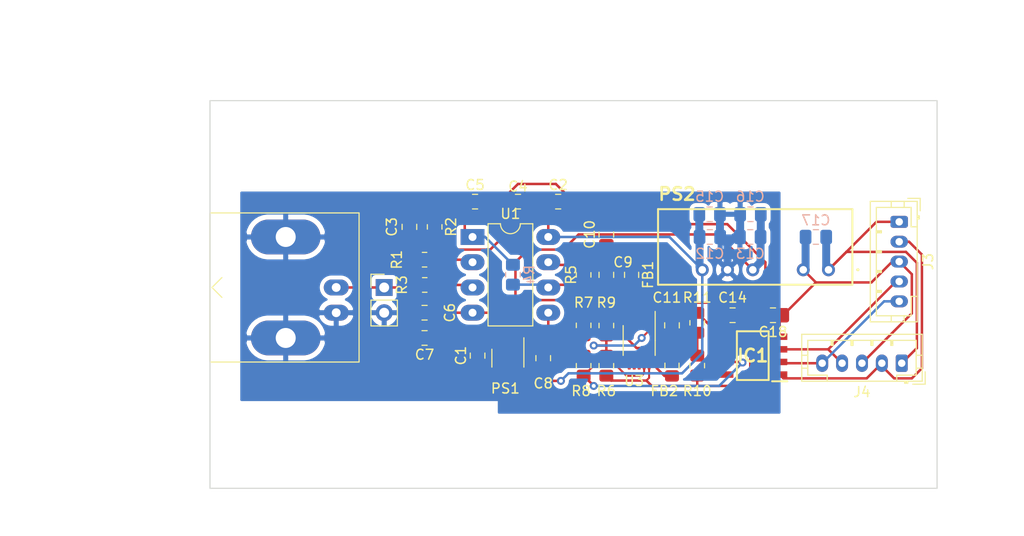
<source format=kicad_pcb>
(kicad_pcb (version 20171130) (host pcbnew "(5.1.10)-1")

  (general
    (thickness 1.6)
    (drawings 8)
    (tracks 269)
    (zones 0)
    (modules 44)
    (nets 23)
  )

  (page A4)
  (layers
    (0 F.Cu signal)
    (31 B.Cu signal)
    (32 B.Adhes user)
    (33 F.Adhes user)
    (34 B.Paste user)
    (35 F.Paste user)
    (36 B.SilkS user)
    (37 F.SilkS user)
    (38 B.Mask user)
    (39 F.Mask user)
    (40 Dwgs.User user)
    (41 Cmts.User user)
    (42 Eco1.User user)
    (43 Eco2.User user)
    (44 Edge.Cuts user)
    (45 Margin user)
    (46 B.CrtYd user)
    (47 F.CrtYd user)
    (48 B.Fab user)
    (49 F.Fab user)
  )

  (setup
    (last_trace_width 0.25)
    (user_trace_width 0.2)
    (user_trace_width 0.8)
    (user_trace_width 1.5)
    (trace_clearance 0.25)
    (zone_clearance 0.4)
    (zone_45_only no)
    (trace_min 0.2)
    (via_size 0.8)
    (via_drill 0.4)
    (via_min_size 0.4)
    (via_min_drill 0.3)
    (uvia_size 0.3)
    (uvia_drill 0.1)
    (uvias_allowed no)
    (uvia_min_size 0.2)
    (uvia_min_drill 0.1)
    (edge_width 0.05)
    (segment_width 0.2)
    (pcb_text_width 0.3)
    (pcb_text_size 1.5 1.5)
    (mod_edge_width 0.12)
    (mod_text_size 1 1)
    (mod_text_width 0.15)
    (pad_size 3.2 3.2)
    (pad_drill 3.2)
    (pad_to_mask_clearance 0)
    (aux_axis_origin 64.262 61.976)
    (visible_elements 7FFFFFFF)
    (pcbplotparams
      (layerselection 0x010fc_ffffffff)
      (usegerberextensions false)
      (usegerberattributes true)
      (usegerberadvancedattributes true)
      (creategerberjobfile true)
      (excludeedgelayer true)
      (linewidth 0.100000)
      (plotframeref false)
      (viasonmask false)
      (mode 1)
      (useauxorigin false)
      (hpglpennumber 1)
      (hpglpenspeed 20)
      (hpglpendiameter 15.000000)
      (psnegative false)
      (psa4output false)
      (plotreference true)
      (plotvalue true)
      (plotinvisibletext false)
      (padsonsilk false)
      (subtractmaskfromsilk false)
      (outputformat 1)
      (mirror false)
      (drillshape 1)
      (scaleselection 1)
      (outputdirectory ""))
  )

  (net 0 "")
  (net 1 "Net-(C1-Pad2)")
  (net 2 +5V)
  (net 3 GND)
  (net 4 "Net-(C3-Pad2)")
  (net 5 "Net-(C3-Pad1)")
  (net 6 -5V)
  (net 7 "Net-(C8-Pad1)")
  (net 8 "Net-(C9-Pad2)")
  (net 9 "Net-(C10-Pad1)")
  (net 10 "Net-(C11-Pad2)")
  (net 11 "Net-(C11-Pad1)")
  (net 12 "Net-(C14-Pad1)")
  (net 13 GNDPWR)
  (net 14 +5VP)
  (net 15 +3.3VP)
  (net 16 SDA)
  (net 17 SCL)
  (net 18 "Net-(J1-Pad1)")
  (net 19 "Net-(R3-Pad1)")
  (net 20 "Net-(R6-Pad2)")
  (net 21 "Net-(IC1-Pad7)")
  (net 22 "Net-(IC1-Pad6)")

  (net_class Default "This is the default net class."
    (clearance 0.25)
    (trace_width 0.25)
    (via_dia 0.8)
    (via_drill 0.4)
    (uvia_dia 0.3)
    (uvia_drill 0.1)
    (add_net +3.3VP)
    (add_net +5V)
    (add_net +5VP)
    (add_net -5V)
    (add_net GND)
    (add_net GNDPWR)
    (add_net "Net-(C1-Pad2)")
    (add_net "Net-(C10-Pad1)")
    (add_net "Net-(C11-Pad1)")
    (add_net "Net-(C11-Pad2)")
    (add_net "Net-(C14-Pad1)")
    (add_net "Net-(C3-Pad1)")
    (add_net "Net-(C3-Pad2)")
    (add_net "Net-(C8-Pad1)")
    (add_net "Net-(C9-Pad2)")
    (add_net "Net-(IC1-Pad6)")
    (add_net "Net-(IC1-Pad7)")
    (add_net "Net-(J1-Pad1)")
    (add_net "Net-(R3-Pad1)")
    (add_net "Net-(R6-Pad2)")
    (add_net SCL)
    (add_net SDA)
  )

  (module MountingHole:MountingHole_3.2mm_M3 (layer F.Cu) (tedit 56D1B4CB) (tstamp 62219EFF)
    (at 126.262 66.976)
    (descr "Mounting Hole 3.2mm, no annular, M3")
    (tags "mounting hole 3.2mm no annular m3")
    (attr virtual)
    (fp_text reference REF** (at 0 -4.2) (layer F.SilkS) hide
      (effects (font (size 1 1) (thickness 0.15)))
    )
    (fp_text value MountingHole_3.2mm_M3 (at 0 4.2) (layer F.Fab) hide
      (effects (font (size 1 1) (thickness 0.15)))
    )
    (fp_circle (center 0 0) (end 3.2 0) (layer Cmts.User) (width 0.15))
    (fp_circle (center 0 0) (end 3.45 0) (layer F.CrtYd) (width 0.05))
    (fp_text user %R (at 0.3 0) (layer F.Fab)
      (effects (font (size 1 1) (thickness 0.15)))
    )
    (pad 1 np_thru_hole circle (at 0 0) (size 3.2 3.2) (drill 3.2) (layers *.Cu *.Mask))
  )

  (module MountingHole:MountingHole_3.2mm_M3 (layer F.Cu) (tedit 56D1B4CB) (tstamp 62219EF1)
    (at 126.262 95.976)
    (descr "Mounting Hole 3.2mm, no annular, M3")
    (tags "mounting hole 3.2mm no annular m3")
    (attr virtual)
    (fp_text reference REF** (at 0 -4.2) (layer F.SilkS) hide
      (effects (font (size 1 1) (thickness 0.15)))
    )
    (fp_text value MountingHole_3.2mm_M3 (at 0 4.2) (layer F.Fab) hide
      (effects (font (size 1 1) (thickness 0.15)))
    )
    (fp_circle (center 0 0) (end 3.45 0) (layer F.CrtYd) (width 0.05))
    (fp_circle (center 0 0) (end 3.2 0) (layer Cmts.User) (width 0.15))
    (fp_text user %R (at 0.3 0) (layer F.Fab)
      (effects (font (size 1 1) (thickness 0.15)))
    )
    (pad 1 np_thru_hole circle (at 0 0) (size 3.2 3.2) (drill 3.2) (layers *.Cu *.Mask))
  )

  (module MountingHole:MountingHole_3.2mm_M3 (layer F.Cu) (tedit 56D1B4CB) (tstamp 62219EDB)
    (at 75.262 95.976)
    (descr "Mounting Hole 3.2mm, no annular, M3")
    (tags "mounting hole 3.2mm no annular m3")
    (attr virtual)
    (fp_text reference REF** (at 0 -4.2) (layer F.SilkS) hide
      (effects (font (size 1 1) (thickness 0.15)))
    )
    (fp_text value MountingHole_3.2mm_M3 (at 0 4.2) (layer F.Fab) hide
      (effects (font (size 1 1) (thickness 0.15)))
    )
    (fp_circle (center 0 0) (end 3.2 0) (layer Cmts.User) (width 0.15))
    (fp_circle (center 0 0) (end 3.45 0) (layer F.CrtYd) (width 0.05))
    (fp_text user %R (at 0.3 0) (layer F.Fab)
      (effects (font (size 1 1) (thickness 0.15)))
    )
    (pad 1 np_thru_hole circle (at 0 0) (size 3.2 3.2) (drill 3.2) (layers *.Cu *.Mask))
  )

  (module MountingHole:MountingHole_3.2mm_M3 (layer F.Cu) (tedit 56D1B4CB) (tstamp 62219ECA)
    (at 75.262 66.976)
    (descr "Mounting Hole 3.2mm, no annular, M3")
    (tags "mounting hole 3.2mm no annular m3")
    (attr virtual)
    (fp_text reference REF** (at 0 -4.2) (layer F.SilkS) hide
      (effects (font (size 1 1) (thickness 0.15)))
    )
    (fp_text value MountingHole_3.2mm_M3 (at 0 4.2) (layer F.Fab) hide
      (effects (font (size 1 1) (thickness 0.15)))
    )
    (fp_circle (center 0 0) (end 3.45 0) (layer F.CrtYd) (width 0.05))
    (fp_circle (center 0 0) (end 3.2 0) (layer Cmts.User) (width 0.15))
    (fp_text user %R (at 0.3 0) (layer F.Fab)
      (effects (font (size 1 1) (thickness 0.15)))
    )
    (pad 1 np_thru_hole circle (at 0 0) (size 3.2 3.2) (drill 3.2) (layers *.Cu *.Mask))
  )

  (module Package_SO:VSSOP-10_3x3mm_P0.5mm (layer F.Cu) (tedit 5D9F72B2) (tstamp 621FF825)
    (at 107.442 86.106 270)
    (descr "VSSOP, 10 Pin (http://www.ti.com/lit/ds/symlink/ads1115.pdf), generated with kicad-footprint-generator ipc_gullwing_generator.py")
    (tags "VSSOP SO")
    (path /621EBE0E)
    (clearance 0.2)
    (attr smd)
    (fp_text reference U3 (at 4.064 0.508 180) (layer F.SilkS)
      (effects (font (size 1 1) (thickness 0.15)))
    )
    (fp_text value ADS1014IDGS (at 0 2.45 90) (layer F.Fab)
      (effects (font (size 1 1) (thickness 0.15)))
    )
    (fp_line (start 3.18 -1.75) (end -3.18 -1.75) (layer F.CrtYd) (width 0.05))
    (fp_line (start 3.18 1.75) (end 3.18 -1.75) (layer F.CrtYd) (width 0.05))
    (fp_line (start -3.18 1.75) (end 3.18 1.75) (layer F.CrtYd) (width 0.05))
    (fp_line (start -3.18 -1.75) (end -3.18 1.75) (layer F.CrtYd) (width 0.05))
    (fp_line (start -1.5 -0.75) (end -0.75 -1.5) (layer F.Fab) (width 0.1))
    (fp_line (start -1.5 1.5) (end -1.5 -0.75) (layer F.Fab) (width 0.1))
    (fp_line (start 1.5 1.5) (end -1.5 1.5) (layer F.Fab) (width 0.1))
    (fp_line (start 1.5 -1.5) (end 1.5 1.5) (layer F.Fab) (width 0.1))
    (fp_line (start -0.75 -1.5) (end 1.5 -1.5) (layer F.Fab) (width 0.1))
    (fp_line (start 0 -1.61) (end -2.925 -1.61) (layer F.SilkS) (width 0.12))
    (fp_line (start 0 -1.61) (end 1.5 -1.61) (layer F.SilkS) (width 0.12))
    (fp_line (start 0 1.61) (end -1.5 1.61) (layer F.SilkS) (width 0.12))
    (fp_line (start 0 1.61) (end 1.5 1.61) (layer F.SilkS) (width 0.12))
    (fp_text user %R (at 0.254 0.508 90) (layer F.Fab)
      (effects (font (size 0.75 0.75) (thickness 0.11)))
    )
    (pad 10 smd roundrect (at 2.2 -1 270) (size 1.45 0.3) (layers F.Cu F.Paste F.Mask) (roundrect_rratio 0.25)
      (net 22 "Net-(IC1-Pad6)"))
    (pad 9 smd roundrect (at 2.2 -0.5 270) (size 1.45 0.3) (layers F.Cu F.Paste F.Mask) (roundrect_rratio 0.25)
      (net 21 "Net-(IC1-Pad7)"))
    (pad 8 smd roundrect (at 2.2 0 270) (size 1.45 0.3) (layers F.Cu F.Paste F.Mask) (roundrect_rratio 0.25)
      (net 11 "Net-(C11-Pad1)"))
    (pad 7 smd roundrect (at 2.2 0.5 270) (size 1.45 0.3) (layers F.Cu F.Paste F.Mask) (roundrect_rratio 0.25))
    (pad 6 smd roundrect (at 2.2 1 270) (size 1.45 0.3) (layers F.Cu F.Paste F.Mask) (roundrect_rratio 0.25))
    (pad 5 smd roundrect (at -2.2 1 270) (size 1.45 0.3) (layers F.Cu F.Paste F.Mask) (roundrect_rratio 0.25)
      (net 3 GND))
    (pad 4 smd roundrect (at -2.2 0.5 270) (size 1.45 0.3) (layers F.Cu F.Paste F.Mask) (roundrect_rratio 0.25)
      (net 9 "Net-(C10-Pad1)"))
    (pad 3 smd roundrect (at -2.2 0 270) (size 1.45 0.3) (layers F.Cu F.Paste F.Mask) (roundrect_rratio 0.25)
      (net 10 "Net-(C11-Pad2)"))
    (pad 2 smd roundrect (at -2.2 -0.5 270) (size 1.45 0.3) (layers F.Cu F.Paste F.Mask) (roundrect_rratio 0.25))
    (pad 1 smd roundrect (at -2.2 -1 270) (size 1.45 0.3) (layers F.Cu F.Paste F.Mask) (roundrect_rratio 0.25)
      (net 20 "Net-(R6-Pad2)"))
    (model ${KIPRJMOD}/shapes3D/VSSOP-10_3x3mm_P0.5mm.wrl
      (at (xyz 0 0 0))
      (scale (xyz 1 1 1))
      (rotate (xyz 0 0 0))
    )
  )

  (module Package_DIP:DIP-8_W7.62mm_LongPads (layer F.Cu) (tedit 5A02E8C5) (tstamp 62201739)
    (at 90.678 75.692)
    (descr "8-lead though-hole mounted DIP package, row spacing 7.62 mm (300 mils), LongPads")
    (tags "THT DIP DIL PDIP 2.54mm 7.62mm 300mil LongPads")
    (path /621EF6E0)
    (fp_text reference U1 (at 3.81 -2.33) (layer F.SilkS)
      (effects (font (size 1 1) (thickness 0.15)))
    )
    (fp_text value LMC6042IN (at 3.81 9.95) (layer F.Fab)
      (effects (font (size 1 1) (thickness 0.15)))
    )
    (fp_line (start 9.1 -1.55) (end -1.45 -1.55) (layer F.CrtYd) (width 0.05))
    (fp_line (start 9.1 9.15) (end 9.1 -1.55) (layer F.CrtYd) (width 0.05))
    (fp_line (start -1.45 9.15) (end 9.1 9.15) (layer F.CrtYd) (width 0.05))
    (fp_line (start -1.45 -1.55) (end -1.45 9.15) (layer F.CrtYd) (width 0.05))
    (fp_line (start 6.06 -1.33) (end 4.81 -1.33) (layer F.SilkS) (width 0.12))
    (fp_line (start 6.06 8.95) (end 6.06 -1.33) (layer F.SilkS) (width 0.12))
    (fp_line (start 1.56 8.95) (end 6.06 8.95) (layer F.SilkS) (width 0.12))
    (fp_line (start 1.56 -1.33) (end 1.56 8.95) (layer F.SilkS) (width 0.12))
    (fp_line (start 2.81 -1.33) (end 1.56 -1.33) (layer F.SilkS) (width 0.12))
    (fp_line (start 0.635 -0.27) (end 1.635 -1.27) (layer F.Fab) (width 0.1))
    (fp_line (start 0.635 8.89) (end 0.635 -0.27) (layer F.Fab) (width 0.1))
    (fp_line (start 6.985 8.89) (end 0.635 8.89) (layer F.Fab) (width 0.1))
    (fp_line (start 6.985 -1.27) (end 6.985 8.89) (layer F.Fab) (width 0.1))
    (fp_line (start 1.635 -1.27) (end 6.985 -1.27) (layer F.Fab) (width 0.1))
    (fp_text user %R (at 3.81 3.81) (layer F.Fab)
      (effects (font (size 1 1) (thickness 0.15)))
    )
    (fp_arc (start 3.81 -1.33) (end 2.81 -1.33) (angle -180) (layer F.SilkS) (width 0.12))
    (pad 8 thru_hole oval (at 7.62 0) (size 2.4 1.6) (drill 0.8) (layers *.Cu *.Mask)
      (net 2 +5V))
    (pad 4 thru_hole oval (at 0 7.62) (size 2.4 1.6) (drill 0.8) (layers *.Cu *.Mask)
      (net 6 -5V))
    (pad 7 thru_hole oval (at 7.62 2.54) (size 2.4 1.6) (drill 0.8) (layers *.Cu *.Mask)
      (net 9 "Net-(C10-Pad1)"))
    (pad 3 thru_hole oval (at 0 5.08) (size 2.4 1.6) (drill 0.8) (layers *.Cu *.Mask)
      (net 19 "Net-(R3-Pad1)"))
    (pad 6 thru_hole oval (at 7.62 5.08) (size 2.4 1.6) (drill 0.8) (layers *.Cu *.Mask)
      (net 8 "Net-(C9-Pad2)"))
    (pad 2 thru_hole oval (at 0 2.54) (size 2.4 1.6) (drill 0.8) (layers *.Cu *.Mask)
      (net 4 "Net-(C3-Pad2)"))
    (pad 5 thru_hole oval (at 7.62 7.62) (size 2.4 1.6) (drill 0.8) (layers *.Cu *.Mask)
      (net 7 "Net-(C8-Pad1)"))
    (pad 1 thru_hole rect (at 0 0) (size 2.4 1.6) (drill 0.8) (layers *.Cu *.Mask)
      (net 5 "Net-(C3-Pad1)"))
    (model ${KIPRJMOD}/shapes3D/DIP-8_W7.62mm.wrl
      (at (xyz 0 0 0))
      (scale (xyz 1 1 1))
      (rotate (xyz 0 0 0))
    )
  )

  (module Resistor_SMD:R_0805_2012Metric_Pad1.20x1.40mm_HandSolder (layer F.Cu) (tedit 5F68FEEE) (tstamp 621F0004)
    (at 113.284 84.328 90)
    (descr "Resistor SMD 0805 (2012 Metric), square (rectangular) end terminal, IPC_7351 nominal with elongated pad for handsoldering. (Body size source: IPC-SM-782 page 72, https://www.pcb-3d.com/wordpress/wp-content/uploads/ipc-sm-782a_amendment_1_and_2.pdf), generated with kicad-footprint-generator")
    (tags "resistor handsolder")
    (path /6221BBC7)
    (attr smd)
    (fp_text reference R11 (at 2.54 0 180) (layer F.SilkS)
      (effects (font (size 1 1) (thickness 0.15)))
    )
    (fp_text value 200 (at 0 1.65 90) (layer F.Fab)
      (effects (font (size 1 1) (thickness 0.15)))
    )
    (fp_line (start 1.85 0.95) (end -1.85 0.95) (layer F.CrtYd) (width 0.05))
    (fp_line (start 1.85 -0.95) (end 1.85 0.95) (layer F.CrtYd) (width 0.05))
    (fp_line (start -1.85 -0.95) (end 1.85 -0.95) (layer F.CrtYd) (width 0.05))
    (fp_line (start -1.85 0.95) (end -1.85 -0.95) (layer F.CrtYd) (width 0.05))
    (fp_line (start -0.227064 0.735) (end 0.227064 0.735) (layer F.SilkS) (width 0.12))
    (fp_line (start -0.227064 -0.735) (end 0.227064 -0.735) (layer F.SilkS) (width 0.12))
    (fp_line (start 1 0.625) (end -1 0.625) (layer F.Fab) (width 0.1))
    (fp_line (start 1 -0.625) (end 1 0.625) (layer F.Fab) (width 0.1))
    (fp_line (start -1 -0.625) (end 1 -0.625) (layer F.Fab) (width 0.1))
    (fp_line (start -1 0.625) (end -1 -0.625) (layer F.Fab) (width 0.1))
    (fp_text user %R (at 0 0 90) (layer F.Fab)
      (effects (font (size 0.5 0.5) (thickness 0.08)))
    )
    (pad 2 smd roundrect (at 1 0 90) (size 1.2 1.4) (layers F.Cu F.Paste F.Mask) (roundrect_rratio 0.208333)
      (net 21 "Net-(IC1-Pad7)"))
    (pad 1 smd roundrect (at -1 0 90) (size 1.2 1.4) (layers F.Cu F.Paste F.Mask) (roundrect_rratio 0.208333)
      (net 2 +5V))
    (model ${KIPRJMOD}/shapes3D/R_0805_2012Metric.wrl
      (at (xyz 0 0 0))
      (scale (xyz 1 1 1))
      (rotate (xyz 0 0 0))
    )
  )

  (module Resistor_SMD:R_0805_2012Metric_Pad1.20x1.40mm_HandSolder (layer F.Cu) (tedit 5F68FEEE) (tstamp 621EFFF3)
    (at 113.284 88.63 270)
    (descr "Resistor SMD 0805 (2012 Metric), square (rectangular) end terminal, IPC_7351 nominal with elongated pad for handsoldering. (Body size source: IPC-SM-782 page 72, https://www.pcb-3d.com/wordpress/wp-content/uploads/ipc-sm-782a_amendment_1_and_2.pdf), generated with kicad-footprint-generator")
    (tags "resistor handsolder")
    (path /6221CC52)
    (attr smd)
    (fp_text reference R10 (at 2.556 0 180) (layer F.SilkS)
      (effects (font (size 1 1) (thickness 0.15)))
    )
    (fp_text value 200 (at 0 1.65 90) (layer F.Fab)
      (effects (font (size 1 1) (thickness 0.15)))
    )
    (fp_line (start 1.85 0.95) (end -1.85 0.95) (layer F.CrtYd) (width 0.05))
    (fp_line (start 1.85 -0.95) (end 1.85 0.95) (layer F.CrtYd) (width 0.05))
    (fp_line (start -1.85 -0.95) (end 1.85 -0.95) (layer F.CrtYd) (width 0.05))
    (fp_line (start -1.85 0.95) (end -1.85 -0.95) (layer F.CrtYd) (width 0.05))
    (fp_line (start -0.227064 0.735) (end 0.227064 0.735) (layer F.SilkS) (width 0.12))
    (fp_line (start -0.227064 -0.735) (end 0.227064 -0.735) (layer F.SilkS) (width 0.12))
    (fp_line (start 1 0.625) (end -1 0.625) (layer F.Fab) (width 0.1))
    (fp_line (start 1 -0.625) (end 1 0.625) (layer F.Fab) (width 0.1))
    (fp_line (start -1 -0.625) (end 1 -0.625) (layer F.Fab) (width 0.1))
    (fp_line (start -1 0.625) (end -1 -0.625) (layer F.Fab) (width 0.1))
    (fp_text user %R (at 0 0 90) (layer F.Fab)
      (effects (font (size 0.5 0.5) (thickness 0.08)))
    )
    (pad 2 smd roundrect (at 1 0 270) (size 1.2 1.4) (layers F.Cu F.Paste F.Mask) (roundrect_rratio 0.208333)
      (net 22 "Net-(IC1-Pad6)"))
    (pad 1 smd roundrect (at -1 0 270) (size 1.2 1.4) (layers F.Cu F.Paste F.Mask) (roundrect_rratio 0.208333)
      (net 2 +5V))
    (model ${KIPRJMOD}/shapes3D/R_0805_2012Metric.wrl
      (at (xyz 0 0 0))
      (scale (xyz 1 1 1))
      (rotate (xyz 0 0 0))
    )
  )

  (module Resistor_SMD:R_0805_2012Metric_Pad1.20x1.40mm_HandSolder (layer F.Cu) (tedit 5F68FEEE) (tstamp 621FF89B)
    (at 104.14 84.598 90)
    (descr "Resistor SMD 0805 (2012 Metric), square (rectangular) end terminal, IPC_7351 nominal with elongated pad for handsoldering. (Body size source: IPC-SM-782 page 72, https://www.pcb-3d.com/wordpress/wp-content/uploads/ipc-sm-782a_amendment_1_and_2.pdf), generated with kicad-footprint-generator")
    (tags "resistor handsolder")
    (path /6222D337)
    (attr smd)
    (fp_text reference R9 (at 2.302 0 180) (layer F.SilkS)
      (effects (font (size 1 1) (thickness 0.15)))
    )
    (fp_text value DNP (at 0 1.65 90) (layer F.Fab)
      (effects (font (size 1 1) (thickness 0.15)))
    )
    (fp_line (start 1.85 0.95) (end -1.85 0.95) (layer F.CrtYd) (width 0.05))
    (fp_line (start 1.85 -0.95) (end 1.85 0.95) (layer F.CrtYd) (width 0.05))
    (fp_line (start -1.85 -0.95) (end 1.85 -0.95) (layer F.CrtYd) (width 0.05))
    (fp_line (start -1.85 0.95) (end -1.85 -0.95) (layer F.CrtYd) (width 0.05))
    (fp_line (start -0.227064 0.735) (end 0.227064 0.735) (layer F.SilkS) (width 0.12))
    (fp_line (start -0.227064 -0.735) (end 0.227064 -0.735) (layer F.SilkS) (width 0.12))
    (fp_line (start 1 0.625) (end -1 0.625) (layer F.Fab) (width 0.1))
    (fp_line (start 1 -0.625) (end 1 0.625) (layer F.Fab) (width 0.1))
    (fp_line (start -1 -0.625) (end 1 -0.625) (layer F.Fab) (width 0.1))
    (fp_line (start -1 0.625) (end -1 -0.625) (layer F.Fab) (width 0.1))
    (fp_text user %R (at 0 0 90) (layer F.Fab)
      (effects (font (size 0.5 0.5) (thickness 0.08)))
    )
    (pad 2 smd roundrect (at 1 0 90) (size 1.2 1.4) (layers F.Cu F.Paste F.Mask) (roundrect_rratio 0.208333)
      (net 10 "Net-(C11-Pad2)"))
    (pad 1 smd roundrect (at -1 0 90) (size 1.2 1.4) (layers F.Cu F.Paste F.Mask) (roundrect_rratio 0.208333)
      (net 20 "Net-(R6-Pad2)"))
    (model ${KIPRJMOD}/shapes3D/R_0805_2012Metric.wrl
      (at (xyz 0 0 0))
      (scale (xyz 1 1 1))
      (rotate (xyz 0 0 0))
    )
  )

  (module Resistor_SMD:R_0805_2012Metric_Pad1.20x1.40mm_HandSolder (layer F.Cu) (tedit 5F68FEEE) (tstamp 621FF8CB)
    (at 101.854 88.646 90)
    (descr "Resistor SMD 0805 (2012 Metric), square (rectangular) end terminal, IPC_7351 nominal with elongated pad for handsoldering. (Body size source: IPC-SM-782 page 72, https://www.pcb-3d.com/wordpress/wp-content/uploads/ipc-sm-782a_amendment_1_and_2.pdf), generated with kicad-footprint-generator")
    (tags "resistor handsolder")
    (path /6222D57E)
    (attr smd)
    (fp_text reference R8 (at -2.54 -0.254 180) (layer F.SilkS)
      (effects (font (size 1 1) (thickness 0.15)))
    )
    (fp_text value DNP (at 0 1.65 90) (layer F.Fab)
      (effects (font (size 1 1) (thickness 0.15)))
    )
    (fp_line (start 1.85 0.95) (end -1.85 0.95) (layer F.CrtYd) (width 0.05))
    (fp_line (start 1.85 -0.95) (end 1.85 0.95) (layer F.CrtYd) (width 0.05))
    (fp_line (start -1.85 -0.95) (end 1.85 -0.95) (layer F.CrtYd) (width 0.05))
    (fp_line (start -1.85 0.95) (end -1.85 -0.95) (layer F.CrtYd) (width 0.05))
    (fp_line (start -0.227064 0.735) (end 0.227064 0.735) (layer F.SilkS) (width 0.12))
    (fp_line (start -0.227064 -0.735) (end 0.227064 -0.735) (layer F.SilkS) (width 0.12))
    (fp_line (start 1 0.625) (end -1 0.625) (layer F.Fab) (width 0.1))
    (fp_line (start 1 -0.625) (end 1 0.625) (layer F.Fab) (width 0.1))
    (fp_line (start -1 -0.625) (end 1 -0.625) (layer F.Fab) (width 0.1))
    (fp_line (start -1 0.625) (end -1 -0.625) (layer F.Fab) (width 0.1))
    (fp_text user %R (at 0 0 90) (layer F.Fab)
      (effects (font (size 0.5 0.5) (thickness 0.08)))
    )
    (pad 2 smd roundrect (at 1 0 90) (size 1.2 1.4) (layers F.Cu F.Paste F.Mask) (roundrect_rratio 0.208333)
      (net 20 "Net-(R6-Pad2)"))
    (pad 1 smd roundrect (at -1 0 90) (size 1.2 1.4) (layers F.Cu F.Paste F.Mask) (roundrect_rratio 0.208333)
      (net 21 "Net-(IC1-Pad7)"))
    (model ${KIPRJMOD}/shapes3D/R_0805_2012Metric.wrl
      (at (xyz 0 0 0))
      (scale (xyz 1 1 1))
      (rotate (xyz 0 0 0))
    )
  )

  (module Resistor_SMD:R_0805_2012Metric_Pad1.20x1.40mm_HandSolder (layer F.Cu) (tedit 5F68FEEE) (tstamp 621FF86B)
    (at 101.854 84.582 90)
    (descr "Resistor SMD 0805 (2012 Metric), square (rectangular) end terminal, IPC_7351 nominal with elongated pad for handsoldering. (Body size source: IPC-SM-782 page 72, https://www.pcb-3d.com/wordpress/wp-content/uploads/ipc-sm-782a_amendment_1_and_2.pdf), generated with kicad-footprint-generator")
    (tags "resistor handsolder")
    (path /6222CFD9)
    (attr smd)
    (fp_text reference R7 (at 2.286 0 180) (layer F.SilkS)
      (effects (font (size 1 1) (thickness 0.15)))
    )
    (fp_text value DNP (at 0 1.65 90) (layer F.Fab)
      (effects (font (size 1 1) (thickness 0.15)))
    )
    (fp_line (start 1.85 0.95) (end -1.85 0.95) (layer F.CrtYd) (width 0.05))
    (fp_line (start 1.85 -0.95) (end 1.85 0.95) (layer F.CrtYd) (width 0.05))
    (fp_line (start -1.85 -0.95) (end 1.85 -0.95) (layer F.CrtYd) (width 0.05))
    (fp_line (start -1.85 0.95) (end -1.85 -0.95) (layer F.CrtYd) (width 0.05))
    (fp_line (start -0.227064 0.735) (end 0.227064 0.735) (layer F.SilkS) (width 0.12))
    (fp_line (start -0.227064 -0.735) (end 0.227064 -0.735) (layer F.SilkS) (width 0.12))
    (fp_line (start 1 0.625) (end -1 0.625) (layer F.Fab) (width 0.1))
    (fp_line (start 1 -0.625) (end 1 0.625) (layer F.Fab) (width 0.1))
    (fp_line (start -1 -0.625) (end 1 -0.625) (layer F.Fab) (width 0.1))
    (fp_line (start -1 0.625) (end -1 -0.625) (layer F.Fab) (width 0.1))
    (fp_text user %R (at 0 0 90) (layer F.Fab)
      (effects (font (size 0.5 0.5) (thickness 0.08)))
    )
    (pad 2 smd roundrect (at 1 0 90) (size 1.2 1.4) (layers F.Cu F.Paste F.Mask) (roundrect_rratio 0.208333)
      (net 11 "Net-(C11-Pad1)"))
    (pad 1 smd roundrect (at -1 0 90) (size 1.2 1.4) (layers F.Cu F.Paste F.Mask) (roundrect_rratio 0.208333)
      (net 20 "Net-(R6-Pad2)"))
    (model ${KIPRJMOD}/shapes3D/R_0805_2012Metric.wrl
      (at (xyz 0 0 0))
      (scale (xyz 1 1 1))
      (rotate (xyz 0 0 0))
    )
  )

  (module Resistor_SMD:R_0805_2012Metric_Pad1.20x1.40mm_HandSolder (layer F.Cu) (tedit 5F68FEEE) (tstamp 621FF8FB)
    (at 104.14 88.646 90)
    (descr "Resistor SMD 0805 (2012 Metric), square (rectangular) end terminal, IPC_7351 nominal with elongated pad for handsoldering. (Body size source: IPC-SM-782 page 72, https://www.pcb-3d.com/wordpress/wp-content/uploads/ipc-sm-782a_amendment_1_and_2.pdf), generated with kicad-footprint-generator")
    (tags "resistor handsolder")
    (path /6222C77B)
    (attr smd)
    (fp_text reference R6 (at -2.54 0 180) (layer F.SilkS)
      (effects (font (size 1 1) (thickness 0.15)))
    )
    (fp_text value DNP (at 0 1.65 90) (layer F.Fab)
      (effects (font (size 1 1) (thickness 0.15)))
    )
    (fp_line (start 1.85 0.95) (end -1.85 0.95) (layer F.CrtYd) (width 0.05))
    (fp_line (start 1.85 -0.95) (end 1.85 0.95) (layer F.CrtYd) (width 0.05))
    (fp_line (start -1.85 -0.95) (end 1.85 -0.95) (layer F.CrtYd) (width 0.05))
    (fp_line (start -1.85 0.95) (end -1.85 -0.95) (layer F.CrtYd) (width 0.05))
    (fp_line (start -0.227064 0.735) (end 0.227064 0.735) (layer F.SilkS) (width 0.12))
    (fp_line (start -0.227064 -0.735) (end 0.227064 -0.735) (layer F.SilkS) (width 0.12))
    (fp_line (start 1 0.625) (end -1 0.625) (layer F.Fab) (width 0.1))
    (fp_line (start 1 -0.625) (end 1 0.625) (layer F.Fab) (width 0.1))
    (fp_line (start -1 -0.625) (end 1 -0.625) (layer F.Fab) (width 0.1))
    (fp_line (start -1 0.625) (end -1 -0.625) (layer F.Fab) (width 0.1))
    (fp_text user %R (at 0 0 90) (layer F.Fab)
      (effects (font (size 0.5 0.5) (thickness 0.08)))
    )
    (pad 2 smd roundrect (at 1 0 90) (size 1.2 1.4) (layers F.Cu F.Paste F.Mask) (roundrect_rratio 0.208333)
      (net 20 "Net-(R6-Pad2)"))
    (pad 1 smd roundrect (at -1 0 90) (size 1.2 1.4) (layers F.Cu F.Paste F.Mask) (roundrect_rratio 0.208333)
      (net 22 "Net-(IC1-Pad6)"))
    (model ${KIPRJMOD}/shapes3D/R_0805_2012Metric.wrl
      (at (xyz 0 0 0))
      (scale (xyz 1 1 1))
      (rotate (xyz 0 0 0))
    )
  )

  (module Resistor_SMD:R_0805_2012Metric_Pad1.20x1.40mm_HandSolder (layer F.Cu) (tedit 5F68FEEE) (tstamp 621EFF9E)
    (at 101.854 79.502 270)
    (descr "Resistor SMD 0805 (2012 Metric), square (rectangular) end terminal, IPC_7351 nominal with elongated pad for handsoldering. (Body size source: IPC-SM-782 page 72, https://www.pcb-3d.com/wordpress/wp-content/uploads/ipc-sm-782a_amendment_1_and_2.pdf), generated with kicad-footprint-generator")
    (tags "resistor handsolder")
    (path /6227578F)
    (attr smd)
    (fp_text reference R5 (at 0 1.27 90) (layer F.SilkS)
      (effects (font (size 1 1) (thickness 0.15)))
    )
    (fp_text value 10k (at 0 1.65 90) (layer F.Fab)
      (effects (font (size 1 1) (thickness 0.15)))
    )
    (fp_line (start 1.85 0.95) (end -1.85 0.95) (layer F.CrtYd) (width 0.05))
    (fp_line (start 1.85 -0.95) (end 1.85 0.95) (layer F.CrtYd) (width 0.05))
    (fp_line (start -1.85 -0.95) (end 1.85 -0.95) (layer F.CrtYd) (width 0.05))
    (fp_line (start -1.85 0.95) (end -1.85 -0.95) (layer F.CrtYd) (width 0.05))
    (fp_line (start -0.227064 0.735) (end 0.227064 0.735) (layer F.SilkS) (width 0.12))
    (fp_line (start -0.227064 -0.735) (end 0.227064 -0.735) (layer F.SilkS) (width 0.12))
    (fp_line (start 1 0.625) (end -1 0.625) (layer F.Fab) (width 0.1))
    (fp_line (start 1 -0.625) (end 1 0.625) (layer F.Fab) (width 0.1))
    (fp_line (start -1 -0.625) (end 1 -0.625) (layer F.Fab) (width 0.1))
    (fp_line (start -1 0.625) (end -1 -0.625) (layer F.Fab) (width 0.1))
    (fp_text user %R (at 0 0 90) (layer F.Fab)
      (effects (font (size 0.5 0.5) (thickness 0.08)))
    )
    (pad 2 smd roundrect (at 1 0 270) (size 1.2 1.4) (layers F.Cu F.Paste F.Mask) (roundrect_rratio 0.208333)
      (net 8 "Net-(C9-Pad2)"))
    (pad 1 smd roundrect (at -1 0 270) (size 1.2 1.4) (layers F.Cu F.Paste F.Mask) (roundrect_rratio 0.208333)
      (net 9 "Net-(C10-Pad1)"))
    (model ${KIPRJMOD}/shapes3D/R_0805_2012Metric.wrl
      (at (xyz 0 0 0))
      (scale (xyz 1 1 1))
      (rotate (xyz 0 0 0))
    )
  )

  (module Resistor_SMD:R_0805_2012Metric_Pad1.20x1.40mm_HandSolder (layer B.Cu) (tedit 5F68FEEE) (tstamp 621EFF8D)
    (at 94.742 79.486 90)
    (descr "Resistor SMD 0805 (2012 Metric), square (rectangular) end terminal, IPC_7351 nominal with elongated pad for handsoldering. (Body size source: IPC-SM-782 page 72, https://www.pcb-3d.com/wordpress/wp-content/uploads/ipc-sm-782a_amendment_1_and_2.pdf), generated with kicad-footprint-generator")
    (tags "resistor handsolder")
    (path /62274E53)
    (attr smd)
    (fp_text reference R4 (at 0 1.65 270) (layer B.SilkS)
      (effects (font (size 1 1) (thickness 0.15)) (justify mirror))
    )
    (fp_text value 10k (at 0 -1.65 270) (layer B.Fab)
      (effects (font (size 1 1) (thickness 0.15)) (justify mirror))
    )
    (fp_line (start 1.85 -0.95) (end -1.85 -0.95) (layer B.CrtYd) (width 0.05))
    (fp_line (start 1.85 0.95) (end 1.85 -0.95) (layer B.CrtYd) (width 0.05))
    (fp_line (start -1.85 0.95) (end 1.85 0.95) (layer B.CrtYd) (width 0.05))
    (fp_line (start -1.85 -0.95) (end -1.85 0.95) (layer B.CrtYd) (width 0.05))
    (fp_line (start -0.227064 -0.735) (end 0.227064 -0.735) (layer B.SilkS) (width 0.12))
    (fp_line (start -0.227064 0.735) (end 0.227064 0.735) (layer B.SilkS) (width 0.12))
    (fp_line (start 1 -0.625) (end -1 -0.625) (layer B.Fab) (width 0.1))
    (fp_line (start 1 0.625) (end 1 -0.625) (layer B.Fab) (width 0.1))
    (fp_line (start -1 0.625) (end 1 0.625) (layer B.Fab) (width 0.1))
    (fp_line (start -1 -0.625) (end -1 0.625) (layer B.Fab) (width 0.1))
    (fp_text user %R (at 0 0 270) (layer B.Fab)
      (effects (font (size 0.5 0.5) (thickness 0.08)) (justify mirror))
    )
    (pad 2 smd roundrect (at 1 0 90) (size 1.2 1.4) (layers B.Cu B.Paste B.Mask) (roundrect_rratio 0.208333)
      (net 5 "Net-(C3-Pad1)"))
    (pad 1 smd roundrect (at -1 0 90) (size 1.2 1.4) (layers B.Cu B.Paste B.Mask) (roundrect_rratio 0.208333)
      (net 8 "Net-(C9-Pad2)"))
    (model ${KIPRJMOD}/shapes3D/R_0805_2012Metric.wrl
      (at (xyz 0 0 0))
      (scale (xyz 1 1 1))
      (rotate (xyz 0 0 0))
    )
  )

  (module Resistor_SMD:R_0805_2012Metric_Pad1.20x1.40mm_HandSolder (layer F.Cu) (tedit 5F68FEEE) (tstamp 621EFF7C)
    (at 85.868 80.518 180)
    (descr "Resistor SMD 0805 (2012 Metric), square (rectangular) end terminal, IPC_7351 nominal with elongated pad for handsoldering. (Body size source: IPC-SM-782 page 72, https://www.pcb-3d.com/wordpress/wp-content/uploads/ipc-sm-782a_amendment_1_and_2.pdf), generated with kicad-footprint-generator")
    (tags "resistor handsolder")
    (path /62276177)
    (attr smd)
    (fp_text reference R3 (at 2.302 0 90) (layer F.SilkS)
      (effects (font (size 1 1) (thickness 0.15)))
    )
    (fp_text value 4M7 (at 0 1.65) (layer F.Fab)
      (effects (font (size 1 1) (thickness 0.15)))
    )
    (fp_line (start 1.85 0.95) (end -1.85 0.95) (layer F.CrtYd) (width 0.05))
    (fp_line (start 1.85 -0.95) (end 1.85 0.95) (layer F.CrtYd) (width 0.05))
    (fp_line (start -1.85 -0.95) (end 1.85 -0.95) (layer F.CrtYd) (width 0.05))
    (fp_line (start -1.85 0.95) (end -1.85 -0.95) (layer F.CrtYd) (width 0.05))
    (fp_line (start -0.227064 0.735) (end 0.227064 0.735) (layer F.SilkS) (width 0.12))
    (fp_line (start -0.227064 -0.735) (end 0.227064 -0.735) (layer F.SilkS) (width 0.12))
    (fp_line (start 1 0.625) (end -1 0.625) (layer F.Fab) (width 0.1))
    (fp_line (start 1 -0.625) (end 1 0.625) (layer F.Fab) (width 0.1))
    (fp_line (start -1 -0.625) (end 1 -0.625) (layer F.Fab) (width 0.1))
    (fp_line (start -1 0.625) (end -1 -0.625) (layer F.Fab) (width 0.1))
    (fp_text user %R (at 0 0) (layer F.Fab)
      (effects (font (size 0.5 0.5) (thickness 0.08)))
    )
    (pad 2 smd roundrect (at 1 0 180) (size 1.2 1.4) (layers F.Cu F.Paste F.Mask) (roundrect_rratio 0.208333)
      (net 18 "Net-(J1-Pad1)"))
    (pad 1 smd roundrect (at -1 0 180) (size 1.2 1.4) (layers F.Cu F.Paste F.Mask) (roundrect_rratio 0.208333)
      (net 19 "Net-(R3-Pad1)"))
    (model ${KIPRJMOD}/shapes3D/R_0805_2012Metric.wrl
      (at (xyz 0 0 0))
      (scale (xyz 1 1 1))
      (rotate (xyz 0 0 0))
    )
  )

  (module Resistor_SMD:R_0805_2012Metric_Pad1.20x1.40mm_HandSolder (layer F.Cu) (tedit 5F68FEEE) (tstamp 621EFF6B)
    (at 86.868 74.676 270)
    (descr "Resistor SMD 0805 (2012 Metric), square (rectangular) end terminal, IPC_7351 nominal with elongated pad for handsoldering. (Body size source: IPC-SM-782 page 72, https://www.pcb-3d.com/wordpress/wp-content/uploads/ipc-sm-782a_amendment_1_and_2.pdf), generated with kicad-footprint-generator")
    (tags "resistor handsolder")
    (path /62275B69)
    (attr smd)
    (fp_text reference R2 (at 0 -1.65 90) (layer F.SilkS)
      (effects (font (size 1 1) (thickness 0.15)))
    )
    (fp_text value 43k (at 0 1.65 90) (layer F.Fab)
      (effects (font (size 1 1) (thickness 0.15)))
    )
    (fp_line (start 1.85 0.95) (end -1.85 0.95) (layer F.CrtYd) (width 0.05))
    (fp_line (start 1.85 -0.95) (end 1.85 0.95) (layer F.CrtYd) (width 0.05))
    (fp_line (start -1.85 -0.95) (end 1.85 -0.95) (layer F.CrtYd) (width 0.05))
    (fp_line (start -1.85 0.95) (end -1.85 -0.95) (layer F.CrtYd) (width 0.05))
    (fp_line (start -0.227064 0.735) (end 0.227064 0.735) (layer F.SilkS) (width 0.12))
    (fp_line (start -0.227064 -0.735) (end 0.227064 -0.735) (layer F.SilkS) (width 0.12))
    (fp_line (start 1 0.625) (end -1 0.625) (layer F.Fab) (width 0.1))
    (fp_line (start 1 -0.625) (end 1 0.625) (layer F.Fab) (width 0.1))
    (fp_line (start -1 -0.625) (end 1 -0.625) (layer F.Fab) (width 0.1))
    (fp_line (start -1 0.625) (end -1 -0.625) (layer F.Fab) (width 0.1))
    (fp_text user %R (at 0 0 90) (layer F.Fab)
      (effects (font (size 0.5 0.5) (thickness 0.08)))
    )
    (pad 2 smd roundrect (at 1 0 270) (size 1.2 1.4) (layers F.Cu F.Paste F.Mask) (roundrect_rratio 0.208333)
      (net 4 "Net-(C3-Pad2)"))
    (pad 1 smd roundrect (at -1 0 270) (size 1.2 1.4) (layers F.Cu F.Paste F.Mask) (roundrect_rratio 0.208333)
      (net 5 "Net-(C3-Pad1)"))
    (model ${KIPRJMOD}/shapes3D/R_0805_2012Metric.wrl
      (at (xyz 0 0 0))
      (scale (xyz 1 1 1))
      (rotate (xyz 0 0 0))
    )
  )

  (module Resistor_SMD:R_0805_2012Metric_Pad1.20x1.40mm_HandSolder (layer F.Cu) (tedit 5F68FEEE) (tstamp 621EFF5A)
    (at 85.852 77.978 180)
    (descr "Resistor SMD 0805 (2012 Metric), square (rectangular) end terminal, IPC_7351 nominal with elongated pad for handsoldering. (Body size source: IPC-SM-782 page 72, https://www.pcb-3d.com/wordpress/wp-content/uploads/ipc-sm-782a_amendment_1_and_2.pdf), generated with kicad-footprint-generator")
    (tags "resistor handsolder")
    (path /622AD19B)
    (attr smd)
    (fp_text reference R1 (at 2.794 0 90) (layer F.SilkS)
      (effects (font (size 1 1) (thickness 0.15)))
    )
    (fp_text value 8k2 (at 0 1.65) (layer F.Fab)
      (effects (font (size 1 1) (thickness 0.15)))
    )
    (fp_line (start 1.85 0.95) (end -1.85 0.95) (layer F.CrtYd) (width 0.05))
    (fp_line (start 1.85 -0.95) (end 1.85 0.95) (layer F.CrtYd) (width 0.05))
    (fp_line (start -1.85 -0.95) (end 1.85 -0.95) (layer F.CrtYd) (width 0.05))
    (fp_line (start -1.85 0.95) (end -1.85 -0.95) (layer F.CrtYd) (width 0.05))
    (fp_line (start -0.227064 0.735) (end 0.227064 0.735) (layer F.SilkS) (width 0.12))
    (fp_line (start -0.227064 -0.735) (end 0.227064 -0.735) (layer F.SilkS) (width 0.12))
    (fp_line (start 1 0.625) (end -1 0.625) (layer F.Fab) (width 0.1))
    (fp_line (start 1 -0.625) (end 1 0.625) (layer F.Fab) (width 0.1))
    (fp_line (start -1 -0.625) (end 1 -0.625) (layer F.Fab) (width 0.1))
    (fp_line (start -1 0.625) (end -1 -0.625) (layer F.Fab) (width 0.1))
    (fp_text user %R (at 0 0) (layer F.Fab)
      (effects (font (size 0.5 0.5) (thickness 0.08)))
    )
    (pad 2 smd roundrect (at 1 0 180) (size 1.2 1.4) (layers F.Cu F.Paste F.Mask) (roundrect_rratio 0.208333)
      (net 3 GND))
    (pad 1 smd roundrect (at -1 0 180) (size 1.2 1.4) (layers F.Cu F.Paste F.Mask) (roundrect_rratio 0.208333)
      (net 4 "Net-(C3-Pad2)"))
    (model ${KIPRJMOD}/shapes3D/R_0805_2012Metric.wrl
      (at (xyz 0 0 0))
      (scale (xyz 1 1 1))
      (rotate (xyz 0 0 0))
    )
  )

  (module SamacSys_Parts:TBA20521 locked (layer F.Cu) (tedit 0) (tstamp 62216B85)
    (at 126.492 78.994 180)
    (descr "TBA 2-0521")
    (tags "Power Supply")
    (path /621E9D4E)
    (fp_text reference PS2 (at 15.24 7.62) (layer F.SilkS)
      (effects (font (size 1.27 1.27) (thickness 0.254)))
    )
    (fp_text value TBA_2-0521 (at 7.375 2.3) (layer F.SilkS) hide
      (effects (font (size 1.27 1.27) (thickness 0.254)))
    )
    (fp_line (start -3 0) (end -3 0) (layer F.SilkS) (width 0.2))
    (fp_line (start -2.9 0) (end -2.9 0) (layer F.SilkS) (width 0.2))
    (fp_line (start -3 0) (end -3 0) (layer F.SilkS) (width 0.2))
    (fp_line (start -3.4 -2.5) (end -3.4 7.1) (layer F.CrtYd) (width 0.1))
    (fp_line (start 18.15 -2.5) (end -3.4 -2.5) (layer F.CrtYd) (width 0.1))
    (fp_line (start 18.15 7.1) (end 18.15 -2.5) (layer F.CrtYd) (width 0.1))
    (fp_line (start -3.4 7.1) (end 18.15 7.1) (layer F.CrtYd) (width 0.1))
    (fp_line (start -2.4 -1.5) (end -2.4 6.1) (layer F.SilkS) (width 0.2))
    (fp_line (start 17.15 -1.5) (end -2.4 -1.5) (layer F.SilkS) (width 0.2))
    (fp_line (start 17.15 6.1) (end 17.15 -1.5) (layer F.SilkS) (width 0.2))
    (fp_line (start -2.4 6.1) (end 17.15 6.1) (layer F.SilkS) (width 0.2))
    (fp_line (start -2.4 6.1) (end -2.4 -1.5) (layer F.Fab) (width 0.1))
    (fp_line (start 17.15 6.1) (end -2.4 6.1) (layer F.Fab) (width 0.1))
    (fp_line (start 17.15 -1.5) (end 17.15 6.1) (layer F.Fab) (width 0.1))
    (fp_line (start -2.4 -1.5) (end 17.15 -1.5) (layer F.Fab) (width 0.1))
    (fp_arc (start -2.95 0) (end -3 0) (angle -180) (layer F.SilkS) (width 0.2))
    (fp_arc (start -2.95 0) (end -2.9 0) (angle -180) (layer F.SilkS) (width 0.2))
    (fp_arc (start -2.95 0) (end -3 0) (angle -180) (layer F.SilkS) (width 0.2))
    (fp_text user %R (at 7.375 2.3) (layer F.Fab)
      (effects (font (size 1.27 1.27) (thickness 0.254)))
    )
    (pad 6 thru_hole circle (at 12.7 0 180) (size 1.303 1.303) (drill 0.76) (layers *.Cu *.Mask)
      (net 2 +5V))
    (pad 5 thru_hole circle (at 10.16 0 180) (size 1.303 1.303) (drill 0.76) (layers *.Cu *.Mask)
      (net 3 GND))
    (pad 4 thru_hole circle (at 7.62 0 180) (size 1.303 1.303) (drill 0.76) (layers *.Cu *.Mask)
      (net 6 -5V))
    (pad 2 thru_hole circle (at 2.54 0 180) (size 1.303 1.303) (drill 0.76) (layers *.Cu *.Mask)
      (net 13 GNDPWR))
    (pad 1 thru_hole circle (at 0 0 180) (size 1.303 1.303) (drill 0.76) (layers *.Cu *.Mask)
      (net 14 +5VP))
    (model ${KIPRJMOD}/shapes3D/TBA_2-0521.stp
      (offset (xyz -192.1499910106818 5.429999746788127 0.49999999249076))
      (scale (xyz 1 1 1))
      (rotate (xyz 0 0 0))
    )
  )

  (module Package_TO_SOT_SMD:SOT-23-6_Handsoldering (layer F.Cu) (tedit 5A02FF57) (tstamp 621F0498)
    (at 94.234 87.884 270)
    (descr "6-pin SOT-23 package, Handsoldering")
    (tags "SOT-23-6 Handsoldering")
    (path /6231876E)
    (attr smd)
    (fp_text reference PS1 (at 3.048 0.254 180) (layer F.SilkS)
      (effects (font (size 1 1) (thickness 0.15)))
    )
    (fp_text value MCP1501T-12E_CHY (at -10.414 1.524 90) (layer F.Fab) hide
      (effects (font (size 1 1) (thickness 0.15)))
    )
    (fp_line (start 0.9 -1.55) (end 0.9 1.55) (layer F.Fab) (width 0.1))
    (fp_line (start 0.9 1.55) (end -0.9 1.55) (layer F.Fab) (width 0.1))
    (fp_line (start -0.9 -0.9) (end -0.9 1.55) (layer F.Fab) (width 0.1))
    (fp_line (start 0.9 -1.55) (end -0.25 -1.55) (layer F.Fab) (width 0.1))
    (fp_line (start -0.9 -0.9) (end -0.25 -1.55) (layer F.Fab) (width 0.1))
    (fp_line (start -2.4 -1.8) (end 2.4 -1.8) (layer F.CrtYd) (width 0.05))
    (fp_line (start 2.4 -1.8) (end 2.4 1.8) (layer F.CrtYd) (width 0.05))
    (fp_line (start 2.4 1.8) (end -2.4 1.8) (layer F.CrtYd) (width 0.05))
    (fp_line (start -2.4 1.8) (end -2.4 -1.8) (layer F.CrtYd) (width 0.05))
    (fp_line (start 0.9 -1.61) (end -2.05 -1.61) (layer F.SilkS) (width 0.12))
    (fp_line (start -0.9 1.61) (end 0.9 1.61) (layer F.SilkS) (width 0.12))
    (fp_text user %R (at 0 0) (layer F.Fab)
      (effects (font (size 0.5 0.5) (thickness 0.075)))
    )
    (pad 5 smd rect (at 1.35 0 270) (size 1.56 0.65) (layers F.Cu F.Paste F.Mask)
      (net 1 "Net-(C1-Pad2)"))
    (pad 6 smd rect (at 1.35 -0.95 270) (size 1.56 0.65) (layers F.Cu F.Paste F.Mask)
      (net 2 +5V))
    (pad 4 smd rect (at 1.35 0.95 270) (size 1.56 0.65) (layers F.Cu F.Paste F.Mask)
      (net 2 +5V))
    (pad 3 smd rect (at -1.35 0.95 270) (size 1.56 0.65) (layers F.Cu F.Paste F.Mask)
      (net 1 "Net-(C1-Pad2)"))
    (pad 2 smd rect (at -1.35 0 270) (size 1.56 0.65) (layers F.Cu F.Paste F.Mask)
      (net 1 "Net-(C1-Pad2)"))
    (pad 1 smd rect (at -1.35 -0.95 270) (size 1.56 0.65) (layers F.Cu F.Paste F.Mask)
      (net 7 "Net-(C8-Pad1)"))
    (model ${KIPRJMOD}/shapes3D/SOT-23-6.wrl
      (at (xyz 0 0 0))
      (scale (xyz 1 1 1))
      (rotate (xyz 0 0 0))
    )
  )

  (module Connector_JST:JST_PH_B5B-PH-K_1x05_P2.00mm_Vertical (layer F.Cu) (tedit 5B7745C2) (tstamp 621EFF17)
    (at 133.858 88.392 180)
    (descr "JST PH series connector, B5B-PH-K (http://www.jst-mfg.com/product/pdf/eng/ePH.pdf), generated with kicad-footprint-generator")
    (tags "connector JST PH side entry")
    (path /621E9205)
    (fp_text reference J4 (at 4 -2.9) (layer F.SilkS)
      (effects (font (size 1 1) (thickness 0.15)))
    )
    (fp_text value Conn_01x05_Male (at 4 4) (layer F.Fab) hide
      (effects (font (size 1 1) (thickness 0.15)))
    )
    (fp_line (start 10.45 -2.2) (end -2.45 -2.2) (layer F.CrtYd) (width 0.05))
    (fp_line (start 10.45 3.3) (end 10.45 -2.2) (layer F.CrtYd) (width 0.05))
    (fp_line (start -2.45 3.3) (end 10.45 3.3) (layer F.CrtYd) (width 0.05))
    (fp_line (start -2.45 -2.2) (end -2.45 3.3) (layer F.CrtYd) (width 0.05))
    (fp_line (start 9.95 -1.7) (end -1.95 -1.7) (layer F.Fab) (width 0.1))
    (fp_line (start 9.95 2.8) (end 9.95 -1.7) (layer F.Fab) (width 0.1))
    (fp_line (start -1.95 2.8) (end 9.95 2.8) (layer F.Fab) (width 0.1))
    (fp_line (start -1.95 -1.7) (end -1.95 2.8) (layer F.Fab) (width 0.1))
    (fp_line (start -2.36 -2.11) (end -2.36 -0.86) (layer F.Fab) (width 0.1))
    (fp_line (start -1.11 -2.11) (end -2.36 -2.11) (layer F.Fab) (width 0.1))
    (fp_line (start -2.36 -2.11) (end -2.36 -0.86) (layer F.SilkS) (width 0.12))
    (fp_line (start -1.11 -2.11) (end -2.36 -2.11) (layer F.SilkS) (width 0.12))
    (fp_line (start 7 2.3) (end 7 1.8) (layer F.SilkS) (width 0.12))
    (fp_line (start 7.1 1.8) (end 7.1 2.3) (layer F.SilkS) (width 0.12))
    (fp_line (start 6.9 1.8) (end 7.1 1.8) (layer F.SilkS) (width 0.12))
    (fp_line (start 6.9 2.3) (end 6.9 1.8) (layer F.SilkS) (width 0.12))
    (fp_line (start 5 2.3) (end 5 1.8) (layer F.SilkS) (width 0.12))
    (fp_line (start 5.1 1.8) (end 5.1 2.3) (layer F.SilkS) (width 0.12))
    (fp_line (start 4.9 1.8) (end 5.1 1.8) (layer F.SilkS) (width 0.12))
    (fp_line (start 4.9 2.3) (end 4.9 1.8) (layer F.SilkS) (width 0.12))
    (fp_line (start 3 2.3) (end 3 1.8) (layer F.SilkS) (width 0.12))
    (fp_line (start 3.1 1.8) (end 3.1 2.3) (layer F.SilkS) (width 0.12))
    (fp_line (start 2.9 1.8) (end 3.1 1.8) (layer F.SilkS) (width 0.12))
    (fp_line (start 2.9 2.3) (end 2.9 1.8) (layer F.SilkS) (width 0.12))
    (fp_line (start 1 2.3) (end 1 1.8) (layer F.SilkS) (width 0.12))
    (fp_line (start 1.1 1.8) (end 1.1 2.3) (layer F.SilkS) (width 0.12))
    (fp_line (start 0.9 1.8) (end 1.1 1.8) (layer F.SilkS) (width 0.12))
    (fp_line (start 0.9 2.3) (end 0.9 1.8) (layer F.SilkS) (width 0.12))
    (fp_line (start 10.06 0.8) (end 9.45 0.8) (layer F.SilkS) (width 0.12))
    (fp_line (start 10.06 -0.5) (end 9.45 -0.5) (layer F.SilkS) (width 0.12))
    (fp_line (start -2.06 0.8) (end -1.45 0.8) (layer F.SilkS) (width 0.12))
    (fp_line (start -2.06 -0.5) (end -1.45 -0.5) (layer F.SilkS) (width 0.12))
    (fp_line (start 7.5 -1.2) (end 7.5 -1.81) (layer F.SilkS) (width 0.12))
    (fp_line (start 9.45 -1.2) (end 7.5 -1.2) (layer F.SilkS) (width 0.12))
    (fp_line (start 9.45 2.3) (end 9.45 -1.2) (layer F.SilkS) (width 0.12))
    (fp_line (start -1.45 2.3) (end 9.45 2.3) (layer F.SilkS) (width 0.12))
    (fp_line (start -1.45 -1.2) (end -1.45 2.3) (layer F.SilkS) (width 0.12))
    (fp_line (start 0.5 -1.2) (end -1.45 -1.2) (layer F.SilkS) (width 0.12))
    (fp_line (start 0.5 -1.81) (end 0.5 -1.2) (layer F.SilkS) (width 0.12))
    (fp_line (start -0.3 -1.91) (end -0.6 -1.91) (layer F.SilkS) (width 0.12))
    (fp_line (start -0.6 -2.01) (end -0.6 -1.81) (layer F.SilkS) (width 0.12))
    (fp_line (start -0.3 -2.01) (end -0.6 -2.01) (layer F.SilkS) (width 0.12))
    (fp_line (start -0.3 -1.81) (end -0.3 -2.01) (layer F.SilkS) (width 0.12))
    (fp_line (start 10.06 -1.81) (end -2.06 -1.81) (layer F.SilkS) (width 0.12))
    (fp_line (start 10.06 2.91) (end 10.06 -1.81) (layer F.SilkS) (width 0.12))
    (fp_line (start -2.06 2.91) (end 10.06 2.91) (layer F.SilkS) (width 0.12))
    (fp_line (start -2.06 -1.81) (end -2.06 2.91) (layer F.SilkS) (width 0.12))
    (fp_text user %R (at 4 1.5) (layer F.Fab)
      (effects (font (size 1 1) (thickness 0.15)))
    )
    (pad 5 thru_hole oval (at 8 0 180) (size 1.2 1.75) (drill 0.75) (layers *.Cu *.Mask)
      (net 16 SDA))
    (pad 4 thru_hole oval (at 6 0 180) (size 1.2 1.75) (drill 0.75) (layers *.Cu *.Mask)
      (net 17 SCL))
    (pad 3 thru_hole oval (at 4 0 180) (size 1.2 1.75) (drill 0.75) (layers *.Cu *.Mask)
      (net 13 GNDPWR))
    (pad 2 thru_hole oval (at 2 0 180) (size 1.2 1.75) (drill 0.75) (layers *.Cu *.Mask)
      (net 15 +3.3VP))
    (pad 1 thru_hole roundrect (at 0 0 180) (size 1.2 1.75) (drill 0.75) (layers *.Cu *.Mask) (roundrect_rratio 0.208333)
      (net 14 +5VP))
    (model ${KIPRJMOD}/shapes3D/JST_PH_B5B-PH-K_1x05_P2.00mm_Vertical.wrl
      (at (xyz 0 0 0))
      (scale (xyz 1 1 1))
      (rotate (xyz 0 0 0))
    )
  )

  (module Connector_JST:JST_PH_B5B-PH-K_1x05_P2.00mm_Vertical (layer F.Cu) (tedit 5B7745C2) (tstamp 621EFEDE)
    (at 133.604 74.168 270)
    (descr "JST PH series connector, B5B-PH-K (http://www.jst-mfg.com/product/pdf/eng/ePH.pdf), generated with kicad-footprint-generator")
    (tags "connector JST PH side entry")
    (path /621E882F)
    (fp_text reference J3 (at 4 -2.9 90) (layer F.SilkS)
      (effects (font (size 1 1) (thickness 0.15)))
    )
    (fp_text value Conn_01x05_Male (at 4 4 90) (layer F.Fab) hide
      (effects (font (size 1 1) (thickness 0.15)))
    )
    (fp_line (start 10.45 -2.2) (end -2.45 -2.2) (layer F.CrtYd) (width 0.05))
    (fp_line (start 10.45 3.3) (end 10.45 -2.2) (layer F.CrtYd) (width 0.05))
    (fp_line (start -2.45 3.3) (end 10.45 3.3) (layer F.CrtYd) (width 0.05))
    (fp_line (start -2.45 -2.2) (end -2.45 3.3) (layer F.CrtYd) (width 0.05))
    (fp_line (start 9.95 -1.7) (end -1.95 -1.7) (layer F.Fab) (width 0.1))
    (fp_line (start 9.95 2.8) (end 9.95 -1.7) (layer F.Fab) (width 0.1))
    (fp_line (start -1.95 2.8) (end 9.95 2.8) (layer F.Fab) (width 0.1))
    (fp_line (start -1.95 -1.7) (end -1.95 2.8) (layer F.Fab) (width 0.1))
    (fp_line (start -2.36 -2.11) (end -2.36 -0.86) (layer F.Fab) (width 0.1))
    (fp_line (start -1.11 -2.11) (end -2.36 -2.11) (layer F.Fab) (width 0.1))
    (fp_line (start -2.36 -2.11) (end -2.36 -0.86) (layer F.SilkS) (width 0.12))
    (fp_line (start -1.11 -2.11) (end -2.36 -2.11) (layer F.SilkS) (width 0.12))
    (fp_line (start 7 2.3) (end 7 1.8) (layer F.SilkS) (width 0.12))
    (fp_line (start 7.1 1.8) (end 7.1 2.3) (layer F.SilkS) (width 0.12))
    (fp_line (start 6.9 1.8) (end 7.1 1.8) (layer F.SilkS) (width 0.12))
    (fp_line (start 6.9 2.3) (end 6.9 1.8) (layer F.SilkS) (width 0.12))
    (fp_line (start 5 2.3) (end 5 1.8) (layer F.SilkS) (width 0.12))
    (fp_line (start 5.1 1.8) (end 5.1 2.3) (layer F.SilkS) (width 0.12))
    (fp_line (start 4.9 1.8) (end 5.1 1.8) (layer F.SilkS) (width 0.12))
    (fp_line (start 4.9 2.3) (end 4.9 1.8) (layer F.SilkS) (width 0.12))
    (fp_line (start 3 2.3) (end 3 1.8) (layer F.SilkS) (width 0.12))
    (fp_line (start 3.1 1.8) (end 3.1 2.3) (layer F.SilkS) (width 0.12))
    (fp_line (start 2.9 1.8) (end 3.1 1.8) (layer F.SilkS) (width 0.12))
    (fp_line (start 2.9 2.3) (end 2.9 1.8) (layer F.SilkS) (width 0.12))
    (fp_line (start 1 2.3) (end 1 1.8) (layer F.SilkS) (width 0.12))
    (fp_line (start 1.1 1.8) (end 1.1 2.3) (layer F.SilkS) (width 0.12))
    (fp_line (start 0.9 1.8) (end 1.1 1.8) (layer F.SilkS) (width 0.12))
    (fp_line (start 0.9 2.3) (end 0.9 1.8) (layer F.SilkS) (width 0.12))
    (fp_line (start 10.06 0.8) (end 9.45 0.8) (layer F.SilkS) (width 0.12))
    (fp_line (start 10.06 -0.5) (end 9.45 -0.5) (layer F.SilkS) (width 0.12))
    (fp_line (start -2.06 0.8) (end -1.45 0.8) (layer F.SilkS) (width 0.12))
    (fp_line (start -2.06 -0.5) (end -1.45 -0.5) (layer F.SilkS) (width 0.12))
    (fp_line (start 7.5 -1.2) (end 7.5 -1.81) (layer F.SilkS) (width 0.12))
    (fp_line (start 9.45 -1.2) (end 7.5 -1.2) (layer F.SilkS) (width 0.12))
    (fp_line (start 9.45 2.3) (end 9.45 -1.2) (layer F.SilkS) (width 0.12))
    (fp_line (start -1.45 2.3) (end 9.45 2.3) (layer F.SilkS) (width 0.12))
    (fp_line (start -1.45 -1.2) (end -1.45 2.3) (layer F.SilkS) (width 0.12))
    (fp_line (start 0.5 -1.2) (end -1.45 -1.2) (layer F.SilkS) (width 0.12))
    (fp_line (start 0.5 -1.81) (end 0.5 -1.2) (layer F.SilkS) (width 0.12))
    (fp_line (start -0.3 -1.91) (end -0.6 -1.91) (layer F.SilkS) (width 0.12))
    (fp_line (start -0.6 -2.01) (end -0.6 -1.81) (layer F.SilkS) (width 0.12))
    (fp_line (start -0.3 -2.01) (end -0.6 -2.01) (layer F.SilkS) (width 0.12))
    (fp_line (start -0.3 -1.81) (end -0.3 -2.01) (layer F.SilkS) (width 0.12))
    (fp_line (start 10.06 -1.81) (end -2.06 -1.81) (layer F.SilkS) (width 0.12))
    (fp_line (start 10.06 2.91) (end 10.06 -1.81) (layer F.SilkS) (width 0.12))
    (fp_line (start -2.06 2.91) (end 10.06 2.91) (layer F.SilkS) (width 0.12))
    (fp_line (start -2.06 -1.81) (end -2.06 2.91) (layer F.SilkS) (width 0.12))
    (fp_text user %R (at 4 1.5 90) (layer F.Fab)
      (effects (font (size 1 1) (thickness 0.15)))
    )
    (pad 5 thru_hole oval (at 8 0 270) (size 1.2 1.75) (drill 0.75) (layers *.Cu *.Mask)
      (net 16 SDA))
    (pad 4 thru_hole oval (at 6 0 270) (size 1.2 1.75) (drill 0.75) (layers *.Cu *.Mask)
      (net 17 SCL))
    (pad 3 thru_hole oval (at 4 0 270) (size 1.2 1.75) (drill 0.75) (layers *.Cu *.Mask)
      (net 13 GNDPWR))
    (pad 2 thru_hole oval (at 2 0 270) (size 1.2 1.75) (drill 0.75) (layers *.Cu *.Mask)
      (net 15 +3.3VP))
    (pad 1 thru_hole roundrect (at 0 0 270) (size 1.2 1.75) (drill 0.75) (layers *.Cu *.Mask) (roundrect_rratio 0.208333)
      (net 14 +5VP))
    (model ${KIPRJMOD}/shapes3D/JST_PH_B5B-PH-K_1x05_P2.00mm_Vertical.wrl
      (at (xyz 0 0 0))
      (scale (xyz 1 1 1))
      (rotate (xyz 0 0 0))
    )
  )

  (module Connector_PinHeader_2.54mm:PinHeader_1x02_P2.54mm_Vertical (layer F.Cu) (tedit 59FED5CC) (tstamp 621EFEA5)
    (at 81.788 80.772)
    (descr "Through hole straight pin header, 1x02, 2.54mm pitch, single row")
    (tags "Through hole pin header THT 1x02 2.54mm single row")
    (path /622821AF)
    (fp_text reference J2 (at -0.508 5.08) (layer F.SilkS) hide
      (effects (font (size 1 1) (thickness 0.15)))
    )
    (fp_text value Conn_01x02_Male (at 0 4.87) (layer F.Fab) hide
      (effects (font (size 1 1) (thickness 0.15)))
    )
    (fp_line (start 1.8 -1.8) (end -1.8 -1.8) (layer F.CrtYd) (width 0.05))
    (fp_line (start 1.8 4.35) (end 1.8 -1.8) (layer F.CrtYd) (width 0.05))
    (fp_line (start -1.8 4.35) (end 1.8 4.35) (layer F.CrtYd) (width 0.05))
    (fp_line (start -1.8 -1.8) (end -1.8 4.35) (layer F.CrtYd) (width 0.05))
    (fp_line (start -1.33 -1.33) (end 0 -1.33) (layer F.SilkS) (width 0.12))
    (fp_line (start -1.33 0) (end -1.33 -1.33) (layer F.SilkS) (width 0.12))
    (fp_line (start -1.33 1.27) (end 1.33 1.27) (layer F.SilkS) (width 0.12))
    (fp_line (start 1.33 1.27) (end 1.33 3.87) (layer F.SilkS) (width 0.12))
    (fp_line (start -1.33 1.27) (end -1.33 3.87) (layer F.SilkS) (width 0.12))
    (fp_line (start -1.33 3.87) (end 1.33 3.87) (layer F.SilkS) (width 0.12))
    (fp_line (start -1.27 -0.635) (end -0.635 -1.27) (layer F.Fab) (width 0.1))
    (fp_line (start -1.27 3.81) (end -1.27 -0.635) (layer F.Fab) (width 0.1))
    (fp_line (start 1.27 3.81) (end -1.27 3.81) (layer F.Fab) (width 0.1))
    (fp_line (start 1.27 -1.27) (end 1.27 3.81) (layer F.Fab) (width 0.1))
    (fp_line (start -0.635 -1.27) (end 1.27 -1.27) (layer F.Fab) (width 0.1))
    (fp_text user %R (at 0 1.27 90) (layer F.Fab)
      (effects (font (size 1 1) (thickness 0.15)))
    )
    (pad 2 thru_hole oval (at 0 2.54) (size 1.7 1.7) (drill 1) (layers *.Cu *.Mask)
      (net 3 GND))
    (pad 1 thru_hole rect (at 0 0) (size 1.7 1.7) (drill 1) (layers *.Cu *.Mask)
      (net 18 "Net-(J1-Pad1)"))
    (model ${KIPRJMOD}/shapes3D/PinHeader_1x02_P2.54mm_Vertical.wrl
      (at (xyz 0 0 0))
      (scale (xyz 1 1 1))
      (rotate (xyz 0 0 0))
    )
  )

  (module Connector_Coaxial:BNC_Amphenol_B6252HB-NPP3G-50_Horizontal (layer F.Cu) (tedit 5C13907B) (tstamp 621EFE8F)
    (at 76.962 80.772 90)
    (descr http://www.farnell.com/datasheets/612848.pdf)
    (tags "BNC Amphenol Horizontal")
    (path /622771A4)
    (fp_text reference J1 (at -6.858 3.556 180) (layer F.SilkS) hide
      (effects (font (size 1 1) (thickness 0.15)))
    )
    (fp_text value Conn_Coaxial (at 0 6 270) (layer F.Fab) hide
      (effects (font (size 1 1) (thickness 0.15)))
    )
    (fp_line (start 0 -12.5) (end 1 -11.5) (layer F.SilkS) (width 0.12))
    (fp_line (start 0 -12.5) (end -1 -11.5) (layer F.SilkS) (width 0.12))
    (fp_line (start 7.85 2.7) (end 7.85 -33.8) (layer F.CrtYd) (width 0.05))
    (fp_line (start 7.85 -33.8) (end -7.85 -33.8) (layer F.CrtYd) (width 0.05))
    (fp_line (start -7.85 2.7) (end -7.85 -33.8) (layer F.CrtYd) (width 0.05))
    (fp_line (start -7.85 2.7) (end 7.85 2.7) (layer F.CrtYd) (width 0.05))
    (fp_line (start -7.5 2.3) (end -7.5 -12.7) (layer F.SilkS) (width 0.12))
    (fp_line (start 7.5 2.3) (end -7.5 2.3) (layer F.SilkS) (width 0.12))
    (fp_line (start 7.5 -12.7) (end 7.5 2.3) (layer F.SilkS) (width 0.12))
    (fp_line (start -7.5 -12.7) (end 7.5 -12.7) (layer F.SilkS) (width 0.12))
    (fp_line (start -5 -14) (end 5 -15) (layer F.Fab) (width 0.1))
    (fp_line (start -7.35 -12.7) (end -7.35 2.2) (layer F.Fab) (width 0.1))
    (fp_line (start 7.35 -12.7) (end -7.35 -12.7) (layer F.Fab) (width 0.1))
    (fp_line (start 7.35 2.2) (end 7.35 -12.7) (layer F.Fab) (width 0.1))
    (fp_line (start -7.35 2.2) (end 7.35 2.2) (layer F.Fab) (width 0.1))
    (fp_line (start -6.35 -21.4) (end -6.35 -12.7) (layer F.Fab) (width 0.1))
    (fp_line (start 6.35 -21.4) (end -6.35 -21.4) (layer F.Fab) (width 0.1))
    (fp_line (start 6.35 -12.7) (end 6.35 -21.4) (layer F.Fab) (width 0.1))
    (fp_line (start -4.8 -33.3) (end -4.8 -21.4) (layer F.Fab) (width 0.1))
    (fp_line (start 4.8 -33.3) (end -4.8 -33.3) (layer F.Fab) (width 0.1))
    (fp_line (start 4.8 -21.4) (end 4.8 -33.3) (layer F.Fab) (width 0.1))
    (fp_circle (center 0 -28.07) (end 1 -28.07) (layer F.Fab) (width 0.1))
    (fp_line (start -5 -15) (end 5 -16) (layer F.Fab) (width 0.1))
    (fp_line (start -5 -16) (end 5 -17) (layer F.Fab) (width 0.1))
    (fp_line (start -5 -17) (end 5 -18) (layer F.Fab) (width 0.1))
    (fp_line (start -5 -18) (end 5 -19) (layer F.Fab) (width 0.1))
    (fp_line (start -5 -19) (end 5 -20) (layer F.Fab) (width 0.1))
    (fp_line (start -5 -20) (end 5 -21) (layer F.Fab) (width 0.1))
    (fp_text user %R (at 0 0 90) (layer F.Fab)
      (effects (font (size 1 1) (thickness 0.15)))
    )
    (pad 2 thru_hole oval (at -2.54 0 90) (size 1.6 2.5) (drill 0.89) (layers *.Cu *.Mask)
      (net 3 GND))
    (pad 1 thru_hole oval (at 0 0 90) (size 1.6 2.5) (drill 0.89) (layers *.Cu *.Mask)
      (net 18 "Net-(J1-Pad1)"))
    (pad 2 thru_hole oval (at 5.08 -5.08 90) (size 3.5 7) (drill 2.01) (layers *.Cu *.Mask)
      (net 3 GND))
    (pad 2 thru_hole oval (at -5.08 -5.08 90) (size 3.5 7) (drill 2.01) (layers *.Cu *.Mask)
      (net 3 GND))
    (model "${KIPRJMOD}/shapes3D/BNC Connector.STEP"
      (offset (xyz -7.5 -2 -0.5))
      (scale (xyz 1 1 1))
      (rotate (xyz 90 180 180))
    )
  )

  (module SamacSys_Parts:SOIC127P600X175-8N (layer F.Cu) (tedit 0) (tstamp 62201393)
    (at 118.872 87.63 180)
    (descr "-soic d-")
    (tags "Integrated Circuit")
    (path /621EB135)
    (attr smd)
    (fp_text reference IC1 (at 0 0) (layer F.SilkS)
      (effects (font (size 1.27 1.27) (thickness 0.254)))
    )
    (fp_text value ADUM1251ARZ (at 0 0) (layer F.SilkS) hide
      (effects (font (size 1.27 1.27) (thickness 0.254)))
    )
    (fp_line (start -3.475 -2.58) (end -1.948 -2.58) (layer F.SilkS) (width 0.2))
    (fp_line (start -1.598 2.452) (end -1.598 -2.452) (layer F.SilkS) (width 0.2))
    (fp_line (start 1.598 2.452) (end -1.598 2.452) (layer F.SilkS) (width 0.2))
    (fp_line (start 1.598 -2.452) (end 1.598 2.452) (layer F.SilkS) (width 0.2))
    (fp_line (start -1.598 -2.452) (end 1.598 -2.452) (layer F.SilkS) (width 0.2))
    (fp_line (start -1.948 -1.182) (end -0.678 -2.452) (layer F.Fab) (width 0.1))
    (fp_line (start -1.948 2.452) (end -1.948 -2.452) (layer F.Fab) (width 0.1))
    (fp_line (start 1.948 2.452) (end -1.948 2.452) (layer F.Fab) (width 0.1))
    (fp_line (start 1.948 -2.452) (end 1.948 2.452) (layer F.Fab) (width 0.1))
    (fp_line (start -1.948 -2.452) (end 1.948 -2.452) (layer F.Fab) (width 0.1))
    (fp_line (start -3.725 2.75) (end -3.725 -2.75) (layer F.CrtYd) (width 0.05))
    (fp_line (start 3.725 2.75) (end -3.725 2.75) (layer F.CrtYd) (width 0.05))
    (fp_line (start 3.725 -2.75) (end 3.725 2.75) (layer F.CrtYd) (width 0.05))
    (fp_line (start -3.725 -2.75) (end 3.725 -2.75) (layer F.CrtYd) (width 0.05))
    (fp_text user %R (at 0 0) (layer F.Fab)
      (effects (font (size 1.27 1.27) (thickness 0.254)))
    )
    (pad 8 smd rect (at 2.711 -1.905 270) (size 0.65 1.528) (layers F.Cu F.Paste F.Mask)
      (net 2 +5V))
    (pad 7 smd rect (at 2.711 -0.635 270) (size 0.65 1.528) (layers F.Cu F.Paste F.Mask)
      (net 21 "Net-(IC1-Pad7)"))
    (pad 6 smd rect (at 2.711 0.635 270) (size 0.65 1.528) (layers F.Cu F.Paste F.Mask)
      (net 22 "Net-(IC1-Pad6)"))
    (pad 5 smd rect (at 2.711 1.905 270) (size 0.65 1.528) (layers F.Cu F.Paste F.Mask)
      (net 12 "Net-(C14-Pad1)"))
    (pad 4 smd rect (at -2.711 1.905 270) (size 0.65 1.528) (layers F.Cu F.Paste F.Mask)
      (net 13 GNDPWR))
    (pad 3 smd rect (at -2.711 0.635 270) (size 0.65 1.528) (layers F.Cu F.Paste F.Mask)
      (net 17 SCL))
    (pad 2 smd rect (at -2.711 -0.635 270) (size 0.65 1.528) (layers F.Cu F.Paste F.Mask)
      (net 16 SDA))
    (pad 1 smd rect (at -2.711 -1.905 270) (size 0.65 1.528) (layers F.Cu F.Paste F.Mask)
      (net 15 +3.3VP))
    (model ${KIPRJMOD}/shapes3D/LMC6042AIM.stp
      (at (xyz 0 0 0))
      (scale (xyz 1 1 1))
      (rotate (xyz 0 0 0))
    )
  )

  (module Inductor_SMD:L_0805_2012Metric_Pad1.15x1.40mm_HandSolder (layer F.Cu) (tedit 5F68FEF0) (tstamp 621FF92B)
    (at 110.744 88.646 90)
    (descr "Inductor SMD 0805 (2012 Metric), square (rectangular) end terminal, IPC_7351 nominal with elongated pad for handsoldering. (Body size source: https://docs.google.com/spreadsheets/d/1BsfQQcO9C6DZCsRaXUlFlo91Tg2WpOkGARC1WS5S8t0/edit?usp=sharing), generated with kicad-footprint-generator")
    (tags "inductor handsolder")
    (path /621F1D22)
    (attr smd)
    (fp_text reference FB2 (at -2.54 -0.762 180) (layer F.SilkS)
      (effects (font (size 1 1) (thickness 0.15)))
    )
    (fp_text value Ferrite_Bead_Small (at 0 1.65 90) (layer F.Fab)
      (effects (font (size 1 1) (thickness 0.15)))
    )
    (fp_line (start 1.85 0.95) (end -1.85 0.95) (layer F.CrtYd) (width 0.05))
    (fp_line (start 1.85 -0.95) (end 1.85 0.95) (layer F.CrtYd) (width 0.05))
    (fp_line (start -1.85 -0.95) (end 1.85 -0.95) (layer F.CrtYd) (width 0.05))
    (fp_line (start -1.85 0.95) (end -1.85 -0.95) (layer F.CrtYd) (width 0.05))
    (fp_line (start -0.261252 0.71) (end 0.261252 0.71) (layer F.SilkS) (width 0.12))
    (fp_line (start -0.261252 -0.71) (end 0.261252 -0.71) (layer F.SilkS) (width 0.12))
    (fp_line (start 1 0.6) (end -1 0.6) (layer F.Fab) (width 0.1))
    (fp_line (start 1 -0.6) (end 1 0.6) (layer F.Fab) (width 0.1))
    (fp_line (start -1 -0.6) (end 1 -0.6) (layer F.Fab) (width 0.1))
    (fp_line (start -1 0.6) (end -1 -0.6) (layer F.Fab) (width 0.1))
    (fp_text user %R (at 0 0 90) (layer F.Fab)
      (effects (font (size 0.5 0.5) (thickness 0.08)))
    )
    (pad 2 smd roundrect (at 1.025 0 90) (size 1.15 1.4) (layers F.Cu F.Paste F.Mask) (roundrect_rratio 0.217391)
      (net 2 +5V))
    (pad 1 smd roundrect (at -1.025 0 90) (size 1.15 1.4) (layers F.Cu F.Paste F.Mask) (roundrect_rratio 0.217391)
      (net 11 "Net-(C11-Pad1)"))
    (model ${KIPRJMOD}/shapes3D/L_0805_2012Metric.wrl
      (at (xyz 0 0 0))
      (scale (xyz 1 1 1))
      (rotate (xyz 0 0 0))
    )
  )

  (module Inductor_SMD:L_0805_2012Metric_Pad1.15x1.40mm_HandSolder (layer F.Cu) (tedit 5F68FEF0) (tstamp 621FF95B)
    (at 106.68 79.502 270)
    (descr "Inductor SMD 0805 (2012 Metric), square (rectangular) end terminal, IPC_7351 nominal with elongated pad for handsoldering. (Body size source: https://docs.google.com/spreadsheets/d/1BsfQQcO9C6DZCsRaXUlFlo91Tg2WpOkGARC1WS5S8t0/edit?usp=sharing), generated with kicad-footprint-generator")
    (tags "inductor handsolder")
    (path /621F20D6)
    (attr smd)
    (fp_text reference FB1 (at 0 -1.65 90) (layer F.SilkS)
      (effects (font (size 1 1) (thickness 0.15)))
    )
    (fp_text value Ferrite_Bead_Small (at 0 1.65 90) (layer F.Fab)
      (effects (font (size 1 1) (thickness 0.15)))
    )
    (fp_line (start 1.85 0.95) (end -1.85 0.95) (layer F.CrtYd) (width 0.05))
    (fp_line (start 1.85 -0.95) (end 1.85 0.95) (layer F.CrtYd) (width 0.05))
    (fp_line (start -1.85 -0.95) (end 1.85 -0.95) (layer F.CrtYd) (width 0.05))
    (fp_line (start -1.85 0.95) (end -1.85 -0.95) (layer F.CrtYd) (width 0.05))
    (fp_line (start -0.261252 0.71) (end 0.261252 0.71) (layer F.SilkS) (width 0.12))
    (fp_line (start -0.261252 -0.71) (end 0.261252 -0.71) (layer F.SilkS) (width 0.12))
    (fp_line (start 1 0.6) (end -1 0.6) (layer F.Fab) (width 0.1))
    (fp_line (start 1 -0.6) (end 1 0.6) (layer F.Fab) (width 0.1))
    (fp_line (start -1 -0.6) (end 1 -0.6) (layer F.Fab) (width 0.1))
    (fp_line (start -1 0.6) (end -1 -0.6) (layer F.Fab) (width 0.1))
    (fp_text user %R (at 0 0 90) (layer F.Fab)
      (effects (font (size 0.5 0.5) (thickness 0.08)))
    )
    (pad 2 smd roundrect (at 1.025 0 270) (size 1.15 1.4) (layers F.Cu F.Paste F.Mask) (roundrect_rratio 0.217391)
      (net 3 GND))
    (pad 1 smd roundrect (at -1.025 0 270) (size 1.15 1.4) (layers F.Cu F.Paste F.Mask) (roundrect_rratio 0.217391)
      (net 10 "Net-(C11-Pad2)"))
    (model ${KIPRJMOD}/shapes3D/L_0805_2012Metric.wrl
      (at (xyz 0 0 0))
      (scale (xyz 1 1 1))
      (rotate (xyz 0 0 0))
    )
  )

  (module Capacitor_SMD:C_0805_2012Metric_Pad1.18x1.45mm_HandSolder (layer F.Cu) (tedit 5F68FEEF) (tstamp 62201480)
    (at 120.904 83.566 180)
    (descr "Capacitor SMD 0805 (2012 Metric), square (rectangular) end terminal, IPC_7351 nominal with elongated pad for handsoldering. (Body size source: IPC-SM-782 page 76, https://www.pcb-3d.com/wordpress/wp-content/uploads/ipc-sm-782a_amendment_1_and_2.pdf, https://docs.google.com/spreadsheets/d/1BsfQQcO9C6DZCsRaXUlFlo91Tg2WpOkGARC1WS5S8t0/edit?usp=sharing), generated with kicad-footprint-generator")
    (tags "capacitor handsolder")
    (path /621FCC31)
    (attr smd)
    (fp_text reference C18 (at 0 -1.68) (layer F.SilkS)
      (effects (font (size 1 1) (thickness 0.15)))
    )
    (fp_text value 100nF (at 0 1.68) (layer F.Fab)
      (effects (font (size 1 1) (thickness 0.15)))
    )
    (fp_line (start 1.88 0.98) (end -1.88 0.98) (layer F.CrtYd) (width 0.05))
    (fp_line (start 1.88 -0.98) (end 1.88 0.98) (layer F.CrtYd) (width 0.05))
    (fp_line (start -1.88 -0.98) (end 1.88 -0.98) (layer F.CrtYd) (width 0.05))
    (fp_line (start -1.88 0.98) (end -1.88 -0.98) (layer F.CrtYd) (width 0.05))
    (fp_line (start -0.261252 0.735) (end 0.261252 0.735) (layer F.SilkS) (width 0.12))
    (fp_line (start -0.261252 -0.735) (end 0.261252 -0.735) (layer F.SilkS) (width 0.12))
    (fp_line (start 1 0.625) (end -1 0.625) (layer F.Fab) (width 0.1))
    (fp_line (start 1 -0.625) (end 1 0.625) (layer F.Fab) (width 0.1))
    (fp_line (start -1 -0.625) (end 1 -0.625) (layer F.Fab) (width 0.1))
    (fp_line (start -1 0.625) (end -1 -0.625) (layer F.Fab) (width 0.1))
    (fp_text user %R (at 0 0) (layer F.Fab)
      (effects (font (size 0.5 0.5) (thickness 0.08)))
    )
    (pad 2 smd roundrect (at 1.0375 0 180) (size 1.175 1.45) (layers F.Cu F.Paste F.Mask) (roundrect_rratio 0.212766)
      (net 15 +3.3VP))
    (pad 1 smd roundrect (at -1.0375 0 180) (size 1.175 1.45) (layers F.Cu F.Paste F.Mask) (roundrect_rratio 0.212766)
      (net 13 GNDPWR))
    (model ${KIPRJMOD}/shapes3D/C_0805_2012Metric.wrl
      (at (xyz 0 0 0))
      (scale (xyz 1 1 1))
      (rotate (xyz 0 0 0))
    )
  )

  (module Capacitor_SMD:C_0805_2012Metric_Pad1.18x1.45mm_HandSolder (layer B.Cu) (tedit 5F68FEEF) (tstamp 621EFE1C)
    (at 125.222 75.692 180)
    (descr "Capacitor SMD 0805 (2012 Metric), square (rectangular) end terminal, IPC_7351 nominal with elongated pad for handsoldering. (Body size source: IPC-SM-782 page 76, https://www.pcb-3d.com/wordpress/wp-content/uploads/ipc-sm-782a_amendment_1_and_2.pdf, https://docs.google.com/spreadsheets/d/1BsfQQcO9C6DZCsRaXUlFlo91Tg2WpOkGARC1WS5S8t0/edit?usp=sharing), generated with kicad-footprint-generator")
    (tags "capacitor handsolder")
    (path /621FC844)
    (attr smd)
    (fp_text reference C17 (at 0 1.68) (layer B.SilkS)
      (effects (font (size 1 1) (thickness 0.15)) (justify mirror))
    )
    (fp_text value 22uF (at 0 -1.68) (layer B.Fab)
      (effects (font (size 1 1) (thickness 0.15)) (justify mirror))
    )
    (fp_line (start 1.88 -0.98) (end -1.88 -0.98) (layer B.CrtYd) (width 0.05))
    (fp_line (start 1.88 0.98) (end 1.88 -0.98) (layer B.CrtYd) (width 0.05))
    (fp_line (start -1.88 0.98) (end 1.88 0.98) (layer B.CrtYd) (width 0.05))
    (fp_line (start -1.88 -0.98) (end -1.88 0.98) (layer B.CrtYd) (width 0.05))
    (fp_line (start -0.261252 -0.735) (end 0.261252 -0.735) (layer B.SilkS) (width 0.12))
    (fp_line (start -0.261252 0.735) (end 0.261252 0.735) (layer B.SilkS) (width 0.12))
    (fp_line (start 1 -0.625) (end -1 -0.625) (layer B.Fab) (width 0.1))
    (fp_line (start 1 0.625) (end 1 -0.625) (layer B.Fab) (width 0.1))
    (fp_line (start -1 0.625) (end 1 0.625) (layer B.Fab) (width 0.1))
    (fp_line (start -1 -0.625) (end -1 0.625) (layer B.Fab) (width 0.1))
    (fp_text user %R (at 0 0) (layer B.Fab)
      (effects (font (size 0.5 0.5) (thickness 0.08)) (justify mirror))
    )
    (pad 2 smd roundrect (at 1.0375 0 180) (size 1.175 1.45) (layers B.Cu B.Paste B.Mask) (roundrect_rratio 0.212766)
      (net 13 GNDPWR))
    (pad 1 smd roundrect (at -1.0375 0 180) (size 1.175 1.45) (layers B.Cu B.Paste B.Mask) (roundrect_rratio 0.212766)
      (net 14 +5VP))
    (model ${KIPRJMOD}/shapes3D/C_0805_2012Metric.wrl
      (at (xyz 0 0 0))
      (scale (xyz 1 1 1))
      (rotate (xyz 0 0 0))
    )
  )

  (module Capacitor_SMD:C_0805_2012Metric_Pad1.18x1.45mm_HandSolder (layer B.Cu) (tedit 5F68FEEF) (tstamp 621EFE0B)
    (at 118.6395 73.406)
    (descr "Capacitor SMD 0805 (2012 Metric), square (rectangular) end terminal, IPC_7351 nominal with elongated pad for handsoldering. (Body size source: IPC-SM-782 page 76, https://www.pcb-3d.com/wordpress/wp-content/uploads/ipc-sm-782a_amendment_1_and_2.pdf, https://docs.google.com/spreadsheets/d/1BsfQQcO9C6DZCsRaXUlFlo91Tg2WpOkGARC1WS5S8t0/edit?usp=sharing), generated with kicad-footprint-generator")
    (tags "capacitor handsolder")
    (path /621FC322)
    (attr smd)
    (fp_text reference C16 (at -0.0215 -1.778) (layer B.SilkS)
      (effects (font (size 1 1) (thickness 0.15)) (justify mirror))
    )
    (fp_text value 10uF (at 0 -1.68) (layer B.Fab)
      (effects (font (size 1 1) (thickness 0.15)) (justify mirror))
    )
    (fp_line (start 1.88 -0.98) (end -1.88 -0.98) (layer B.CrtYd) (width 0.05))
    (fp_line (start 1.88 0.98) (end 1.88 -0.98) (layer B.CrtYd) (width 0.05))
    (fp_line (start -1.88 0.98) (end 1.88 0.98) (layer B.CrtYd) (width 0.05))
    (fp_line (start -1.88 -0.98) (end -1.88 0.98) (layer B.CrtYd) (width 0.05))
    (fp_line (start -0.261252 -0.735) (end 0.261252 -0.735) (layer B.SilkS) (width 0.12))
    (fp_line (start -0.261252 0.735) (end 0.261252 0.735) (layer B.SilkS) (width 0.12))
    (fp_line (start 1 -0.625) (end -1 -0.625) (layer B.Fab) (width 0.1))
    (fp_line (start 1 0.625) (end 1 -0.625) (layer B.Fab) (width 0.1))
    (fp_line (start -1 0.625) (end 1 0.625) (layer B.Fab) (width 0.1))
    (fp_line (start -1 -0.625) (end -1 0.625) (layer B.Fab) (width 0.1))
    (fp_text user %R (at 0 0) (layer B.Fab)
      (effects (font (size 0.5 0.5) (thickness 0.08)) (justify mirror))
    )
    (pad 2 smd roundrect (at 1.0375 0) (size 1.175 1.45) (layers B.Cu B.Paste B.Mask) (roundrect_rratio 0.212766)
      (net 6 -5V))
    (pad 1 smd roundrect (at -1.0375 0) (size 1.175 1.45) (layers B.Cu B.Paste B.Mask) (roundrect_rratio 0.212766)
      (net 3 GND))
    (model ${KIPRJMOD}/shapes3D/C_0805_2012Metric.wrl
      (at (xyz 0 0 0))
      (scale (xyz 1 1 1))
      (rotate (xyz 0 0 0))
    )
  )

  (module Capacitor_SMD:C_0805_2012Metric_Pad1.18x1.45mm_HandSolder (layer B.Cu) (tedit 5F68FEEF) (tstamp 621EFDFA)
    (at 114.5325 73.406)
    (descr "Capacitor SMD 0805 (2012 Metric), square (rectangular) end terminal, IPC_7351 nominal with elongated pad for handsoldering. (Body size source: IPC-SM-782 page 76, https://www.pcb-3d.com/wordpress/wp-content/uploads/ipc-sm-782a_amendment_1_and_2.pdf, https://docs.google.com/spreadsheets/d/1BsfQQcO9C6DZCsRaXUlFlo91Tg2WpOkGARC1WS5S8t0/edit?usp=sharing), generated with kicad-footprint-generator")
    (tags "capacitor handsolder")
    (path /621FBF6A)
    (attr smd)
    (fp_text reference C15 (at 0 -1.778) (layer B.SilkS)
      (effects (font (size 1 1) (thickness 0.15)) (justify mirror))
    )
    (fp_text value 10uF (at 0 -1.68) (layer B.Fab)
      (effects (font (size 1 1) (thickness 0.15)) (justify mirror))
    )
    (fp_line (start 1.88 -0.98) (end -1.88 -0.98) (layer B.CrtYd) (width 0.05))
    (fp_line (start 1.88 0.98) (end 1.88 -0.98) (layer B.CrtYd) (width 0.05))
    (fp_line (start -1.88 0.98) (end 1.88 0.98) (layer B.CrtYd) (width 0.05))
    (fp_line (start -1.88 -0.98) (end -1.88 0.98) (layer B.CrtYd) (width 0.05))
    (fp_line (start -0.261252 -0.735) (end 0.261252 -0.735) (layer B.SilkS) (width 0.12))
    (fp_line (start -0.261252 0.735) (end 0.261252 0.735) (layer B.SilkS) (width 0.12))
    (fp_line (start 1 -0.625) (end -1 -0.625) (layer B.Fab) (width 0.1))
    (fp_line (start 1 0.625) (end 1 -0.625) (layer B.Fab) (width 0.1))
    (fp_line (start -1 0.625) (end 1 0.625) (layer B.Fab) (width 0.1))
    (fp_line (start -1 -0.625) (end -1 0.625) (layer B.Fab) (width 0.1))
    (fp_text user %R (at 0 0) (layer B.Fab)
      (effects (font (size 0.5 0.5) (thickness 0.08)) (justify mirror))
    )
    (pad 2 smd roundrect (at 1.0375 0) (size 1.175 1.45) (layers B.Cu B.Paste B.Mask) (roundrect_rratio 0.212766)
      (net 3 GND))
    (pad 1 smd roundrect (at -1.0375 0) (size 1.175 1.45) (layers B.Cu B.Paste B.Mask) (roundrect_rratio 0.212766)
      (net 2 +5V))
    (model ${KIPRJMOD}/shapes3D/C_0805_2012Metric.wrl
      (at (xyz 0 0 0))
      (scale (xyz 1 1 1))
      (rotate (xyz 0 0 0))
    )
  )

  (module Capacitor_SMD:C_0805_2012Metric_Pad1.18x1.45mm_HandSolder (layer F.Cu) (tedit 5F68FEEF) (tstamp 621EFDE9)
    (at 116.84 83.566 180)
    (descr "Capacitor SMD 0805 (2012 Metric), square (rectangular) end terminal, IPC_7351 nominal with elongated pad for handsoldering. (Body size source: IPC-SM-782 page 76, https://www.pcb-3d.com/wordpress/wp-content/uploads/ipc-sm-782a_amendment_1_and_2.pdf, https://docs.google.com/spreadsheets/d/1BsfQQcO9C6DZCsRaXUlFlo91Tg2WpOkGARC1WS5S8t0/edit?usp=sharing), generated with kicad-footprint-generator")
    (tags "capacitor handsolder")
    (path /621FCD9B)
    (attr smd)
    (fp_text reference C14 (at 0 1.778) (layer F.SilkS)
      (effects (font (size 1 1) (thickness 0.15)))
    )
    (fp_text value 100nF (at 0 1.68) (layer F.Fab)
      (effects (font (size 1 1) (thickness 0.15)))
    )
    (fp_line (start 1.88 0.98) (end -1.88 0.98) (layer F.CrtYd) (width 0.05))
    (fp_line (start 1.88 -0.98) (end 1.88 0.98) (layer F.CrtYd) (width 0.05))
    (fp_line (start -1.88 -0.98) (end 1.88 -0.98) (layer F.CrtYd) (width 0.05))
    (fp_line (start -1.88 0.98) (end -1.88 -0.98) (layer F.CrtYd) (width 0.05))
    (fp_line (start -0.261252 0.735) (end 0.261252 0.735) (layer F.SilkS) (width 0.12))
    (fp_line (start -0.261252 -0.735) (end 0.261252 -0.735) (layer F.SilkS) (width 0.12))
    (fp_line (start 1 0.625) (end -1 0.625) (layer F.Fab) (width 0.1))
    (fp_line (start 1 -0.625) (end 1 0.625) (layer F.Fab) (width 0.1))
    (fp_line (start -1 -0.625) (end 1 -0.625) (layer F.Fab) (width 0.1))
    (fp_line (start -1 0.625) (end -1 -0.625) (layer F.Fab) (width 0.1))
    (fp_text user %R (at 0 0) (layer F.Fab)
      (effects (font (size 0.5 0.5) (thickness 0.08)))
    )
    (pad 2 smd roundrect (at 1.0375 0 180) (size 1.175 1.45) (layers F.Cu F.Paste F.Mask) (roundrect_rratio 0.212766)
      (net 2 +5V))
    (pad 1 smd roundrect (at -1.0375 0 180) (size 1.175 1.45) (layers F.Cu F.Paste F.Mask) (roundrect_rratio 0.212766)
      (net 12 "Net-(C14-Pad1)"))
    (model ${KIPRJMOD}/shapes3D/C_0805_2012Metric.wrl
      (at (xyz 0 0 0))
      (scale (xyz 1 1 1))
      (rotate (xyz 0 0 0))
    )
  )

  (module Capacitor_SMD:C_0805_2012Metric_Pad1.18x1.45mm_HandSolder (layer B.Cu) (tedit 5F68FEEF) (tstamp 621EFDD8)
    (at 118.618 75.692)
    (descr "Capacitor SMD 0805 (2012 Metric), square (rectangular) end terminal, IPC_7351 nominal with elongated pad for handsoldering. (Body size source: IPC-SM-782 page 76, https://www.pcb-3d.com/wordpress/wp-content/uploads/ipc-sm-782a_amendment_1_and_2.pdf, https://docs.google.com/spreadsheets/d/1BsfQQcO9C6DZCsRaXUlFlo91Tg2WpOkGARC1WS5S8t0/edit?usp=sharing), generated with kicad-footprint-generator")
    (tags "capacitor handsolder")
    (path /621FC637)
    (attr smd)
    (fp_text reference C13 (at 0 1.68) (layer B.SilkS)
      (effects (font (size 1 1) (thickness 0.15)) (justify mirror))
    )
    (fp_text value 100nF (at 0 -1.68) (layer B.Fab)
      (effects (font (size 1 1) (thickness 0.15)) (justify mirror))
    )
    (fp_line (start 1.88 -0.98) (end -1.88 -0.98) (layer B.CrtYd) (width 0.05))
    (fp_line (start 1.88 0.98) (end 1.88 -0.98) (layer B.CrtYd) (width 0.05))
    (fp_line (start -1.88 0.98) (end 1.88 0.98) (layer B.CrtYd) (width 0.05))
    (fp_line (start -1.88 -0.98) (end -1.88 0.98) (layer B.CrtYd) (width 0.05))
    (fp_line (start -0.261252 -0.735) (end 0.261252 -0.735) (layer B.SilkS) (width 0.12))
    (fp_line (start -0.261252 0.735) (end 0.261252 0.735) (layer B.SilkS) (width 0.12))
    (fp_line (start 1 -0.625) (end -1 -0.625) (layer B.Fab) (width 0.1))
    (fp_line (start 1 0.625) (end 1 -0.625) (layer B.Fab) (width 0.1))
    (fp_line (start -1 0.625) (end 1 0.625) (layer B.Fab) (width 0.1))
    (fp_line (start -1 -0.625) (end -1 0.625) (layer B.Fab) (width 0.1))
    (fp_text user %R (at 0 0) (layer B.Fab)
      (effects (font (size 0.5 0.5) (thickness 0.08)) (justify mirror))
    )
    (pad 2 smd roundrect (at 1.0375 0) (size 1.175 1.45) (layers B.Cu B.Paste B.Mask) (roundrect_rratio 0.212766)
      (net 6 -5V))
    (pad 1 smd roundrect (at -1.0375 0) (size 1.175 1.45) (layers B.Cu B.Paste B.Mask) (roundrect_rratio 0.212766)
      (net 3 GND))
    (model ${KIPRJMOD}/shapes3D/C_0805_2012Metric.wrl
      (at (xyz 0 0 0))
      (scale (xyz 1 1 1))
      (rotate (xyz 0 0 0))
    )
  )

  (module Capacitor_SMD:C_0805_2012Metric_Pad1.18x1.45mm_HandSolder (layer B.Cu) (tedit 5F68FEEF) (tstamp 621EFDC7)
    (at 114.554 75.692)
    (descr "Capacitor SMD 0805 (2012 Metric), square (rectangular) end terminal, IPC_7351 nominal with elongated pad for handsoldering. (Body size source: IPC-SM-782 page 76, https://www.pcb-3d.com/wordpress/wp-content/uploads/ipc-sm-782a_amendment_1_and_2.pdf, https://docs.google.com/spreadsheets/d/1BsfQQcO9C6DZCsRaXUlFlo91Tg2WpOkGARC1WS5S8t0/edit?usp=sharing), generated with kicad-footprint-generator")
    (tags "capacitor handsolder")
    (path /621FA652)
    (attr smd)
    (fp_text reference C12 (at 0 1.68) (layer B.SilkS)
      (effects (font (size 1 1) (thickness 0.15)) (justify mirror))
    )
    (fp_text value 100nF (at 0 -1.68) (layer B.Fab)
      (effects (font (size 1 1) (thickness 0.15)) (justify mirror))
    )
    (fp_line (start 1.88 -0.98) (end -1.88 -0.98) (layer B.CrtYd) (width 0.05))
    (fp_line (start 1.88 0.98) (end 1.88 -0.98) (layer B.CrtYd) (width 0.05))
    (fp_line (start -1.88 0.98) (end 1.88 0.98) (layer B.CrtYd) (width 0.05))
    (fp_line (start -1.88 -0.98) (end -1.88 0.98) (layer B.CrtYd) (width 0.05))
    (fp_line (start -0.261252 -0.735) (end 0.261252 -0.735) (layer B.SilkS) (width 0.12))
    (fp_line (start -0.261252 0.735) (end 0.261252 0.735) (layer B.SilkS) (width 0.12))
    (fp_line (start 1 -0.625) (end -1 -0.625) (layer B.Fab) (width 0.1))
    (fp_line (start 1 0.625) (end 1 -0.625) (layer B.Fab) (width 0.1))
    (fp_line (start -1 0.625) (end 1 0.625) (layer B.Fab) (width 0.1))
    (fp_line (start -1 -0.625) (end -1 0.625) (layer B.Fab) (width 0.1))
    (fp_text user %R (at 0 0) (layer B.Fab)
      (effects (font (size 0.5 0.5) (thickness 0.08)) (justify mirror))
    )
    (pad 2 smd roundrect (at 1.0375 0) (size 1.175 1.45) (layers B.Cu B.Paste B.Mask) (roundrect_rratio 0.212766)
      (net 3 GND))
    (pad 1 smd roundrect (at -1.0375 0) (size 1.175 1.45) (layers B.Cu B.Paste B.Mask) (roundrect_rratio 0.212766)
      (net 2 +5V))
    (model ${KIPRJMOD}/shapes3D/C_0805_2012Metric.wrl
      (at (xyz 0 0 0))
      (scale (xyz 1 1 1))
      (rotate (xyz 0 0 0))
    )
  )

  (module Capacitor_SMD:C_0805_2012Metric_Pad1.18x1.45mm_HandSolder (layer F.Cu) (tedit 5F68FEEF) (tstamp 621FF98B)
    (at 110.744 84.582 90)
    (descr "Capacitor SMD 0805 (2012 Metric), square (rectangular) end terminal, IPC_7351 nominal with elongated pad for handsoldering. (Body size source: IPC-SM-782 page 76, https://www.pcb-3d.com/wordpress/wp-content/uploads/ipc-sm-782a_amendment_1_and_2.pdf, https://docs.google.com/spreadsheets/d/1BsfQQcO9C6DZCsRaXUlFlo91Tg2WpOkGARC1WS5S8t0/edit?usp=sharing), generated with kicad-footprint-generator")
    (tags "capacitor handsolder")
    (path /621FE924)
    (attr smd)
    (fp_text reference C11 (at 2.794 -0.508 180) (layer F.SilkS)
      (effects (font (size 1 1) (thickness 0.15)))
    )
    (fp_text value 1uF (at 0 1.68 90) (layer F.Fab)
      (effects (font (size 1 1) (thickness 0.15)))
    )
    (fp_line (start 1.88 0.98) (end -1.88 0.98) (layer F.CrtYd) (width 0.05))
    (fp_line (start 1.88 -0.98) (end 1.88 0.98) (layer F.CrtYd) (width 0.05))
    (fp_line (start -1.88 -0.98) (end 1.88 -0.98) (layer F.CrtYd) (width 0.05))
    (fp_line (start -1.88 0.98) (end -1.88 -0.98) (layer F.CrtYd) (width 0.05))
    (fp_line (start -0.261252 0.735) (end 0.261252 0.735) (layer F.SilkS) (width 0.12))
    (fp_line (start -0.261252 -0.735) (end 0.261252 -0.735) (layer F.SilkS) (width 0.12))
    (fp_line (start 1 0.625) (end -1 0.625) (layer F.Fab) (width 0.1))
    (fp_line (start 1 -0.625) (end 1 0.625) (layer F.Fab) (width 0.1))
    (fp_line (start -1 -0.625) (end 1 -0.625) (layer F.Fab) (width 0.1))
    (fp_line (start -1 0.625) (end -1 -0.625) (layer F.Fab) (width 0.1))
    (fp_text user %R (at 0 0 90) (layer F.Fab)
      (effects (font (size 0.5 0.5) (thickness 0.08)))
    )
    (pad 2 smd roundrect (at 1.0375 0 90) (size 1.175 1.45) (layers F.Cu F.Paste F.Mask) (roundrect_rratio 0.212766)
      (net 10 "Net-(C11-Pad2)"))
    (pad 1 smd roundrect (at -1.0375 0 90) (size 1.175 1.45) (layers F.Cu F.Paste F.Mask) (roundrect_rratio 0.212766)
      (net 11 "Net-(C11-Pad1)"))
    (model ${KIPRJMOD}/shapes3D/C_0805_2012Metric.wrl
      (at (xyz 0 0 0))
      (scale (xyz 1 1 1))
      (rotate (xyz 0 0 0))
    )
  )

  (module Capacitor_SMD:C_0805_2012Metric_Pad1.18x1.45mm_HandSolder (layer F.Cu) (tedit 5F68FEEF) (tstamp 621EFDA5)
    (at 104.14 75.438 90)
    (descr "Capacitor SMD 0805 (2012 Metric), square (rectangular) end terminal, IPC_7351 nominal with elongated pad for handsoldering. (Body size source: IPC-SM-782 page 76, https://www.pcb-3d.com/wordpress/wp-content/uploads/ipc-sm-782a_amendment_1_and_2.pdf, https://docs.google.com/spreadsheets/d/1BsfQQcO9C6DZCsRaXUlFlo91Tg2WpOkGARC1WS5S8t0/edit?usp=sharing), generated with kicad-footprint-generator")
    (tags "capacitor handsolder")
    (path /621FCF1C)
    (attr smd)
    (fp_text reference C10 (at 0 -1.68 90) (layer F.SilkS)
      (effects (font (size 1 1) (thickness 0.15)))
    )
    (fp_text value 100nF (at 0 1.68 90) (layer F.Fab)
      (effects (font (size 1 1) (thickness 0.15)))
    )
    (fp_line (start 1.88 0.98) (end -1.88 0.98) (layer F.CrtYd) (width 0.05))
    (fp_line (start 1.88 -0.98) (end 1.88 0.98) (layer F.CrtYd) (width 0.05))
    (fp_line (start -1.88 -0.98) (end 1.88 -0.98) (layer F.CrtYd) (width 0.05))
    (fp_line (start -1.88 0.98) (end -1.88 -0.98) (layer F.CrtYd) (width 0.05))
    (fp_line (start -0.261252 0.735) (end 0.261252 0.735) (layer F.SilkS) (width 0.12))
    (fp_line (start -0.261252 -0.735) (end 0.261252 -0.735) (layer F.SilkS) (width 0.12))
    (fp_line (start 1 0.625) (end -1 0.625) (layer F.Fab) (width 0.1))
    (fp_line (start 1 -0.625) (end 1 0.625) (layer F.Fab) (width 0.1))
    (fp_line (start -1 -0.625) (end 1 -0.625) (layer F.Fab) (width 0.1))
    (fp_line (start -1 0.625) (end -1 -0.625) (layer F.Fab) (width 0.1))
    (fp_text user %R (at 0 0 90) (layer F.Fab)
      (effects (font (size 0.5 0.5) (thickness 0.08)))
    )
    (pad 2 smd roundrect (at 1.0375 0 90) (size 1.175 1.45) (layers F.Cu F.Paste F.Mask) (roundrect_rratio 0.212766)
      (net 3 GND))
    (pad 1 smd roundrect (at -1.0375 0 90) (size 1.175 1.45) (layers F.Cu F.Paste F.Mask) (roundrect_rratio 0.212766)
      (net 9 "Net-(C10-Pad1)"))
    (model ${KIPRJMOD}/shapes3D/C_0805_2012Metric.wrl
      (at (xyz 0 0 0))
      (scale (xyz 1 1 1))
      (rotate (xyz 0 0 0))
    )
  )

  (module Capacitor_SMD:C_0805_2012Metric_Pad1.18x1.45mm_HandSolder (layer F.Cu) (tedit 5F68FEEF) (tstamp 621EFD94)
    (at 104.14 79.502 270)
    (descr "Capacitor SMD 0805 (2012 Metric), square (rectangular) end terminal, IPC_7351 nominal with elongated pad for handsoldering. (Body size source: IPC-SM-782 page 76, https://www.pcb-3d.com/wordpress/wp-content/uploads/ipc-sm-782a_amendment_1_and_2.pdf, https://docs.google.com/spreadsheets/d/1BsfQQcO9C6DZCsRaXUlFlo91Tg2WpOkGARC1WS5S8t0/edit?usp=sharing), generated with kicad-footprint-generator")
    (tags "capacitor handsolder")
    (path /621FD0E9)
    (attr smd)
    (fp_text reference C9 (at -1.27 -1.68 180) (layer F.SilkS)
      (effects (font (size 1 1) (thickness 0.15)))
    )
    (fp_text value DNP (at 0 1.68 90) (layer F.Fab)
      (effects (font (size 1 1) (thickness 0.15)))
    )
    (fp_line (start 1.88 0.98) (end -1.88 0.98) (layer F.CrtYd) (width 0.05))
    (fp_line (start 1.88 -0.98) (end 1.88 0.98) (layer F.CrtYd) (width 0.05))
    (fp_line (start -1.88 -0.98) (end 1.88 -0.98) (layer F.CrtYd) (width 0.05))
    (fp_line (start -1.88 0.98) (end -1.88 -0.98) (layer F.CrtYd) (width 0.05))
    (fp_line (start -0.261252 0.735) (end 0.261252 0.735) (layer F.SilkS) (width 0.12))
    (fp_line (start -0.261252 -0.735) (end 0.261252 -0.735) (layer F.SilkS) (width 0.12))
    (fp_line (start 1 0.625) (end -1 0.625) (layer F.Fab) (width 0.1))
    (fp_line (start 1 -0.625) (end 1 0.625) (layer F.Fab) (width 0.1))
    (fp_line (start -1 -0.625) (end 1 -0.625) (layer F.Fab) (width 0.1))
    (fp_line (start -1 0.625) (end -1 -0.625) (layer F.Fab) (width 0.1))
    (fp_text user %R (at 0 0 90) (layer F.Fab)
      (effects (font (size 0.5 0.5) (thickness 0.08)))
    )
    (pad 2 smd roundrect (at 1.0375 0 270) (size 1.175 1.45) (layers F.Cu F.Paste F.Mask) (roundrect_rratio 0.212766)
      (net 8 "Net-(C9-Pad2)"))
    (pad 1 smd roundrect (at -1.0375 0 270) (size 1.175 1.45) (layers F.Cu F.Paste F.Mask) (roundrect_rratio 0.212766)
      (net 9 "Net-(C10-Pad1)"))
    (model ${KIPRJMOD}/shapes3D/C_0805_2012Metric.wrl
      (at (xyz 0 0 0))
      (scale (xyz 1 1 1))
      (rotate (xyz 0 0 0))
    )
  )

  (module Capacitor_SMD:C_0805_2012Metric_Pad1.18x1.45mm_HandSolder (layer F.Cu) (tedit 5F68FEEF) (tstamp 621EFD83)
    (at 97.79 87.884 270)
    (descr "Capacitor SMD 0805 (2012 Metric), square (rectangular) end terminal, IPC_7351 nominal with elongated pad for handsoldering. (Body size source: IPC-SM-782 page 76, https://www.pcb-3d.com/wordpress/wp-content/uploads/ipc-sm-782a_amendment_1_and_2.pdf, https://docs.google.com/spreadsheets/d/1BsfQQcO9C6DZCsRaXUlFlo91Tg2WpOkGARC1WS5S8t0/edit?usp=sharing), generated with kicad-footprint-generator")
    (tags "capacitor handsolder")
    (path /621FDB03)
    (attr smd)
    (fp_text reference C8 (at 2.54 0 180) (layer F.SilkS)
      (effects (font (size 1 1) (thickness 0.15)))
    )
    (fp_text value 300pF (at 0 1.68 90) (layer F.Fab)
      (effects (font (size 1 1) (thickness 0.15)))
    )
    (fp_line (start 1.88 0.98) (end -1.88 0.98) (layer F.CrtYd) (width 0.05))
    (fp_line (start 1.88 -0.98) (end 1.88 0.98) (layer F.CrtYd) (width 0.05))
    (fp_line (start -1.88 -0.98) (end 1.88 -0.98) (layer F.CrtYd) (width 0.05))
    (fp_line (start -1.88 0.98) (end -1.88 -0.98) (layer F.CrtYd) (width 0.05))
    (fp_line (start -0.261252 0.735) (end 0.261252 0.735) (layer F.SilkS) (width 0.12))
    (fp_line (start -0.261252 -0.735) (end 0.261252 -0.735) (layer F.SilkS) (width 0.12))
    (fp_line (start 1 0.625) (end -1 0.625) (layer F.Fab) (width 0.1))
    (fp_line (start 1 -0.625) (end 1 0.625) (layer F.Fab) (width 0.1))
    (fp_line (start -1 -0.625) (end 1 -0.625) (layer F.Fab) (width 0.1))
    (fp_line (start -1 0.625) (end -1 -0.625) (layer F.Fab) (width 0.1))
    (fp_text user %R (at 0 0 90) (layer F.Fab)
      (effects (font (size 0.5 0.5) (thickness 0.08)))
    )
    (pad 2 smd roundrect (at 1.0375 0 270) (size 1.175 1.45) (layers F.Cu F.Paste F.Mask) (roundrect_rratio 0.212766)
      (net 1 "Net-(C1-Pad2)"))
    (pad 1 smd roundrect (at -1.0375 0 270) (size 1.175 1.45) (layers F.Cu F.Paste F.Mask) (roundrect_rratio 0.212766)
      (net 7 "Net-(C8-Pad1)"))
    (model ${KIPRJMOD}/shapes3D/C_0805_2012Metric.wrl
      (at (xyz 0 0 0))
      (scale (xyz 1 1 1))
      (rotate (xyz 0 0 0))
    )
  )

  (module Capacitor_SMD:C_0805_2012Metric_Pad1.18x1.45mm_HandSolder (layer F.Cu) (tedit 5F68FEEF) (tstamp 621EFD72)
    (at 85.852 85.852 180)
    (descr "Capacitor SMD 0805 (2012 Metric), square (rectangular) end terminal, IPC_7351 nominal with elongated pad for handsoldering. (Body size source: IPC-SM-782 page 76, https://www.pcb-3d.com/wordpress/wp-content/uploads/ipc-sm-782a_amendment_1_and_2.pdf, https://docs.google.com/spreadsheets/d/1BsfQQcO9C6DZCsRaXUlFlo91Tg2WpOkGARC1WS5S8t0/edit?usp=sharing), generated with kicad-footprint-generator")
    (tags "capacitor handsolder")
    (path /62253694)
    (attr smd)
    (fp_text reference C7 (at 0 -1.68) (layer F.SilkS)
      (effects (font (size 1 1) (thickness 0.15)))
    )
    (fp_text value 10uF (at 0 1.68) (layer F.Fab)
      (effects (font (size 1 1) (thickness 0.15)))
    )
    (fp_line (start 1.88 0.98) (end -1.88 0.98) (layer F.CrtYd) (width 0.05))
    (fp_line (start 1.88 -0.98) (end 1.88 0.98) (layer F.CrtYd) (width 0.05))
    (fp_line (start -1.88 -0.98) (end 1.88 -0.98) (layer F.CrtYd) (width 0.05))
    (fp_line (start -1.88 0.98) (end -1.88 -0.98) (layer F.CrtYd) (width 0.05))
    (fp_line (start -0.261252 0.735) (end 0.261252 0.735) (layer F.SilkS) (width 0.12))
    (fp_line (start -0.261252 -0.735) (end 0.261252 -0.735) (layer F.SilkS) (width 0.12))
    (fp_line (start 1 0.625) (end -1 0.625) (layer F.Fab) (width 0.1))
    (fp_line (start 1 -0.625) (end 1 0.625) (layer F.Fab) (width 0.1))
    (fp_line (start -1 -0.625) (end 1 -0.625) (layer F.Fab) (width 0.1))
    (fp_line (start -1 0.625) (end -1 -0.625) (layer F.Fab) (width 0.1))
    (fp_text user %R (at 0 0) (layer F.Fab)
      (effects (font (size 0.5 0.5) (thickness 0.08)))
    )
    (pad 2 smd roundrect (at 1.0375 0 180) (size 1.175 1.45) (layers F.Cu F.Paste F.Mask) (roundrect_rratio 0.212766)
      (net 3 GND))
    (pad 1 smd roundrect (at -1.0375 0 180) (size 1.175 1.45) (layers F.Cu F.Paste F.Mask) (roundrect_rratio 0.212766)
      (net 6 -5V))
    (model ${KIPRJMOD}/shapes3D/C_0805_2012Metric.wrl
      (at (xyz 0 0 0))
      (scale (xyz 1 1 1))
      (rotate (xyz 0 0 0))
    )
  )

  (module Capacitor_SMD:C_0805_2012Metric_Pad1.18x1.45mm_HandSolder (layer F.Cu) (tedit 5F68FEEF) (tstamp 621EFD61)
    (at 85.852 83.312 180)
    (descr "Capacitor SMD 0805 (2012 Metric), square (rectangular) end terminal, IPC_7351 nominal with elongated pad for handsoldering. (Body size source: IPC-SM-782 page 76, https://www.pcb-3d.com/wordpress/wp-content/uploads/ipc-sm-782a_amendment_1_and_2.pdf, https://docs.google.com/spreadsheets/d/1BsfQQcO9C6DZCsRaXUlFlo91Tg2WpOkGARC1WS5S8t0/edit?usp=sharing), generated with kicad-footprint-generator")
    (tags "capacitor handsolder")
    (path /62252EAC)
    (attr smd)
    (fp_text reference C6 (at -2.54 0 90) (layer F.SilkS)
      (effects (font (size 1 1) (thickness 0.15)))
    )
    (fp_text value 100nF (at 0 1.68) (layer F.Fab)
      (effects (font (size 1 1) (thickness 0.15)))
    )
    (fp_line (start 1.88 0.98) (end -1.88 0.98) (layer F.CrtYd) (width 0.05))
    (fp_line (start 1.88 -0.98) (end 1.88 0.98) (layer F.CrtYd) (width 0.05))
    (fp_line (start -1.88 -0.98) (end 1.88 -0.98) (layer F.CrtYd) (width 0.05))
    (fp_line (start -1.88 0.98) (end -1.88 -0.98) (layer F.CrtYd) (width 0.05))
    (fp_line (start -0.261252 0.735) (end 0.261252 0.735) (layer F.SilkS) (width 0.12))
    (fp_line (start -0.261252 -0.735) (end 0.261252 -0.735) (layer F.SilkS) (width 0.12))
    (fp_line (start 1 0.625) (end -1 0.625) (layer F.Fab) (width 0.1))
    (fp_line (start 1 -0.625) (end 1 0.625) (layer F.Fab) (width 0.1))
    (fp_line (start -1 -0.625) (end 1 -0.625) (layer F.Fab) (width 0.1))
    (fp_line (start -1 0.625) (end -1 -0.625) (layer F.Fab) (width 0.1))
    (fp_text user %R (at 0 0) (layer F.Fab)
      (effects (font (size 0.5 0.5) (thickness 0.08)))
    )
    (pad 2 smd roundrect (at 1.0375 0 180) (size 1.175 1.45) (layers F.Cu F.Paste F.Mask) (roundrect_rratio 0.212766)
      (net 3 GND))
    (pad 1 smd roundrect (at -1.0375 0 180) (size 1.175 1.45) (layers F.Cu F.Paste F.Mask) (roundrect_rratio 0.212766)
      (net 6 -5V))
    (model ${KIPRJMOD}/shapes3D/C_0805_2012Metric.wrl
      (at (xyz 0 0 0))
      (scale (xyz 1 1 1))
      (rotate (xyz 0 0 0))
    )
  )

  (module Capacitor_SMD:C_0805_2012Metric_Pad1.18x1.45mm_HandSolder (layer F.Cu) (tedit 5F68FEEF) (tstamp 621EFD50)
    (at 90.932 72.136)
    (descr "Capacitor SMD 0805 (2012 Metric), square (rectangular) end terminal, IPC_7351 nominal with elongated pad for handsoldering. (Body size source: IPC-SM-782 page 76, https://www.pcb-3d.com/wordpress/wp-content/uploads/ipc-sm-782a_amendment_1_and_2.pdf, https://docs.google.com/spreadsheets/d/1BsfQQcO9C6DZCsRaXUlFlo91Tg2WpOkGARC1WS5S8t0/edit?usp=sharing), generated with kicad-footprint-generator")
    (tags "capacitor handsolder")
    (path /621FD3B4)
    (attr smd)
    (fp_text reference C5 (at 0 -1.68) (layer F.SilkS)
      (effects (font (size 1 1) (thickness 0.15)))
    )
    (fp_text value 100nF (at 0 1.68) (layer F.Fab)
      (effects (font (size 1 1) (thickness 0.15)))
    )
    (fp_line (start 1.88 0.98) (end -1.88 0.98) (layer F.CrtYd) (width 0.05))
    (fp_line (start 1.88 -0.98) (end 1.88 0.98) (layer F.CrtYd) (width 0.05))
    (fp_line (start -1.88 -0.98) (end 1.88 -0.98) (layer F.CrtYd) (width 0.05))
    (fp_line (start -1.88 0.98) (end -1.88 -0.98) (layer F.CrtYd) (width 0.05))
    (fp_line (start -0.261252 0.735) (end 0.261252 0.735) (layer F.SilkS) (width 0.12))
    (fp_line (start -0.261252 -0.735) (end 0.261252 -0.735) (layer F.SilkS) (width 0.12))
    (fp_line (start 1 0.625) (end -1 0.625) (layer F.Fab) (width 0.1))
    (fp_line (start 1 -0.625) (end 1 0.625) (layer F.Fab) (width 0.1))
    (fp_line (start -1 -0.625) (end 1 -0.625) (layer F.Fab) (width 0.1))
    (fp_line (start -1 0.625) (end -1 -0.625) (layer F.Fab) (width 0.1))
    (fp_text user %R (at 0 0) (layer F.Fab)
      (effects (font (size 0.5 0.5) (thickness 0.08)))
    )
    (pad 2 smd roundrect (at 1.0375 0) (size 1.175 1.45) (layers F.Cu F.Paste F.Mask) (roundrect_rratio 0.212766)
      (net 3 GND))
    (pad 1 smd roundrect (at -1.0375 0) (size 1.175 1.45) (layers F.Cu F.Paste F.Mask) (roundrect_rratio 0.212766)
      (net 5 "Net-(C3-Pad1)"))
    (model ${KIPRJMOD}/shapes3D/C_0805_2012Metric.wrl
      (at (xyz 0 0 0))
      (scale (xyz 1 1 1))
      (rotate (xyz 0 0 0))
    )
  )

  (module Capacitor_SMD:C_0805_2012Metric_Pad1.18x1.45mm_HandSolder (layer F.Cu) (tedit 5F68FEEF) (tstamp 621EFD3F)
    (at 95.25 72.136 180)
    (descr "Capacitor SMD 0805 (2012 Metric), square (rectangular) end terminal, IPC_7351 nominal with elongated pad for handsoldering. (Body size source: IPC-SM-782 page 76, https://www.pcb-3d.com/wordpress/wp-content/uploads/ipc-sm-782a_amendment_1_and_2.pdf, https://docs.google.com/spreadsheets/d/1BsfQQcO9C6DZCsRaXUlFlo91Tg2WpOkGARC1WS5S8t0/edit?usp=sharing), generated with kicad-footprint-generator")
    (tags "capacitor handsolder")
    (path /621FE099)
    (attr smd)
    (fp_text reference C4 (at 0 1.524) (layer F.SilkS)
      (effects (font (size 1 1) (thickness 0.15)))
    )
    (fp_text value 100nF (at 0 1.68) (layer F.Fab)
      (effects (font (size 1 1) (thickness 0.15)))
    )
    (fp_line (start 1.88 0.98) (end -1.88 0.98) (layer F.CrtYd) (width 0.05))
    (fp_line (start 1.88 -0.98) (end 1.88 0.98) (layer F.CrtYd) (width 0.05))
    (fp_line (start -1.88 -0.98) (end 1.88 -0.98) (layer F.CrtYd) (width 0.05))
    (fp_line (start -1.88 0.98) (end -1.88 -0.98) (layer F.CrtYd) (width 0.05))
    (fp_line (start -0.261252 0.735) (end 0.261252 0.735) (layer F.SilkS) (width 0.12))
    (fp_line (start -0.261252 -0.735) (end 0.261252 -0.735) (layer F.SilkS) (width 0.12))
    (fp_line (start 1 0.625) (end -1 0.625) (layer F.Fab) (width 0.1))
    (fp_line (start 1 -0.625) (end 1 0.625) (layer F.Fab) (width 0.1))
    (fp_line (start -1 -0.625) (end 1 -0.625) (layer F.Fab) (width 0.1))
    (fp_line (start -1 0.625) (end -1 -0.625) (layer F.Fab) (width 0.1))
    (fp_text user %R (at 0 0) (layer F.Fab)
      (effects (font (size 0.5 0.5) (thickness 0.08)))
    )
    (pad 2 smd roundrect (at 1.0375 0 180) (size 1.175 1.45) (layers F.Cu F.Paste F.Mask) (roundrect_rratio 0.212766)
      (net 3 GND))
    (pad 1 smd roundrect (at -1.0375 0 180) (size 1.175 1.45) (layers F.Cu F.Paste F.Mask) (roundrect_rratio 0.212766)
      (net 2 +5V))
    (model ${KIPRJMOD}/shapes3D/C_0805_2012Metric.wrl
      (at (xyz 0 0 0))
      (scale (xyz 1 1 1))
      (rotate (xyz 0 0 0))
    )
  )

  (module Capacitor_SMD:C_0805_2012Metric_Pad1.18x1.45mm_HandSolder (layer F.Cu) (tedit 5F68FEEF) (tstamp 621EFD2E)
    (at 84.328 74.676 270)
    (descr "Capacitor SMD 0805 (2012 Metric), square (rectangular) end terminal, IPC_7351 nominal with elongated pad for handsoldering. (Body size source: IPC-SM-782 page 76, https://www.pcb-3d.com/wordpress/wp-content/uploads/ipc-sm-782a_amendment_1_and_2.pdf, https://docs.google.com/spreadsheets/d/1BsfQQcO9C6DZCsRaXUlFlo91Tg2WpOkGARC1WS5S8t0/edit?usp=sharing), generated with kicad-footprint-generator")
    (tags "capacitor handsolder")
    (path /621FD67D)
    (attr smd)
    (fp_text reference C3 (at 0 1.778 90) (layer F.SilkS)
      (effects (font (size 1 1) (thickness 0.15)))
    )
    (fp_text value 1uF (at 0 1.68 90) (layer F.Fab)
      (effects (font (size 1 1) (thickness 0.15)))
    )
    (fp_line (start 1.88 0.98) (end -1.88 0.98) (layer F.CrtYd) (width 0.05))
    (fp_line (start 1.88 -0.98) (end 1.88 0.98) (layer F.CrtYd) (width 0.05))
    (fp_line (start -1.88 -0.98) (end 1.88 -0.98) (layer F.CrtYd) (width 0.05))
    (fp_line (start -1.88 0.98) (end -1.88 -0.98) (layer F.CrtYd) (width 0.05))
    (fp_line (start -0.261252 0.735) (end 0.261252 0.735) (layer F.SilkS) (width 0.12))
    (fp_line (start -0.261252 -0.735) (end 0.261252 -0.735) (layer F.SilkS) (width 0.12))
    (fp_line (start 1 0.625) (end -1 0.625) (layer F.Fab) (width 0.1))
    (fp_line (start 1 -0.625) (end 1 0.625) (layer F.Fab) (width 0.1))
    (fp_line (start -1 -0.625) (end 1 -0.625) (layer F.Fab) (width 0.1))
    (fp_line (start -1 0.625) (end -1 -0.625) (layer F.Fab) (width 0.1))
    (fp_text user %R (at 0 0 90) (layer F.Fab)
      (effects (font (size 0.5 0.5) (thickness 0.08)))
    )
    (pad 2 smd roundrect (at 1.0375 0 270) (size 1.175 1.45) (layers F.Cu F.Paste F.Mask) (roundrect_rratio 0.212766)
      (net 4 "Net-(C3-Pad2)"))
    (pad 1 smd roundrect (at -1.0375 0 270) (size 1.175 1.45) (layers F.Cu F.Paste F.Mask) (roundrect_rratio 0.212766)
      (net 5 "Net-(C3-Pad1)"))
    (model ${KIPRJMOD}/shapes3D/C_0805_2012Metric.wrl
      (at (xyz 0 0 0))
      (scale (xyz 1 1 1))
      (rotate (xyz 0 0 0))
    )
  )

  (module Capacitor_SMD:C_0805_2012Metric_Pad1.18x1.45mm_HandSolder (layer F.Cu) (tedit 5F68FEEF) (tstamp 621EFD1D)
    (at 99.2925 72.136)
    (descr "Capacitor SMD 0805 (2012 Metric), square (rectangular) end terminal, IPC_7351 nominal with elongated pad for handsoldering. (Body size source: IPC-SM-782 page 76, https://www.pcb-3d.com/wordpress/wp-content/uploads/ipc-sm-782a_amendment_1_and_2.pdf, https://docs.google.com/spreadsheets/d/1BsfQQcO9C6DZCsRaXUlFlo91Tg2WpOkGARC1WS5S8t0/edit?usp=sharing), generated with kicad-footprint-generator")
    (tags "capacitor handsolder")
    (path /621FE2FA)
    (attr smd)
    (fp_text reference C2 (at 0 -1.68) (layer F.SilkS)
      (effects (font (size 1 1) (thickness 0.15)))
    )
    (fp_text value 10uF (at 0 1.68) (layer F.Fab)
      (effects (font (size 1 1) (thickness 0.15)))
    )
    (fp_line (start 1.88 0.98) (end -1.88 0.98) (layer F.CrtYd) (width 0.05))
    (fp_line (start 1.88 -0.98) (end 1.88 0.98) (layer F.CrtYd) (width 0.05))
    (fp_line (start -1.88 -0.98) (end 1.88 -0.98) (layer F.CrtYd) (width 0.05))
    (fp_line (start -1.88 0.98) (end -1.88 -0.98) (layer F.CrtYd) (width 0.05))
    (fp_line (start -0.261252 0.735) (end 0.261252 0.735) (layer F.SilkS) (width 0.12))
    (fp_line (start -0.261252 -0.735) (end 0.261252 -0.735) (layer F.SilkS) (width 0.12))
    (fp_line (start 1 0.625) (end -1 0.625) (layer F.Fab) (width 0.1))
    (fp_line (start 1 -0.625) (end 1 0.625) (layer F.Fab) (width 0.1))
    (fp_line (start -1 -0.625) (end 1 -0.625) (layer F.Fab) (width 0.1))
    (fp_line (start -1 0.625) (end -1 -0.625) (layer F.Fab) (width 0.1))
    (fp_text user %R (at 0 0) (layer F.Fab)
      (effects (font (size 0.5 0.5) (thickness 0.08)))
    )
    (pad 2 smd roundrect (at 1.0375 0) (size 1.175 1.45) (layers F.Cu F.Paste F.Mask) (roundrect_rratio 0.212766)
      (net 3 GND))
    (pad 1 smd roundrect (at -1.0375 0) (size 1.175 1.45) (layers F.Cu F.Paste F.Mask) (roundrect_rratio 0.212766)
      (net 2 +5V))
    (model ${KIPRJMOD}/shapes3D/C_0805_2012Metric.wrl
      (at (xyz 0 0 0))
      (scale (xyz 1 1 1))
      (rotate (xyz 0 0 0))
    )
  )

  (module Capacitor_SMD:C_0805_2012Metric_Pad1.18x1.45mm_HandSolder (layer F.Cu) (tedit 5F68FEEF) (tstamp 621F0A68)
    (at 91.186 87.63 90)
    (descr "Capacitor SMD 0805 (2012 Metric), square (rectangular) end terminal, IPC_7351 nominal with elongated pad for handsoldering. (Body size source: IPC-SM-782 page 76, https://www.pcb-3d.com/wordpress/wp-content/uploads/ipc-sm-782a_amendment_1_and_2.pdf, https://docs.google.com/spreadsheets/d/1BsfQQcO9C6DZCsRaXUlFlo91Tg2WpOkGARC1WS5S8t0/edit?usp=sharing), generated with kicad-footprint-generator")
    (tags "capacitor handsolder")
    (path /621FD808)
    (attr smd)
    (fp_text reference C1 (at 0 -1.68 90) (layer F.SilkS)
      (effects (font (size 1 1) (thickness 0.15)))
    )
    (fp_text value 1uF (at 0 1.68 90) (layer F.Fab)
      (effects (font (size 1 1) (thickness 0.15)))
    )
    (fp_line (start 1.88 0.98) (end -1.88 0.98) (layer F.CrtYd) (width 0.05))
    (fp_line (start 1.88 -0.98) (end 1.88 0.98) (layer F.CrtYd) (width 0.05))
    (fp_line (start -1.88 -0.98) (end 1.88 -0.98) (layer F.CrtYd) (width 0.05))
    (fp_line (start -1.88 0.98) (end -1.88 -0.98) (layer F.CrtYd) (width 0.05))
    (fp_line (start -0.261252 0.735) (end 0.261252 0.735) (layer F.SilkS) (width 0.12))
    (fp_line (start -0.261252 -0.735) (end 0.261252 -0.735) (layer F.SilkS) (width 0.12))
    (fp_line (start 1 0.625) (end -1 0.625) (layer F.Fab) (width 0.1))
    (fp_line (start 1 -0.625) (end 1 0.625) (layer F.Fab) (width 0.1))
    (fp_line (start -1 -0.625) (end 1 -0.625) (layer F.Fab) (width 0.1))
    (fp_line (start -1 0.625) (end -1 -0.625) (layer F.Fab) (width 0.1))
    (fp_text user %R (at 0 0 90) (layer F.Fab)
      (effects (font (size 0.5 0.5) (thickness 0.08)))
    )
    (pad 2 smd roundrect (at 1.0375 0 90) (size 1.175 1.45) (layers F.Cu F.Paste F.Mask) (roundrect_rratio 0.212766)
      (net 1 "Net-(C1-Pad2)"))
    (pad 1 smd roundrect (at -1.0375 0 90) (size 1.175 1.45) (layers F.Cu F.Paste F.Mask) (roundrect_rratio 0.212766)
      (net 2 +5V))
    (model ${KIPRJMOD}/shapes3D/C_0805_2012Metric.wrl
      (at (xyz 0 0 0))
      (scale (xyz 1 1 1))
      (rotate (xyz 0 0 0))
    )
  )

  (dimension 11.000059 (width 0.15) (layer Dwgs.User)
    (gr_text "11.000 mm" (at 69.796145 106.427088 0.1875127908) (layer Dwgs.User)
      (effects (font (size 1 1) (thickness 0.15)))
    )
    (feature1 (pts (xy 64.262 96.012) (xy 64.293809 105.731513)))
    (feature2 (pts (xy 75.262 95.976) (xy 75.293809 105.695513)))
    (crossbar (pts (xy 75.29189 105.109095) (xy 64.29189 105.145095)))
    (arrow1a (pts (xy 64.29189 105.145095) (xy 65.416469 104.554991)))
    (arrow1b (pts (xy 64.29189 105.145095) (xy 65.420307 105.727826)))
    (arrow2a (pts (xy 75.29189 105.109095) (xy 74.163473 104.526364)))
    (arrow2b (pts (xy 75.29189 105.109095) (xy 74.167311 105.699199)))
  )
  (dimension 51 (width 0.15) (layer Dwgs.User)
    (gr_text "51.000 mm" (at 100.762 55.85) (layer Dwgs.User)
      (effects (font (size 1 1) (thickness 0.15)))
    )
    (feature1 (pts (xy 126.262 66.976) (xy 126.262 56.563579)))
    (feature2 (pts (xy 75.262 66.976) (xy 75.262 56.563579)))
    (crossbar (pts (xy 75.262 57.15) (xy 126.262 57.15)))
    (arrow1a (pts (xy 126.262 57.15) (xy 125.135496 57.736421)))
    (arrow1b (pts (xy 126.262 57.15) (xy 125.135496 56.563579)))
    (arrow2a (pts (xy 75.262 57.15) (xy 76.388504 57.736421)))
    (arrow2b (pts (xy 75.262 57.15) (xy 76.388504 56.563579)))
  )
  (dimension 39 (width 0.15) (layer Dwgs.User)
    (gr_text "39.000 mm" (at 144.81 81.476 270) (layer Dwgs.User)
      (effects (font (size 1 1) (thickness 0.15)))
    )
    (feature1 (pts (xy 137.414 100.976) (xy 144.096421 100.976)))
    (feature2 (pts (xy 137.414 61.976) (xy 144.096421 61.976)))
    (crossbar (pts (xy 143.51 61.976) (xy 143.51 100.976)))
    (arrow1a (pts (xy 143.51 100.976) (xy 142.923579 99.849496)))
    (arrow1b (pts (xy 143.51 100.976) (xy 144.096421 99.849496)))
    (arrow2a (pts (xy 143.51 61.976) (xy 142.923579 63.102504)))
    (arrow2b (pts (xy 143.51 61.976) (xy 144.096421 63.102504)))
  )
  (dimension 73.152 (width 0.15) (layer Dwgs.User)
    (gr_text "73.152 mm" (at 100.838 52.548) (layer Dwgs.User)
      (effects (font (size 1 1) (thickness 0.15)))
    )
    (feature1 (pts (xy 137.414 61.976) (xy 137.414 53.261579)))
    (feature2 (pts (xy 64.262 61.976) (xy 64.262 53.261579)))
    (crossbar (pts (xy 64.262 53.848) (xy 137.414 53.848)))
    (arrow1a (pts (xy 137.414 53.848) (xy 136.287496 54.434421)))
    (arrow1b (pts (xy 137.414 53.848) (xy 136.287496 53.261579)))
    (arrow2a (pts (xy 64.262 53.848) (xy 65.388504 54.434421)))
    (arrow2b (pts (xy 64.262 53.848) (xy 65.388504 53.261579)))
  )
  (gr_line (start 137.414 61.976) (end 137.414 100.976) (layer Edge.Cuts) (width 0.1))
  (gr_line (start 64.262 61.976) (end 137.414 61.976) (layer Edge.Cuts) (width 0.1))
  (gr_line (start 64.262 100.976) (end 64.262 61.976) (layer Edge.Cuts) (width 0.1))
  (gr_line (start 137.414 100.976) (end 64.262 100.976) (layer Edge.Cuts) (width 0.1))

  (segment (start 94.234 86.534) (end 93.284 86.534) (width 0.25) (layer F.Cu) (net 1))
  (segment (start 91.2445 86.534) (end 91.186 86.5925) (width 0.25) (layer F.Cu) (net 1))
  (segment (start 93.284 86.534) (end 91.2445 86.534) (width 0.25) (layer F.Cu) (net 1))
  (segment (start 96.7525 87.884) (end 97.79 88.9215) (width 0.25) (layer F.Cu) (net 1))
  (segment (start 94.234 87.884) (end 96.7525 87.884) (width 0.25) (layer F.Cu) (net 1))
  (segment (start 94.234 89.234) (end 94.234 87.884) (width 0.25) (layer F.Cu) (net 1))
  (segment (start 94.234 87.884) (end 94.234 86.534) (width 0.25) (layer F.Cu) (net 1))
  (segment (start 92.7175 88.6675) (end 93.284 89.234) (width 0.25) (layer F.Cu) (net 2))
  (segment (start 91.186 88.6675) (end 92.7175 88.6675) (width 0.25) (layer F.Cu) (net 2))
  (segment (start 113.275 87.621) (end 113.284 87.63) (width 0.25) (layer F.Cu) (net 2))
  (segment (start 110.744 87.621) (end 113.275 87.621) (width 0.25) (layer F.Cu) (net 2))
  (segment (start 113.284 85.328) (end 113.284 87.63) (width 0.25) (layer F.Cu) (net 2))
  (segment (start 112.584 85.328) (end 112.014 84.758) (width 0.25) (layer F.Cu) (net 2))
  (segment (start 113.284 85.328) (end 112.584 85.328) (width 0.25) (layer F.Cu) (net 2))
  (segment (start 112.014 84.758) (end 112.014 82.804) (width 0.25) (layer F.Cu) (net 2))
  (segment (start 112.014 82.804) (end 112.522 82.296) (width 0.25) (layer F.Cu) (net 2))
  (segment (start 114.5325 82.296) (end 115.8025 83.566) (width 0.25) (layer F.Cu) (net 2))
  (segment (start 115.907 83.6705) (end 115.8025 83.566) (width 0.25) (layer F.Cu) (net 2))
  (segment (start 113.792 78.994) (end 113.792 82.296) (width 0.25) (layer F.Cu) (net 2))
  (segment (start 113.792 82.296) (end 114.5325 82.296) (width 0.25) (layer F.Cu) (net 2))
  (segment (start 112.522 82.296) (end 113.792 82.296) (width 0.25) (layer F.Cu) (net 2))
  (segment (start 110.49 75.692) (end 98.298 75.692) (width 0.25) (layer B.Cu) (net 2))
  (segment (start 113.792 78.994) (end 110.49 75.692) (width 0.25) (layer B.Cu) (net 2))
  (segment (start 96.695 90.17) (end 99.568 90.17) (width 0.25) (layer F.Cu) (net 2))
  (segment (start 95.759 89.234) (end 96.695 90.17) (width 0.25) (layer F.Cu) (net 2))
  (segment (start 95.184 89.234) (end 95.759 89.234) (width 0.25) (layer F.Cu) (net 2))
  (via (at 99.568 90.17) (size 0.8) (drill 0.4) (layers F.Cu B.Cu) (net 2))
  (segment (start 95.184 90.264) (end 95.184 89.234) (width 0.25) (layer F.Cu) (net 2))
  (segment (start 94.77 90.678) (end 95.184 90.264) (width 0.25) (layer F.Cu) (net 2))
  (segment (start 93.284 90.264) (end 93.698 90.678) (width 0.25) (layer F.Cu) (net 2))
  (segment (start 93.698 90.678) (end 94.77 90.678) (width 0.25) (layer F.Cu) (net 2))
  (segment (start 93.284 89.234) (end 93.284 90.264) (width 0.25) (layer F.Cu) (net 2))
  (segment (start 98.298 72.179) (end 98.255 72.136) (width 0.25) (layer F.Cu) (net 2))
  (segment (start 98.298 75.692) (end 98.298 72.179) (width 0.25) (layer F.Cu) (net 2))
  (segment (start 96.2875 72.136) (end 98.255 72.136) (width 0.25) (layer F.Cu) (net 2))
  (segment (start 113.495 75.6705) (end 113.5165 75.692) (width 0.8) (layer B.Cu) (net 2))
  (segment (start 113.495 73.406) (end 113.495 75.6705) (width 0.8) (layer B.Cu) (net 2))
  (segment (start 113.5165 78.7185) (end 113.792 78.994) (width 0.8) (layer B.Cu) (net 2))
  (segment (start 113.5165 75.692) (end 113.5165 78.7185) (width 0.8) (layer B.Cu) (net 2))
  (segment (start 115.189 89.535) (end 113.284 87.63) (width 0.25) (layer F.Cu) (net 2))
  (segment (start 116.161 89.535) (end 115.189 89.535) (width 0.25) (layer F.Cu) (net 2))
  (segment (start 100.33 89.408) (end 99.568 90.17) (width 0.25) (layer B.Cu) (net 2))
  (segment (start 111.76 89.408) (end 100.33 89.408) (width 0.25) (layer B.Cu) (net 2))
  (segment (start 113.792 87.376) (end 111.76 89.408) (width 0.25) (layer B.Cu) (net 2))
  (segment (start 113.792 78.994) (end 113.792 87.376) (width 0.25) (layer B.Cu) (net 2))
  (segment (start 84.8145 85.852) (end 84.8145 83.312) (width 0.25) (layer F.Cu) (net 3))
  (segment (start 84.8145 83.312) (end 81.788 83.312) (width 0.25) (layer F.Cu) (net 3))
  (segment (start 81.788 83.312) (end 76.962 83.312) (width 0.25) (layer F.Cu) (net 3))
  (segment (start 88.392 76.222501) (end 89.131499 76.962) (width 0.25) (layer F.Cu) (net 3))
  (segment (start 87.884 74.676) (end 88.392 75.184) (width 0.25) (layer F.Cu) (net 3))
  (segment (start 82.804 75.184) (end 83.312 74.676) (width 0.25) (layer F.Cu) (net 3))
  (segment (start 82.804 76.2) (end 82.804 75.184) (width 0.25) (layer F.Cu) (net 3))
  (segment (start 92.456 76.962) (end 94.234 75.184) (width 0.25) (layer F.Cu) (net 3))
  (segment (start 88.392 75.184) (end 88.392 76.222501) (width 0.25) (layer F.Cu) (net 3))
  (segment (start 84.582 77.978) (end 82.804 76.2) (width 0.25) (layer F.Cu) (net 3))
  (segment (start 89.131499 76.962) (end 92.456 76.962) (width 0.25) (layer F.Cu) (net 3))
  (segment (start 83.312 74.676) (end 87.884 74.676) (width 0.25) (layer F.Cu) (net 3))
  (segment (start 84.852 77.978) (end 84.582 77.978) (width 0.25) (layer F.Cu) (net 3))
  (segment (start 86.0845 87.122) (end 84.8145 85.852) (width 0.25) (layer F.Cu) (net 3))
  (segment (start 88.138 87.122) (end 86.0845 87.122) (width 0.25) (layer F.Cu) (net 3))
  (segment (start 90.17 85.09) (end 88.138 87.122) (width 0.25) (layer F.Cu) (net 3))
  (segment (start 96.266 82.042) (end 93.218 85.09) (width 0.25) (layer F.Cu) (net 3))
  (segment (start 105.927 82.042) (end 96.266 82.042) (width 0.25) (layer F.Cu) (net 3))
  (segment (start 93.218 85.09) (end 90.17 85.09) (width 0.25) (layer F.Cu) (net 3))
  (segment (start 117.602 80.264) (end 116.332 78.994) (width 0.25) (layer F.Cu) (net 3))
  (segment (start 119.38 80.264) (end 117.602 80.264) (width 0.25) (layer F.Cu) (net 3))
  (segment (start 120.142 79.502) (end 119.38 80.264) (width 0.25) (layer F.Cu) (net 3))
  (segment (start 120.142 78.232) (end 120.142 79.502) (width 0.25) (layer F.Cu) (net 3))
  (segment (start 116.3105 74.4005) (end 120.142 78.232) (width 0.25) (layer F.Cu) (net 3))
  (segment (start 104.14 74.4005) (end 116.3105 74.4005) (width 0.25) (layer F.Cu) (net 3))
  (segment (start 91.9695 72.136) (end 94.2125 72.136) (width 0.25) (layer F.Cu) (net 3))
  (segment (start 94.234 72.1575) (end 94.2125 72.136) (width 0.25) (layer F.Cu) (net 3))
  (segment (start 94.234 75.184) (end 94.234 72.1575) (width 0.25) (layer F.Cu) (net 3))
  (segment (start 102.5945 74.4005) (end 100.33 72.136) (width 0.25) (layer F.Cu) (net 3))
  (segment (start 104.14 74.4005) (end 102.5945 74.4005) (width 0.25) (layer F.Cu) (net 3))
  (segment (start 100.33 72.136) (end 100.33 71.628) (width 0.25) (layer F.Cu) (net 3))
  (segment (start 100.33 71.628) (end 99.06 70.358) (width 0.25) (layer F.Cu) (net 3))
  (segment (start 99.06 70.358) (end 95.25 70.358) (width 0.25) (layer F.Cu) (net 3))
  (segment (start 94.2125 71.3955) (end 94.2125 72.136) (width 0.25) (layer F.Cu) (net 3))
  (segment (start 95.25 70.358) (end 94.2125 71.3955) (width 0.25) (layer F.Cu) (net 3))
  (segment (start 115.57 75.6705) (end 115.5915 75.692) (width 0.8) (layer B.Cu) (net 3))
  (segment (start 115.57 73.406) (end 115.57 75.6705) (width 0.8) (layer B.Cu) (net 3))
  (segment (start 117.602 75.6705) (end 117.5805 75.692) (width 0.8) (layer B.Cu) (net 3))
  (segment (start 117.602 73.406) (end 117.602 75.6705) (width 0.8) (layer B.Cu) (net 3))
  (segment (start 116.332 76.4325) (end 115.5915 75.692) (width 0.8) (layer B.Cu) (net 3))
  (segment (start 116.332 78.994) (end 116.332 76.4325) (width 0.8) (layer B.Cu) (net 3))
  (segment (start 117.0725 75.692) (end 116.332 76.4325) (width 0.8) (layer B.Cu) (net 3))
  (segment (start 117.5805 75.692) (end 117.0725 75.692) (width 0.8) (layer B.Cu) (net 3))
  (segment (start 106.442 80.765) (end 106.68 80.527) (width 0.2) (layer F.Cu) (net 3))
  (segment (start 106.68 81.289) (end 106.68 80.527) (width 0.25) (layer F.Cu) (net 3))
  (segment (start 106.442 81.527) (end 106.5575 81.4115) (width 0.2) (layer F.Cu) (net 3))
  (segment (start 106.442 83.906) (end 106.442 81.527) (width 0.2) (layer F.Cu) (net 3))
  (segment (start 106.5575 81.4115) (end 106.68 81.289) (width 0.25) (layer F.Cu) (net 3))
  (segment (start 105.927 82.042) (end 106.5575 81.4115) (width 0.25) (layer F.Cu) (net 3))
  (segment (start 86.852 75.692) (end 86.868 75.676) (width 0.25) (layer F.Cu) (net 4))
  (segment (start 86.852 77.978) (end 86.852 75.692) (width 0.25) (layer F.Cu) (net 4))
  (segment (start 84.3655 75.676) (end 84.328 75.7135) (width 0.25) (layer F.Cu) (net 4))
  (segment (start 86.868 75.676) (end 84.3655 75.676) (width 0.25) (layer F.Cu) (net 4))
  (segment (start 86.852 77.978) (end 90.424 77.978) (width 0.25) (layer F.Cu) (net 4))
  (segment (start 90.424 77.978) (end 90.678 78.232) (width 0.25) (layer F.Cu) (net 4))
  (segment (start 90.678 78.232) (end 89.662 78.232) (width 0.25) (layer F.Cu) (net 4))
  (segment (start 90.678 78.232) (end 89.662 78.232) (width 0.25) (layer B.Cu) (net 4))
  (segment (start 86.8305 73.6385) (end 86.868 73.676) (width 0.25) (layer F.Cu) (net 5))
  (segment (start 84.328 73.6385) (end 86.8305 73.6385) (width 0.25) (layer F.Cu) (net 5))
  (segment (start 91.948 75.692) (end 94.742 78.486) (width 0.25) (layer B.Cu) (net 5))
  (segment (start 90.678 75.692) (end 91.948 75.692) (width 0.25) (layer B.Cu) (net 5))
  (segment (start 88.408 72.136) (end 86.868 73.676) (width 0.25) (layer F.Cu) (net 5))
  (segment (start 89.8945 72.136) (end 88.408 72.136) (width 0.25) (layer F.Cu) (net 5))
  (segment (start 89.8945 74.9085) (end 90.678 75.692) (width 0.25) (layer F.Cu) (net 5))
  (segment (start 89.8945 72.136) (end 89.8945 74.9085) (width 0.25) (layer F.Cu) (net 5))
  (segment (start 90.678 83.312) (end 86.8895 83.312) (width 0.25) (layer F.Cu) (net 6))
  (segment (start 86.8895 83.312) (end 86.8895 85.852) (width 0.25) (layer F.Cu) (net 6))
  (segment (start 93.726 83.312) (end 90.678 83.312) (width 0.25) (layer F.Cu) (net 6))
  (segment (start 94.996 82.042) (end 93.726 83.312) (width 0.25) (layer F.Cu) (net 6))
  (segment (start 94.996 78.232) (end 94.996 82.042) (width 0.25) (layer F.Cu) (net 6))
  (segment (start 101.346 75.438) (end 99.822 76.962) (width 0.25) (layer F.Cu) (net 6))
  (segment (start 96.266 76.962) (end 94.996 78.232) (width 0.25) (layer F.Cu) (net 6))
  (segment (start 115.316 75.438) (end 101.346 75.438) (width 0.25) (layer F.Cu) (net 6))
  (segment (start 99.822 76.962) (end 96.266 76.962) (width 0.25) (layer F.Cu) (net 6))
  (segment (start 118.872 78.994) (end 115.316 75.438) (width 0.25) (layer F.Cu) (net 6))
  (segment (start 119.6555 74.1895) (end 119.677 74.168) (width 0.25) (layer B.Cu) (net 6))
  (segment (start 119.677 75.6705) (end 119.6555 75.692) (width 0.8) (layer B.Cu) (net 6))
  (segment (start 119.677 73.406) (end 119.677 75.6705) (width 0.8) (layer B.Cu) (net 6))
  (segment (start 119.6555 78.2105) (end 118.872 78.994) (width 0.8) (layer B.Cu) (net 6))
  (segment (start 119.6555 75.692) (end 119.6555 78.2105) (width 0.8) (layer B.Cu) (net 6))
  (segment (start 97.4775 86.534) (end 97.79 86.8465) (width 0.25) (layer F.Cu) (net 7))
  (segment (start 95.184 86.534) (end 97.4775 86.534) (width 0.25) (layer F.Cu) (net 7))
  (segment (start 98.298 86.3385) (end 97.79 86.8465) (width 0.25) (layer F.Cu) (net 7))
  (segment (start 98.298 83.312) (end 98.298 86.3385) (width 0.25) (layer F.Cu) (net 7))
  (segment (start 98.568 80.502) (end 98.298 80.772) (width 0.25) (layer F.Cu) (net 8))
  (segment (start 101.854 80.502) (end 98.568 80.502) (width 0.25) (layer F.Cu) (net 8))
  (segment (start 104.1025 80.502) (end 104.14 80.5395) (width 0.25) (layer F.Cu) (net 8))
  (segment (start 101.854 80.502) (end 104.1025 80.502) (width 0.25) (layer F.Cu) (net 8))
  (segment (start 98.012 80.486) (end 98.298 80.772) (width 0.25) (layer B.Cu) (net 8))
  (segment (start 94.742 80.486) (end 98.012 80.486) (width 0.25) (layer B.Cu) (net 8))
  (segment (start 101.8915 78.4645) (end 101.854 78.502) (width 0.25) (layer F.Cu) (net 9))
  (segment (start 104.14 78.4645) (end 101.8915 78.4645) (width 0.25) (layer F.Cu) (net 9))
  (segment (start 98.568 78.502) (end 98.298 78.232) (width 0.25) (layer F.Cu) (net 9))
  (segment (start 101.854 78.502) (end 98.568 78.502) (width 0.25) (layer F.Cu) (net 9))
  (segment (start 104.14 78.91381) (end 104.14 78.4645) (width 0.25) (layer F.Cu) (net 9))
  (segment (start 104.14 78.4645) (end 104.14 76.4755) (width 0.25) (layer F.Cu) (net 9))
  (segment (start 107.95 79.502) (end 105.1775 79.502) (width 0.2) (layer F.Cu) (net 9))
  (segment (start 108.458 80.01) (end 107.95 79.502) (width 0.2) (layer F.Cu) (net 9))
  (segment (start 108.458 81.026) (end 108.458 80.01) (width 0.2) (layer F.Cu) (net 9))
  (segment (start 106.942 82.542) (end 108.458 81.026) (width 0.2) (layer F.Cu) (net 9))
  (segment (start 106.942 83.906) (end 106.942 82.542) (width 0.2) (layer F.Cu) (net 9))
  (segment (start 105.1775 79.502) (end 104.14 78.4645) (width 0.2) (layer F.Cu) (net 9))
  (segment (start 110.744 83.5445) (end 109.49208 82.29258) (width 0.25) (layer F.Cu) (net 10))
  (segment (start 106.68 78.477) (end 108.449 78.477) (width 0.25) (layer F.Cu) (net 10))
  (segment (start 109.49208 79.52008) (end 109.49208 82.29258) (width 0.25) (layer F.Cu) (net 10))
  (segment (start 108.449 78.477) (end 109.49208 79.52008) (width 0.25) (layer F.Cu) (net 10))
  (segment (start 107.442 84.836) (end 107.442 83.906) (width 0.2) (layer F.Cu) (net 10))
  (segment (start 106.934 85.344) (end 107.442 84.836) (width 0.2) (layer F.Cu) (net 10))
  (segment (start 106.489971 85.344) (end 106.934 85.344) (width 0.2) (layer F.Cu) (net 10))
  (segment (start 104.743971 83.598) (end 106.489971 85.344) (width 0.2) (layer F.Cu) (net 10))
  (segment (start 104.14 83.598) (end 104.743971 83.598) (width 0.2) (layer F.Cu) (net 10))
  (segment (start 107.442 83.906) (end 107.442 82.804) (width 0.2) (layer F.Cu) (net 10))
  (segment (start 107.95342 82.29258) (end 109.49208 82.29258) (width 0.2) (layer F.Cu) (net 10))
  (segment (start 107.442 82.804) (end 107.95342 82.29258) (width 0.2) (layer F.Cu) (net 10))
  (segment (start 110.744 85.663318) (end 110.744 85.6195) (width 0.25) (layer F.Cu) (net 11))
  (segment (start 109.22 88.9) (end 109.22 87.376) (width 0.25) (layer F.Cu) (net 11))
  (segment (start 109.991 89.671) (end 109.22 88.9) (width 0.25) (layer F.Cu) (net 11))
  (segment (start 110.744 89.671) (end 109.991 89.671) (width 0.25) (layer F.Cu) (net 11))
  (segment (start 110.4685 85.6195) (end 108.966 87.122) (width 0.25) (layer F.Cu) (net 11))
  (segment (start 110.744 85.6195) (end 110.4685 85.6195) (width 0.25) (layer F.Cu) (net 11))
  (segment (start 108.966 87.122) (end 108.712 86.868) (width 0.25) (layer F.Cu) (net 11))
  (segment (start 109.22 87.376) (end 108.966 87.122) (width 0.25) (layer F.Cu) (net 11))
  (segment (start 102.854 84.582) (end 104.902 84.582) (width 0.2) (layer F.Cu) (net 11))
  (segment (start 101.854 83.582) (end 102.854 84.582) (width 0.2) (layer F.Cu) (net 11))
  (segment (start 107.188 86.868) (end 104.902 84.582) (width 0.25) (layer F.Cu) (net 11))
  (segment (start 107.442 88.306) (end 107.442 86.868) (width 0.2) (layer F.Cu) (net 11))
  (segment (start 107.442 86.868) (end 107.188 86.868) (width 0.25) (layer F.Cu) (net 11))
  (segment (start 108.712 86.868) (end 107.442 86.868) (width 0.25) (layer F.Cu) (net 11))
  (segment (start 117.8775 84.0085) (end 117.8775 83.566) (width 0.25) (layer F.Cu) (net 12))
  (segment (start 116.161 85.725) (end 117.8775 84.0085) (width 0.25) (layer F.Cu) (net 12))
  (segment (start 119.8665 83.566) (end 119.8665 83.0795) (width 0.25) (layer F.Cu) (net 15))
  (segment (start 124.1845 78.7615) (end 123.952 78.994) (width 0.8) (layer B.Cu) (net 13))
  (segment (start 124.1845 75.692) (end 124.1845 78.7615) (width 0.8) (layer B.Cu) (net 13))
  (segment (start 125.222 80.264) (end 130.81 80.264) (width 0.25) (layer F.Cu) (net 13))
  (segment (start 123.952 78.994) (end 125.222 80.264) (width 0.25) (layer F.Cu) (net 13))
  (segment (start 121.583 83.9245) (end 121.9415 83.566) (width 0.25) (layer F.Cu) (net 13))
  (segment (start 121.583 85.725) (end 121.583 83.9245) (width 0.25) (layer F.Cu) (net 13))
  (segment (start 121.9415 83.5445) (end 125.222 80.264) (width 0.25) (layer F.Cu) (net 13))
  (segment (start 121.9415 83.566) (end 121.9415 83.5445) (width 0.25) (layer F.Cu) (net 13))
  (segment (start 133.604 78.168) (end 132.906 78.168) (width 0.25) (layer F.Cu) (net 13))
  (segment (start 132.906 78.168) (end 130.81 80.264) (width 0.25) (layer F.Cu) (net 13))
  (segment (start 134.874 83.376) (end 129.858 88.392) (width 0.25) (layer F.Cu) (net 13))
  (segment (start 134.874 79.438) (end 134.874 83.376) (width 0.25) (layer F.Cu) (net 13))
  (segment (start 133.604 78.168) (end 134.874 79.438) (width 0.25) (layer F.Cu) (net 13))
  (segment (start 126.2595 78.7615) (end 126.492 78.994) (width 0.8) (layer B.Cu) (net 14))
  (segment (start 126.2595 75.692) (end 126.2595 78.7615) (width 0.8) (layer B.Cu) (net 14))
  (segment (start 126.492 78.994) (end 128.16501 77.32099) (width 0.25) (layer F.Cu) (net 14))
  (segment (start 128.29301 77.19299) (end 128.27 77.216) (width 0.25) (layer F.Cu) (net 14))
  (segment (start 134.282862 77.19299) (end 128.29301 77.19299) (width 0.25) (layer F.Cu) (net 14))
  (segment (start 135.382 78.292128) (end 134.282862 77.19299) (width 0.25) (layer F.Cu) (net 14))
  (segment (start 135.382 86.868) (end 135.382 78.292128) (width 0.25) (layer F.Cu) (net 14))
  (segment (start 133.858 88.392) (end 135.382 86.868) (width 0.25) (layer F.Cu) (net 14))
  (segment (start 126.492 78.994) (end 128.27 77.216) (width 0.25) (layer F.Cu) (net 14))
  (segment (start 131.318 74.168) (end 131.191 74.295) (width 0.25) (layer F.Cu) (net 14))
  (segment (start 133.604 74.168) (end 131.318 74.168) (width 0.25) (layer F.Cu) (net 14))
  (segment (start 128.27 77.216) (end 131.191 74.295) (width 0.25) (layer F.Cu) (net 14))
  (segment (start 130.334 89.916) (end 131.858 88.392) (width 0.25) (layer F.Cu) (net 15))
  (segment (start 121.964 89.916) (end 130.334 89.916) (width 0.25) (layer F.Cu) (net 15))
  (segment (start 121.583 89.535) (end 121.964 89.916) (width 0.25) (layer F.Cu) (net 15))
  (segment (start 120.569 89.535) (end 121.583 89.535) (width 0.25) (layer F.Cu) (net 15))
  (segment (start 119.8665 88.8325) (end 120.569 89.535) (width 0.25) (layer F.Cu) (net 15))
  (segment (start 119.8665 83.566) (end 119.8665 88.8325) (width 0.25) (layer F.Cu) (net 15))
  (segment (start 135.89 77.4635) (end 134.5945 76.168) (width 0.25) (layer F.Cu) (net 15))
  (segment (start 135.89 88.9) (end 135.89 77.4635) (width 0.25) (layer F.Cu) (net 15))
  (segment (start 134.874 89.916) (end 135.89 88.9) (width 0.25) (layer F.Cu) (net 15))
  (segment (start 133.096 89.916) (end 134.874 89.916) (width 0.25) (layer F.Cu) (net 15))
  (segment (start 131.858 88.678) (end 133.096 89.916) (width 0.25) (layer F.Cu) (net 15))
  (segment (start 131.858 88.392) (end 131.858 88.678) (width 0.25) (layer F.Cu) (net 15))
  (segment (start 134.5945 76.168) (end 133.604 76.168) (width 0.25) (layer F.Cu) (net 15))
  (segment (start 132.082 82.168) (end 125.858 88.392) (width 0.25) (layer B.Cu) (net 16))
  (segment (start 121.71 88.392) (end 121.583 88.265) (width 0.25) (layer F.Cu) (net 16))
  (segment (start 125.858 88.392) (end 121.71 88.392) (width 0.25) (layer F.Cu) (net 16))
  (segment (start 132.082 82.168) (end 133.604 82.168) (width 0.25) (layer B.Cu) (net 16))
  (segment (start 126.461 86.995) (end 121.583 86.995) (width 0.25) (layer F.Cu) (net 17))
  (segment (start 127.858 88.392) (end 126.461 86.995) (width 0.25) (layer F.Cu) (net 17))
  (segment (start 133.288 80.168) (end 126.461 86.995) (width 0.25) (layer F.Cu) (net 17))
  (segment (start 133.604 80.168) (end 133.288 80.168) (width 0.25) (layer F.Cu) (net 17))
  (segment (start 76.962 80.772) (end 81.788 80.772) (width 0.25) (layer F.Cu) (net 18))
  (segment (start 84.614 80.772) (end 84.868 80.518) (width 0.25) (layer F.Cu) (net 18))
  (segment (start 81.788 80.772) (end 84.614 80.772) (width 0.25) (layer F.Cu) (net 18))
  (segment (start 90.424 80.518) (end 90.678 80.772) (width 0.25) (layer F.Cu) (net 19))
  (segment (start 86.868 80.518) (end 90.424 80.518) (width 0.25) (layer F.Cu) (net 19))
  (segment (start 104.14 85.598) (end 101.854 85.598) (width 0.25) (layer F.Cu) (net 20) (tstamp 621FF77E))
  (segment (start 104.14 87.646) (end 101.854 87.646) (width 0.25) (layer F.Cu) (net 20))
  (via (at 107.696 85.852) (size 0.8) (drill 0.4) (layers F.Cu B.Cu) (net 20))
  (segment (start 106.934 86.614) (end 102.87 86.614) (width 0.25) (layer B.Cu) (net 20))
  (via (at 102.87 86.614) (size 0.8) (drill 0.4) (layers F.Cu B.Cu) (net 20))
  (segment (start 107.696 85.852) (end 106.934 86.614) (width 0.25) (layer B.Cu) (net 20))
  (segment (start 102.87 86.614) (end 104.14 86.614) (width 0.25) (layer F.Cu) (net 20))
  (segment (start 104.14 86.614) (end 104.14 87.646) (width 0.25) (layer F.Cu) (net 20))
  (segment (start 104.14 85.598) (end 104.14 86.614) (width 0.25) (layer F.Cu) (net 20))
  (segment (start 108.442 85.106) (end 107.696 85.852) (width 0.2) (layer F.Cu) (net 20))
  (segment (start 108.442 83.906) (end 108.442 85.106) (width 0.2) (layer F.Cu) (net 20))
  (segment (start 102.854 88.646) (end 101.854 89.646) (width 0.2) (layer F.Cu) (net 21))
  (segment (start 105.156 88.646) (end 102.854 88.646) (width 0.2) (layer F.Cu) (net 21))
  (segment (start 106.172 89.662) (end 105.156 88.646) (width 0.2) (layer F.Cu) (net 21))
  (segment (start 107.696 89.662) (end 106.172 89.662) (width 0.2) (layer F.Cu) (net 21))
  (segment (start 107.942 89.416) (end 107.696 89.662) (width 0.2) (layer F.Cu) (net 21))
  (segment (start 107.942 88.306) (end 107.942 89.416) (width 0.2) (layer F.Cu) (net 21))
  (segment (start 115.147 88.265) (end 116.161 88.265) (width 0.25) (layer F.Cu) (net 21))
  (segment (start 114.554 87.672) (end 115.147 88.265) (width 0.25) (layer F.Cu) (net 21))
  (segment (start 114.554 84.598) (end 114.554 87.672) (width 0.25) (layer F.Cu) (net 21))
  (segment (start 113.284 83.328) (end 114.554 84.598) (width 0.25) (layer F.Cu) (net 21))
  (via (at 117.843 88.323182) (size 0.8) (drill 0.4) (layers F.Cu B.Cu) (net 21))
  (segment (start 117.784818 88.265) (end 117.843 88.323182) (width 0.25) (layer F.Cu) (net 21))
  (segment (start 116.161 88.265) (end 117.784818 88.265) (width 0.25) (layer F.Cu) (net 21))
  (via (at 102.87 90.678) (size 0.8) (drill 0.4) (layers F.Cu B.Cu) (net 21))
  (segment (start 115.488182 90.678) (end 102.87 90.678) (width 0.25) (layer B.Cu) (net 21))
  (segment (start 117.843 88.323182) (end 115.488182 90.678) (width 0.25) (layer B.Cu) (net 21))
  (segment (start 102.87 90.662) (end 101.854 89.646) (width 0.25) (layer F.Cu) (net 21))
  (segment (start 102.87 90.678) (end 102.87 90.662) (width 0.25) (layer F.Cu) (net 21))
  (segment (start 113.782 89.63) (end 113.284 89.63) (width 0.25) (layer F.Cu) (net 22))
  (segment (start 104.63101 90.13701) (end 108.17101 90.13701) (width 0.25) (layer F.Cu) (net 22))
  (segment (start 104.14 89.646) (end 104.63101 90.13701) (width 0.25) (layer F.Cu) (net 22))
  (segment (start 108.44201 89.86601) (end 108.44201 88.306) (width 0.2) (layer F.Cu) (net 22))
  (segment (start 108.17101 90.13701) (end 108.44201 89.86601) (width 0.2) (layer F.Cu) (net 22))
  (segment (start 108.17101 90.13701) (end 108.712 90.678) (width 0.25) (layer F.Cu) (net 22))
  (segment (start 113.284 90.678) (end 113.284 89.63) (width 0.25) (layer F.Cu) (net 22))
  (segment (start 108.712 90.678) (end 113.284 90.678) (width 0.25) (layer F.Cu) (net 22))
  (segment (start 117.983 86.995) (end 116.161 86.995) (width 0.25) (layer F.Cu) (net 22))
  (segment (start 118.618 87.63) (end 117.983 86.995) (width 0.25) (layer F.Cu) (net 22))
  (segment (start 118.618 89.916) (end 118.618 87.63) (width 0.25) (layer F.Cu) (net 22))
  (segment (start 117.856 90.678) (end 118.618 89.916) (width 0.25) (layer F.Cu) (net 22))
  (segment (start 113.284 90.678) (end 117.856 90.678) (width 0.25) (layer F.Cu) (net 22))

  (zone (net 3) (net_name GND) (layer B.Cu) (tstamp 0) (hatch edge 0.508)
    (connect_pads (clearance 0.4))
    (min_thickness 0.254)
    (fill yes (arc_segments 32) (thermal_gap 0.508) (thermal_bridge_width 0.508))
    (polygon
      (pts
        (xy 121.666 93.472) (xy 93.218 93.472) (xy 93.218 92.202) (xy 67.31 92.202) (xy 67.31 71.12)
        (xy 121.666 71.12)
      )
    )
    (filled_polygon
      (pts
        (xy 121.539 93.345) (xy 93.345 93.345) (xy 93.345 92.202) (xy 93.34256 92.177224) (xy 93.335333 92.153399)
        (xy 93.323597 92.131443) (xy 93.307803 92.112197) (xy 93.288557 92.096403) (xy 93.266601 92.084667) (xy 93.242776 92.07744)
        (xy 93.218 92.075) (xy 67.437 92.075) (xy 67.437 86.350003) (xy 67.799573 86.350003) (xy 67.879947 86.647368)
        (xy 68.078388 87.071439) (xy 68.355748 87.448648) (xy 68.701369 87.764498) (xy 69.101968 88.006852) (xy 69.54215 88.166396)
        (xy 70.005 88.237) (xy 71.755 88.237) (xy 71.755 85.979) (xy 72.009 85.979) (xy 72.009 88.237)
        (xy 73.759 88.237) (xy 74.22185 88.166396) (xy 74.662032 88.006852) (xy 75.062631 87.764498) (xy 75.408252 87.448648)
        (xy 75.685612 87.071439) (xy 75.884053 86.647368) (xy 75.917749 86.522699) (xy 101.943 86.522699) (xy 101.943 86.705301)
        (xy 101.978624 86.884396) (xy 102.048504 87.053099) (xy 102.149952 87.204928) (xy 102.279072 87.334048) (xy 102.430901 87.435496)
        (xy 102.599604 87.505376) (xy 102.778699 87.541) (xy 102.961301 87.541) (xy 103.140396 87.505376) (xy 103.309099 87.435496)
        (xy 103.460928 87.334048) (xy 103.528976 87.266) (xy 106.901978 87.266) (xy 106.934 87.269154) (xy 106.966022 87.266)
        (xy 107.061814 87.256565) (xy 107.184717 87.219283) (xy 107.297984 87.158741) (xy 107.397264 87.077264) (xy 107.417684 87.052382)
        (xy 107.691066 86.779) (xy 107.787301 86.779) (xy 107.966396 86.743376) (xy 108.135099 86.673496) (xy 108.286928 86.572048)
        (xy 108.416048 86.442928) (xy 108.517496 86.291099) (xy 108.587376 86.122396) (xy 108.623 85.943301) (xy 108.623 85.760699)
        (xy 108.587376 85.581604) (xy 108.517496 85.412901) (xy 108.416048 85.261072) (xy 108.286928 85.131952) (xy 108.135099 85.030504)
        (xy 107.966396 84.960624) (xy 107.787301 84.925) (xy 107.604699 84.925) (xy 107.425604 84.960624) (xy 107.256901 85.030504)
        (xy 107.105072 85.131952) (xy 106.975952 85.261072) (xy 106.874504 85.412901) (xy 106.804624 85.581604) (xy 106.769 85.760699)
        (xy 106.769 85.856934) (xy 106.663934 85.962) (xy 103.528976 85.962) (xy 103.460928 85.893952) (xy 103.309099 85.792504)
        (xy 103.140396 85.722624) (xy 102.961301 85.687) (xy 102.778699 85.687) (xy 102.599604 85.722624) (xy 102.430901 85.792504)
        (xy 102.279072 85.893952) (xy 102.149952 86.023072) (xy 102.048504 86.174901) (xy 101.978624 86.343604) (xy 101.943 86.522699)
        (xy 75.917749 86.522699) (xy 75.964427 86.350003) (xy 75.854625 85.979) (xy 72.009 85.979) (xy 71.755 85.979)
        (xy 67.909375 85.979) (xy 67.799573 86.350003) (xy 67.437 86.350003) (xy 67.437 85.353997) (xy 67.799573 85.353997)
        (xy 67.909375 85.725) (xy 71.755 85.725) (xy 71.755 83.467) (xy 72.009 83.467) (xy 72.009 85.725)
        (xy 75.854625 85.725) (xy 75.964427 85.353997) (xy 75.884053 85.056632) (xy 75.685612 84.632561) (xy 75.408252 84.255352)
        (xy 75.062631 83.939502) (xy 74.662032 83.697148) (xy 74.562408 83.661039) (xy 75.120096 83.661039) (xy 75.137633 83.743818)
        (xy 75.248285 84.003646) (xy 75.4075 84.236895) (xy 75.609161 84.434601) (xy 75.845517 84.589166) (xy 76.107486 84.69465)
        (xy 76.385 84.747) (xy 76.835 84.747) (xy 76.835 83.439) (xy 77.089 83.439) (xy 77.089 84.747)
        (xy 77.539 84.747) (xy 77.816514 84.69465) (xy 78.078483 84.589166) (xy 78.314839 84.434601) (xy 78.5165 84.236895)
        (xy 78.675715 84.003646) (xy 78.786367 83.743818) (xy 78.80224 83.66889) (xy 80.346524 83.66889) (xy 80.391175 83.816099)
        (xy 80.516359 84.07892) (xy 80.690412 84.312269) (xy 80.906645 84.507178) (xy 81.156748 84.656157) (xy 81.431109 84.753481)
        (xy 81.661 84.632814) (xy 81.661 83.439) (xy 81.915 83.439) (xy 81.915 84.632814) (xy 82.144891 84.753481)
        (xy 82.419252 84.656157) (xy 82.669355 84.507178) (xy 82.885588 84.312269) (xy 83.059641 84.07892) (xy 83.184825 83.816099)
        (xy 83.229476 83.66889) (xy 83.108155 83.439) (xy 81.915 83.439) (xy 81.661 83.439) (xy 80.467845 83.439)
        (xy 80.346524 83.66889) (xy 78.80224 83.66889) (xy 78.803904 83.661039) (xy 78.681915 83.439) (xy 77.089 83.439)
        (xy 76.835 83.439) (xy 75.242085 83.439) (xy 75.120096 83.661039) (xy 74.562408 83.661039) (xy 74.22185 83.537604)
        (xy 73.759 83.467) (xy 72.009 83.467) (xy 71.755 83.467) (xy 70.005 83.467) (xy 69.54215 83.537604)
        (xy 69.101968 83.697148) (xy 68.701369 83.939502) (xy 68.355748 84.255352) (xy 68.078388 84.632561) (xy 67.879947 85.056632)
        (xy 67.799573 85.353997) (xy 67.437 85.353997) (xy 67.437 82.962961) (xy 75.120096 82.962961) (xy 75.242085 83.185)
        (xy 76.835 83.185) (xy 76.835 83.165) (xy 77.089 83.165) (xy 77.089 83.185) (xy 78.681915 83.185)
        (xy 78.803904 82.962961) (xy 78.802241 82.95511) (xy 80.346524 82.95511) (xy 80.467845 83.185) (xy 81.661 83.185)
        (xy 81.661 83.165) (xy 81.915 83.165) (xy 81.915 83.185) (xy 83.108155 83.185) (xy 83.229476 82.95511)
        (xy 83.184825 82.807901) (xy 83.059641 82.54508) (xy 82.885588 82.311731) (xy 82.700998 82.145344) (xy 82.74131 82.141374)
        (xy 82.84065 82.111239) (xy 82.932202 82.062304) (xy 83.012448 81.996448) (xy 83.078304 81.916202) (xy 83.127239 81.82465)
        (xy 83.157374 81.72531) (xy 83.167549 81.622) (xy 83.167549 79.922) (xy 83.157374 79.81869) (xy 83.127239 79.71935)
        (xy 83.078304 79.627798) (xy 83.012448 79.547552) (xy 82.932202 79.481696) (xy 82.84065 79.432761) (xy 82.74131 79.402626)
        (xy 82.638 79.392451) (xy 80.938 79.392451) (xy 80.83469 79.402626) (xy 80.73535 79.432761) (xy 80.643798 79.481696)
        (xy 80.563552 79.547552) (xy 80.497696 79.627798) (xy 80.448761 79.71935) (xy 80.418626 79.81869) (xy 80.408451 79.922)
        (xy 80.408451 81.622) (xy 80.418626 81.72531) (xy 80.448761 81.82465) (xy 80.497696 81.916202) (xy 80.563552 81.996448)
        (xy 80.643798 82.062304) (xy 80.73535 82.111239) (xy 80.83469 82.141374) (xy 80.875002 82.145344) (xy 80.690412 82.311731)
        (xy 80.516359 82.54508) (xy 80.391175 82.807901) (xy 80.346524 82.95511) (xy 78.802241 82.95511) (xy 78.786367 82.880182)
        (xy 78.675715 82.620354) (xy 78.5165 82.387105) (xy 78.314839 82.189399) (xy 78.078483 82.034834) (xy 77.956404 81.985678)
        (xy 78.152808 81.880698) (xy 78.35487 81.71487) (xy 78.520698 81.512808) (xy 78.643919 81.282278) (xy 78.719799 81.032137)
        (xy 78.74542 80.772) (xy 78.719799 80.511863) (xy 78.643919 80.261722) (xy 78.520698 80.031192) (xy 78.35487 79.82913)
        (xy 78.152808 79.663302) (xy 77.922278 79.540081) (xy 77.672137 79.464201) (xy 77.477184 79.445) (xy 76.446816 79.445)
        (xy 76.251863 79.464201) (xy 76.001722 79.540081) (xy 75.771192 79.663302) (xy 75.56913 79.82913) (xy 75.403302 80.031192)
        (xy 75.280081 80.261722) (xy 75.204201 80.511863) (xy 75.17858 80.772) (xy 75.204201 81.032137) (xy 75.280081 81.282278)
        (xy 75.403302 81.512808) (xy 75.56913 81.71487) (xy 75.771192 81.880698) (xy 75.967596 81.985678) (xy 75.845517 82.034834)
        (xy 75.609161 82.189399) (xy 75.4075 82.387105) (xy 75.248285 82.620354) (xy 75.137633 82.880182) (xy 75.120096 82.962961)
        (xy 67.437 82.962961) (xy 67.437 78.232) (xy 88.94458 78.232) (xy 88.970201 78.492137) (xy 89.046081 78.742278)
        (xy 89.169302 78.972808) (xy 89.33513 79.17487) (xy 89.537192 79.340698) (xy 89.767722 79.463919) (xy 89.893257 79.502)
        (xy 89.767722 79.540081) (xy 89.537192 79.663302) (xy 89.33513 79.82913) (xy 89.169302 80.031192) (xy 89.046081 80.261722)
        (xy 88.970201 80.511863) (xy 88.94458 80.772) (xy 88.970201 81.032137) (xy 89.046081 81.282278) (xy 89.169302 81.512808)
        (xy 89.33513 81.71487) (xy 89.537192 81.880698) (xy 89.767722 82.003919) (xy 89.893257 82.042) (xy 89.767722 82.080081)
        (xy 89.537192 82.203302) (xy 89.33513 82.36913) (xy 89.169302 82.571192) (xy 89.046081 82.801722) (xy 88.970201 83.051863)
        (xy 88.94458 83.312) (xy 88.970201 83.572137) (xy 89.046081 83.822278) (xy 89.169302 84.052808) (xy 89.33513 84.25487)
        (xy 89.537192 84.420698) (xy 89.767722 84.543919) (xy 90.017863 84.619799) (xy 90.212816 84.639) (xy 91.143184 84.639)
        (xy 91.338137 84.619799) (xy 91.588278 84.543919) (xy 91.818808 84.420698) (xy 92.02087 84.25487) (xy 92.186698 84.052808)
        (xy 92.309919 83.822278) (xy 92.385799 83.572137) (xy 92.41142 83.312) (xy 92.385799 83.051863) (xy 92.309919 82.801722)
        (xy 92.186698 82.571192) (xy 92.02087 82.36913) (xy 91.818808 82.203302) (xy 91.588278 82.080081) (xy 91.462743 82.042)
        (xy 91.588278 82.003919) (xy 91.818808 81.880698) (xy 92.02087 81.71487) (xy 92.186698 81.512808) (xy 92.309919 81.282278)
        (xy 92.385799 81.032137) (xy 92.41142 80.772) (xy 92.385799 80.511863) (xy 92.309919 80.261722) (xy 92.186698 80.031192)
        (xy 92.02087 79.82913) (xy 91.818808 79.663302) (xy 91.588278 79.540081) (xy 91.462743 79.502) (xy 91.588278 79.463919)
        (xy 91.818808 79.340698) (xy 92.02087 79.17487) (xy 92.186698 78.972808) (xy 92.309919 78.742278) (xy 92.385799 78.492137)
        (xy 92.41142 78.232) (xy 92.385799 77.971863) (xy 92.309919 77.721722) (xy 92.186698 77.491192) (xy 92.02087 77.28913)
        (xy 91.818808 77.123302) (xy 91.628442 77.021549) (xy 91.878 77.021549) (xy 91.98131 77.011374) (xy 92.08065 76.981239)
        (xy 92.172202 76.932304) (xy 92.223851 76.889917) (xy 93.512451 78.178518) (xy 93.512451 78.836001) (xy 93.52743 78.988083)
        (xy 93.571791 79.134321) (xy 93.643829 79.269095) (xy 93.740775 79.387225) (xy 93.858905 79.484171) (xy 93.862327 79.486)
        (xy 93.858905 79.487829) (xy 93.740775 79.584775) (xy 93.643829 79.702905) (xy 93.571791 79.837679) (xy 93.52743 79.983917)
        (xy 93.512451 80.135999) (xy 93.512451 80.836001) (xy 93.52743 80.988083) (xy 93.571791 81.134321) (xy 93.643829 81.269095)
        (xy 93.740775 81.387225) (xy 93.858905 81.484171) (xy 93.993679 81.556209) (xy 94.139917 81.60057) (xy 94.291999 81.615549)
        (xy 95.192001 81.615549) (xy 95.344083 81.60057) (xy 95.490321 81.556209) (xy 95.625095 81.484171) (xy 95.743225 81.387225)
        (xy 95.840171 81.269095) (xy 95.910243 81.138) (xy 96.622314 81.138) (xy 96.666081 81.282278) (xy 96.789302 81.512808)
        (xy 96.95513 81.71487) (xy 97.157192 81.880698) (xy 97.387722 82.003919) (xy 97.513257 82.042) (xy 97.387722 82.080081)
        (xy 97.157192 82.203302) (xy 96.95513 82.36913) (xy 96.789302 82.571192) (xy 96.666081 82.801722) (xy 96.590201 83.051863)
        (xy 96.56458 83.312) (xy 96.590201 83.572137) (xy 96.666081 83.822278) (xy 96.789302 84.052808) (xy 96.95513 84.25487)
        (xy 97.157192 84.420698) (xy 97.387722 84.543919) (xy 97.637863 84.619799) (xy 97.832816 84.639) (xy 98.763184 84.639)
        (xy 98.958137 84.619799) (xy 99.208278 84.543919) (xy 99.438808 84.420698) (xy 99.64087 84.25487) (xy 99.806698 84.052808)
        (xy 99.929919 83.822278) (xy 100.005799 83.572137) (xy 100.03142 83.312) (xy 100.005799 83.051863) (xy 99.929919 82.801722)
        (xy 99.806698 82.571192) (xy 99.64087 82.36913) (xy 99.438808 82.203302) (xy 99.208278 82.080081) (xy 99.082743 82.042)
        (xy 99.208278 82.003919) (xy 99.438808 81.880698) (xy 99.64087 81.71487) (xy 99.806698 81.512808) (xy 99.929919 81.282278)
        (xy 100.005799 81.032137) (xy 100.03142 80.772) (xy 100.005799 80.511863) (xy 99.929919 80.261722) (xy 99.806698 80.031192)
        (xy 99.64087 79.82913) (xy 99.438808 79.663302) (xy 99.208278 79.540081) (xy 99.082743 79.502) (xy 99.208278 79.463919)
        (xy 99.438808 79.340698) (xy 99.64087 79.17487) (xy 99.806698 78.972808) (xy 99.929919 78.742278) (xy 100.005799 78.492137)
        (xy 100.03142 78.232) (xy 100.005799 77.971863) (xy 99.929919 77.721722) (xy 99.806698 77.491192) (xy 99.64087 77.28913)
        (xy 99.438808 77.123302) (xy 99.208278 77.000081) (xy 99.082743 76.962) (xy 99.208278 76.923919) (xy 99.438808 76.800698)
        (xy 99.64087 76.63487) (xy 99.806698 76.432808) (xy 99.854167 76.344) (xy 110.219934 76.344) (xy 112.58586 78.709927)
        (xy 112.585016 78.7185) (xy 112.589501 78.764037) (xy 112.589501 78.764038) (xy 112.599562 78.866185) (xy 112.602914 78.900223)
        (xy 112.6135 78.935121) (xy 112.6135 79.110072) (xy 112.658789 79.337756) (xy 112.747627 79.552229) (xy 112.876599 79.74525)
        (xy 113.04075 79.909401) (xy 113.14 79.975718) (xy 113.140001 87.105932) (xy 111.489934 88.756) (xy 100.362022 88.756)
        (xy 100.33 88.752846) (xy 100.202185 88.765435) (xy 100.140735 88.784076) (xy 100.079283 88.802717) (xy 99.966016 88.863259)
        (xy 99.866736 88.944736) (xy 99.84632 88.969613) (xy 99.572933 89.243) (xy 99.476699 89.243) (xy 99.297604 89.278624)
        (xy 99.128901 89.348504) (xy 98.977072 89.449952) (xy 98.847952 89.579072) (xy 98.746504 89.730901) (xy 98.676624 89.899604)
        (xy 98.641 90.078699) (xy 98.641 90.261301) (xy 98.676624 90.440396) (xy 98.746504 90.609099) (xy 98.847952 90.760928)
        (xy 98.977072 90.890048) (xy 99.128901 90.991496) (xy 99.297604 91.061376) (xy 99.476699 91.097) (xy 99.659301 91.097)
        (xy 99.838396 91.061376) (xy 100.007099 90.991496) (xy 100.158928 90.890048) (xy 100.288048 90.760928) (xy 100.389496 90.609099)
        (xy 100.459376 90.440396) (xy 100.495 90.261301) (xy 100.495 90.165067) (xy 100.600067 90.06) (xy 102.177024 90.06)
        (xy 102.149952 90.087072) (xy 102.048504 90.238901) (xy 101.978624 90.407604) (xy 101.943 90.586699) (xy 101.943 90.769301)
        (xy 101.978624 90.948396) (xy 102.048504 91.117099) (xy 102.149952 91.268928) (xy 102.279072 91.398048) (xy 102.430901 91.499496)
        (xy 102.599604 91.569376) (xy 102.778699 91.605) (xy 102.961301 91.605) (xy 103.140396 91.569376) (xy 103.309099 91.499496)
        (xy 103.460928 91.398048) (xy 103.528976 91.33) (xy 115.45616 91.33) (xy 115.488182 91.333154) (xy 115.520204 91.33)
        (xy 115.615996 91.320565) (xy 115.738899 91.283283) (xy 115.852166 91.222741) (xy 115.951446 91.141264) (xy 115.971867 91.116381)
        (xy 117.838067 89.250182) (xy 117.934301 89.250182) (xy 118.113396 89.214558) (xy 118.282099 89.144678) (xy 118.433928 89.04323)
        (xy 118.563048 88.91411) (xy 118.664496 88.762281) (xy 118.734376 88.593578) (xy 118.77 88.414483) (xy 118.77 88.231881)
        (xy 118.734376 88.052786) (xy 118.664496 87.884083) (xy 118.563048 87.732254) (xy 118.433928 87.603134) (xy 118.282099 87.501686)
        (xy 118.113396 87.431806) (xy 117.934301 87.396182) (xy 117.751699 87.396182) (xy 117.572604 87.431806) (xy 117.403901 87.501686)
        (xy 117.252072 87.603134) (xy 117.122952 87.732254) (xy 117.021504 87.884083) (xy 116.951624 88.052786) (xy 116.916 88.231881)
        (xy 116.916 88.328115) (xy 115.218116 90.026) (xy 111.968794 90.026) (xy 112.010717 90.013283) (xy 112.123984 89.952741)
        (xy 112.223264 89.871264) (xy 112.243685 89.846381) (xy 114.230387 87.85968) (xy 114.255264 87.839264) (xy 114.336741 87.739984)
        (xy 114.397283 87.626717) (xy 114.434565 87.503814) (xy 114.444 87.408022) (xy 114.447154 87.376) (xy 114.444 87.343978)
        (xy 114.444 79.975717) (xy 114.54325 79.909401) (xy 114.572052 79.880599) (xy 115.625006 79.880599) (xy 115.678576 80.109426)
        (xy 115.90874 80.21547) (xy 116.15517 80.274574) (xy 116.408396 80.284466) (xy 116.658685 80.244765) (xy 116.89642 80.156999)
        (xy 116.985424 80.109426) (xy 117.038994 79.880599) (xy 116.332 79.173605) (xy 115.625006 79.880599) (xy 114.572052 79.880599)
        (xy 114.707401 79.74525) (xy 114.836373 79.552229) (xy 114.925211 79.337756) (xy 114.9705 79.110072) (xy 114.9705 79.070396)
        (xy 115.041534 79.070396) (xy 115.081235 79.320685) (xy 115.169001 79.55842) (xy 115.216574 79.647424) (xy 115.445401 79.700994)
        (xy 116.152395 78.994) (xy 116.511605 78.994) (xy 117.218599 79.700994) (xy 117.447426 79.647424) (xy 117.55347 79.41726)
        (xy 117.612574 79.17083) (xy 117.622466 78.917604) (xy 117.616173 78.877928) (xy 117.6935 78.877928) (xy 117.6935 79.110072)
        (xy 117.738789 79.337756) (xy 117.827627 79.552229) (xy 117.956599 79.74525) (xy 118.12075 79.909401) (xy 118.313771 80.038373)
        (xy 118.528244 80.127211) (xy 118.755928 80.1725) (xy 118.988072 80.1725) (xy 119.215756 80.127211) (xy 119.430229 80.038373)
        (xy 119.62325 79.909401) (xy 119.787401 79.74525) (xy 119.916373 79.552229) (xy 120.005211 79.337756) (xy 120.046427 79.130548)
        (xy 120.278787 78.898188) (xy 120.314159 78.869159) (xy 120.360842 78.812276) (xy 120.430001 78.728006) (xy 120.500568 78.595984)
        (xy 120.51608 78.566964) (xy 120.569087 78.392224) (xy 120.5825 78.256038) (xy 120.5825 78.256026) (xy 120.586984 78.210501)
        (xy 120.5825 78.164976) (xy 120.5825 76.671585) (xy 120.641171 76.600094) (xy 120.713209 76.46532) (xy 120.75757 76.319082)
        (xy 120.772549 76.167) (xy 120.772549 75.217) (xy 120.75757 75.064918) (xy 120.713209 74.91868) (xy 120.641171 74.783906)
        (xy 120.604 74.738613) (xy 120.604 74.385585) (xy 120.662671 74.314094) (xy 120.734709 74.17932) (xy 120.77907 74.033082)
        (xy 120.794049 73.881) (xy 120.794049 72.931) (xy 120.77907 72.778918) (xy 120.734709 72.63268) (xy 120.662671 72.497906)
        (xy 120.565724 72.379776) (xy 120.447594 72.282829) (xy 120.31282 72.210791) (xy 120.166582 72.16643) (xy 120.0145 72.151451)
        (xy 119.3395 72.151451) (xy 119.187418 72.16643) (xy 119.04118 72.210791) (xy 118.906406 72.282829) (xy 118.788276 72.379776)
        (xy 118.764195 72.409119) (xy 118.720037 72.326506) (xy 118.640685 72.229815) (xy 118.543994 72.150463) (xy 118.43368 72.091498)
        (xy 118.313982 72.055188) (xy 118.1895 72.042928) (xy 117.88775 72.046) (xy 117.729 72.20475) (xy 117.729 73.279)
        (xy 117.749 73.279) (xy 117.749 73.533) (xy 117.729 73.533) (xy 117.729 74.46925) (xy 117.7075 74.49075)
        (xy 117.7075 75.565) (xy 117.7275 75.565) (xy 117.7275 75.819) (xy 117.7075 75.819) (xy 117.7075 76.89325)
        (xy 117.86625 77.052) (xy 118.168 77.055072) (xy 118.292482 77.042812) (xy 118.41218 77.006502) (xy 118.522494 76.947537)
        (xy 118.619185 76.868185) (xy 118.698537 76.771494) (xy 118.7285 76.715437) (xy 118.728501 77.820956) (xy 118.528244 77.860789)
        (xy 118.313771 77.949627) (xy 118.12075 78.078599) (xy 117.956599 78.24275) (xy 117.827627 78.435771) (xy 117.738789 78.650244)
        (xy 117.6935 78.877928) (xy 117.616173 78.877928) (xy 117.582765 78.667315) (xy 117.494999 78.42958) (xy 117.447426 78.340576)
        (xy 117.218599 78.287006) (xy 116.511605 78.994) (xy 116.152395 78.994) (xy 115.445401 78.287006) (xy 115.216574 78.340576)
        (xy 115.11053 78.57074) (xy 115.051426 78.81717) (xy 115.041534 79.070396) (xy 114.9705 79.070396) (xy 114.9705 78.877928)
        (xy 114.925211 78.650244) (xy 114.836373 78.435771) (xy 114.707401 78.24275) (xy 114.572052 78.107401) (xy 115.625006 78.107401)
        (xy 116.332 78.814395) (xy 117.038994 78.107401) (xy 116.985424 77.878574) (xy 116.75526 77.77253) (xy 116.50883 77.713426)
        (xy 116.255604 77.703534) (xy 116.005315 77.743235) (xy 115.76758 77.831001) (xy 115.678576 77.878574) (xy 115.625006 78.107401)
        (xy 114.572052 78.107401) (xy 114.54325 78.078599) (xy 114.4435 78.011948) (xy 114.4435 76.715438) (xy 114.473463 76.771494)
        (xy 114.552815 76.868185) (xy 114.649506 76.947537) (xy 114.75982 77.006502) (xy 114.879518 77.042812) (xy 115.004 77.055072)
        (xy 115.30575 77.052) (xy 115.4645 76.89325) (xy 115.4645 75.819) (xy 115.7185 75.819) (xy 115.7185 76.89325)
        (xy 115.87725 77.052) (xy 116.179 77.055072) (xy 116.303482 77.042812) (xy 116.42318 77.006502) (xy 116.533494 76.947537)
        (xy 116.586 76.904447) (xy 116.638506 76.947537) (xy 116.74882 77.006502) (xy 116.868518 77.042812) (xy 116.993 77.055072)
        (xy 117.29475 77.052) (xy 117.4535 76.89325) (xy 117.4535 75.819) (xy 115.7185 75.819) (xy 115.4645 75.819)
        (xy 115.4445 75.819) (xy 115.4445 75.565) (xy 115.4645 75.565) (xy 115.4645 74.49075) (xy 115.443 74.46925)
        (xy 115.443 73.533) (xy 115.697 73.533) (xy 115.697 74.60725) (xy 115.7185 74.62875) (xy 115.7185 75.565)
        (xy 117.4535 75.565) (xy 117.4535 74.62875) (xy 117.475 74.60725) (xy 117.475 73.533) (xy 115.697 73.533)
        (xy 115.443 73.533) (xy 115.423 73.533) (xy 115.423 73.279) (xy 115.443 73.279) (xy 115.443 72.20475)
        (xy 115.697 72.20475) (xy 115.697 73.279) (xy 117.475 73.279) (xy 117.475 72.20475) (xy 117.31625 72.046)
        (xy 117.0145 72.042928) (xy 116.890018 72.055188) (xy 116.77032 72.091498) (xy 116.660006 72.150463) (xy 116.586 72.211198)
        (xy 116.511994 72.150463) (xy 116.40168 72.091498) (xy 116.281982 72.055188) (xy 116.1575 72.042928) (xy 115.85575 72.046)
        (xy 115.697 72.20475) (xy 115.443 72.20475) (xy 115.28425 72.046) (xy 114.9825 72.042928) (xy 114.858018 72.055188)
        (xy 114.73832 72.091498) (xy 114.628006 72.150463) (xy 114.531315 72.229815) (xy 114.451963 72.326506) (xy 114.407805 72.409119)
        (xy 114.383724 72.379776) (xy 114.265594 72.282829) (xy 114.13082 72.210791) (xy 113.984582 72.16643) (xy 113.8325 72.151451)
        (xy 113.1575 72.151451) (xy 113.005418 72.16643) (xy 112.85918 72.210791) (xy 112.724406 72.282829) (xy 112.606276 72.379776)
        (xy 112.509329 72.497906) (xy 112.437291 72.63268) (xy 112.39293 72.778918) (xy 112.377951 72.931) (xy 112.377951 73.881)
        (xy 112.39293 74.033082) (xy 112.437291 74.17932) (xy 112.509329 74.314094) (xy 112.568 74.385585) (xy 112.568001 74.738612)
        (xy 112.530829 74.783906) (xy 112.458791 74.91868) (xy 112.41443 75.064918) (xy 112.399451 75.217) (xy 112.399451 76.167)
        (xy 112.41443 76.319082) (xy 112.458791 76.46532) (xy 112.530829 76.600094) (xy 112.5895 76.671585) (xy 112.5895 76.869434)
        (xy 110.973685 75.253619) (xy 110.953264 75.228736) (xy 110.853984 75.147259) (xy 110.740717 75.086717) (xy 110.617814 75.049435)
        (xy 110.522022 75.04) (xy 110.49 75.036846) (xy 110.457978 75.04) (xy 99.854167 75.04) (xy 99.806698 74.951192)
        (xy 99.64087 74.74913) (xy 99.438808 74.583302) (xy 99.208278 74.460081) (xy 98.958137 74.384201) (xy 98.763184 74.365)
        (xy 97.832816 74.365) (xy 97.637863 74.384201) (xy 97.387722 74.460081) (xy 97.157192 74.583302) (xy 96.95513 74.74913)
        (xy 96.789302 74.951192) (xy 96.666081 75.181722) (xy 96.590201 75.431863) (xy 96.56458 75.692) (xy 96.590201 75.952137)
        (xy 96.666081 76.202278) (xy 96.789302 76.432808) (xy 96.95513 76.63487) (xy 97.157192 76.800698) (xy 97.387722 76.923919)
        (xy 97.513257 76.962) (xy 97.387722 77.000081) (xy 97.157192 77.123302) (xy 96.95513 77.28913) (xy 96.789302 77.491192)
        (xy 96.666081 77.721722) (xy 96.590201 77.971863) (xy 96.56458 78.232) (xy 96.590201 78.492137) (xy 96.666081 78.742278)
        (xy 96.789302 78.972808) (xy 96.95513 79.17487) (xy 97.157192 79.340698) (xy 97.387722 79.463919) (xy 97.513257 79.502)
        (xy 97.387722 79.540081) (xy 97.157192 79.663302) (xy 96.95513 79.82913) (xy 96.951133 79.834) (xy 95.910243 79.834)
        (xy 95.840171 79.702905) (xy 95.743225 79.584775) (xy 95.625095 79.487829) (xy 95.621673 79.486) (xy 95.625095 79.484171)
        (xy 95.743225 79.387225) (xy 95.840171 79.269095) (xy 95.912209 79.134321) (xy 95.95657 78.988083) (xy 95.971549 78.836001)
        (xy 95.971549 78.135999) (xy 95.95657 77.983917) (xy 95.912209 77.837679) (xy 95.840171 77.702905) (xy 95.743225 77.584775)
        (xy 95.625095 77.487829) (xy 95.490321 77.415791) (xy 95.344083 77.37143) (xy 95.192001 77.356451) (xy 94.534518 77.356451)
        (xy 92.431685 75.253619) (xy 92.411264 75.228736) (xy 92.407549 75.225687) (xy 92.407549 74.892) (xy 92.397374 74.78869)
        (xy 92.367239 74.68935) (xy 92.318304 74.597798) (xy 92.252448 74.517552) (xy 92.172202 74.451696) (xy 92.08065 74.402761)
        (xy 91.98131 74.372626) (xy 91.878 74.362451) (xy 89.478 74.362451) (xy 89.37469 74.372626) (xy 89.27535 74.402761)
        (xy 89.183798 74.451696) (xy 89.103552 74.517552) (xy 89.037696 74.597798) (xy 88.988761 74.68935) (xy 88.958626 74.78869)
        (xy 88.948451 74.892) (xy 88.948451 76.492) (xy 88.958626 76.59531) (xy 88.988761 76.69465) (xy 89.037696 76.786202)
        (xy 89.103552 76.866448) (xy 89.183798 76.932304) (xy 89.27535 76.981239) (xy 89.37469 77.011374) (xy 89.478 77.021549)
        (xy 89.727558 77.021549) (xy 89.537192 77.123302) (xy 89.33513 77.28913) (xy 89.169302 77.491192) (xy 89.046081 77.721722)
        (xy 88.970201 77.971863) (xy 88.94458 78.232) (xy 67.437 78.232) (xy 67.437 76.190003) (xy 67.799573 76.190003)
        (xy 67.879947 76.487368) (xy 68.078388 76.911439) (xy 68.355748 77.288648) (xy 68.701369 77.604498) (xy 69.101968 77.846852)
        (xy 69.54215 78.006396) (xy 70.005 78.077) (xy 71.755 78.077) (xy 71.755 75.819) (xy 72.009 75.819)
        (xy 72.009 78.077) (xy 73.759 78.077) (xy 74.22185 78.006396) (xy 74.662032 77.846852) (xy 75.062631 77.604498)
        (xy 75.408252 77.288648) (xy 75.685612 76.911439) (xy 75.884053 76.487368) (xy 75.964427 76.190003) (xy 75.854625 75.819)
        (xy 72.009 75.819) (xy 71.755 75.819) (xy 67.909375 75.819) (xy 67.799573 76.190003) (xy 67.437 76.190003)
        (xy 67.437 75.193997) (xy 67.799573 75.193997) (xy 67.909375 75.565) (xy 71.755 75.565) (xy 71.755 73.307)
        (xy 72.009 73.307) (xy 72.009 75.565) (xy 75.854625 75.565) (xy 75.964427 75.193997) (xy 75.884053 74.896632)
        (xy 75.685612 74.472561) (xy 75.408252 74.095352) (xy 75.062631 73.779502) (xy 74.662032 73.537148) (xy 74.22185 73.377604)
        (xy 73.759 73.307) (xy 72.009 73.307) (xy 71.755 73.307) (xy 70.005 73.307) (xy 69.54215 73.377604)
        (xy 69.101968 73.537148) (xy 68.701369 73.779502) (xy 68.355748 74.095352) (xy 68.078388 74.472561) (xy 67.879947 74.896632)
        (xy 67.799573 75.193997) (xy 67.437 75.193997) (xy 67.437 71.247) (xy 121.539 71.247)
      )
    )
  )
)

</source>
